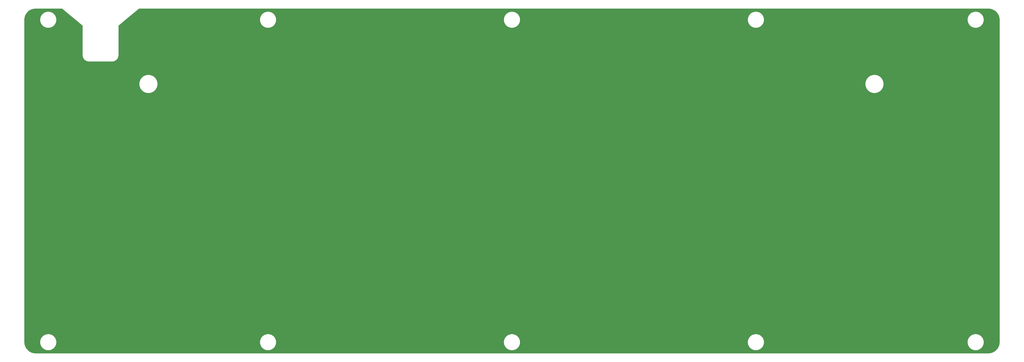
<source format=gbr>
G04 #@! TF.GenerationSoftware,KiCad,Pcbnew,(5.0.0)*
G04 #@! TF.CreationDate,2018-07-31T18:47:20-04:00*
G04 #@! TF.ProjectId,bottom_plate,626F74746F6D5F706C6174652E6B6963,rev?*
G04 #@! TF.SameCoordinates,Original*
G04 #@! TF.FileFunction,Copper,L1,Top,Signal*
G04 #@! TF.FilePolarity,Positive*
%FSLAX46Y46*%
G04 Gerber Fmt 4.6, Leading zero omitted, Abs format (unit mm)*
G04 Created by KiCad (PCBNEW (5.0.0)) date 07/31/18 18:47:20*
%MOMM*%
%LPD*%
G01*
G04 APERTURE LIST*
G04 #@! TA.AperFunction,Conductor*
%ADD10C,1.524000*%
G04 #@! TD*
G04 #@! TA.AperFunction,Conductor*
%ADD11C,0.300000*%
G04 #@! TD*
%ADD12C,0.300000*%
G04 APERTURE END LIST*
D10*
G04 #@! TO.N,GND*
G04 #@! TO.C,R1*
X-8890000Y-29210000D03*
G04 #@! TD*
D11*
G04 #@! TO.N,GND*
X-9025320Y-25350000D02*
X-19363796Y-25350000D01*
X355560596Y-25350000D02*
X21371121Y-25350000D01*
X-8682638Y-25635000D02*
X-20880733Y-25635000D01*
X357077531Y-25635000D02*
X21028438Y-25635000D01*
X-8339956Y-25920000D02*
X-21477502Y-25920000D01*
X357674302Y-25920000D02*
X20685756Y-25920000D01*
X-7997274Y-26205000D02*
X-21923172Y-26205000D01*
X358119972Y-26205000D02*
X20343073Y-26205000D01*
X-15649679Y-26490000D02*
X-22268305Y-26490000D01*
X-7654592Y-26490000D02*
X-13153519Y-26490000D01*
X70850421Y-26490000D02*
X20000391Y-26490000D01*
X166850321Y-26490000D02*
X73346581Y-26490000D01*
X262850321Y-26490000D02*
X169346481Y-26490000D01*
X349350321Y-26490000D02*
X265346481Y-26490000D01*
X358465103Y-26490000D02*
X351846481Y-26490000D01*
X-16199370Y-26775000D02*
X-22546013Y-26775000D01*
X-7311909Y-26775000D02*
X-12603828Y-26775000D01*
X70300730Y-26775000D02*
X19657708Y-26775000D01*
X166300630Y-26775000D02*
X73896272Y-26775000D01*
X262300630Y-26775000D02*
X169896172Y-26775000D01*
X348800630Y-26775000D02*
X265896172Y-26775000D01*
X358742812Y-26775000D02*
X352396172Y-26775000D01*
X-16568228Y-27060000D02*
X-22781326Y-27060000D01*
X-6969227Y-27060000D02*
X-12234971Y-27060000D01*
X69931872Y-27060000D02*
X19315026Y-27060000D01*
X165931772Y-27060000D02*
X74265129Y-27060000D01*
X261931772Y-27060000D02*
X170265029Y-27060000D01*
X348431772Y-27060000D02*
X266265029Y-27060000D01*
X358978125Y-27060000D02*
X352765029Y-27060000D01*
X-16868702Y-27345000D02*
X-22984130Y-27345000D01*
X-6626545Y-27345000D02*
X-11934497Y-27345000D01*
X69631398Y-27345000D02*
X18972343Y-27345000D01*
X165631298Y-27345000D02*
X74565603Y-27345000D01*
X261631298Y-27345000D02*
X170565503Y-27345000D01*
X348131298Y-27345000D02*
X266565503Y-27345000D01*
X359180930Y-27345000D02*
X353065503Y-27345000D01*
X-17103856Y-27630000D02*
X-23139149Y-27630000D01*
X-6283863Y-27630000D02*
X-11699343Y-27630000D01*
X69396244Y-27630000D02*
X18629661Y-27630000D01*
X165396144Y-27630000D02*
X74800757Y-27630000D01*
X261396144Y-27630000D02*
X170800657Y-27630000D01*
X347896144Y-27630000D02*
X266800657Y-27630000D01*
X359335948Y-27630000D02*
X353300657Y-27630000D01*
X-17285344Y-27915000D02*
X-23294168Y-27915000D01*
X-5941180Y-27915000D02*
X-11517855Y-27915000D01*
X69214756Y-27915000D02*
X18286979Y-27915000D01*
X165214656Y-27915000D02*
X74982245Y-27915000D01*
X261214656Y-27915000D02*
X170982145Y-27915000D01*
X347714656Y-27915000D02*
X266982145Y-27915000D01*
X359490966Y-27915000D02*
X353482145Y-27915000D01*
X-17440283Y-28200000D02*
X-23391224Y-28200000D01*
X-5598498Y-28200000D02*
X-11362916Y-28200000D01*
X69059817Y-28200000D02*
X17944296Y-28200000D01*
X165059717Y-28200000D02*
X75137184Y-28200000D01*
X261059717Y-28200000D02*
X171137084Y-28200000D01*
X347559717Y-28200000D02*
X267137084Y-28200000D01*
X359588024Y-28200000D02*
X353637084Y-28200000D01*
X-17550603Y-28485000D02*
X-23480023Y-28485000D01*
X-9120025Y-28485000D02*
X-11252597Y-28485000D01*
X-5255816Y-28485000D02*
X-8659975Y-28485000D01*
X68949497Y-28485000D02*
X17601614Y-28485000D01*
X164949397Y-28485000D02*
X75247503Y-28485000D01*
X260949397Y-28485000D02*
X171247403Y-28485000D01*
X347449397Y-28485000D02*
X267247403Y-28485000D01*
X359676822Y-28485000D02*
X353747403Y-28485000D01*
X-17639080Y-28770000D02*
X-23563645Y-28770000D01*
X-4913134Y-28770000D02*
X-11164118Y-28770000D01*
X68861020Y-28770000D02*
X17258931Y-28770000D01*
X164860920Y-28770000D02*
X75335982Y-28770000D01*
X260860920Y-28770000D02*
X171335882Y-28770000D01*
X347360920Y-28770000D02*
X267335882Y-28770000D01*
X359760444Y-28770000D02*
X353835882Y-28770000D01*
X-17700471Y-29055000D02*
X-23592528Y-29055000D01*
X-9789218Y-29055000D02*
X-11102728Y-29055000D01*
X-8240025Y-29055000D02*
X-9539975Y-29055000D01*
X-4570451Y-29055000D02*
X-7987215Y-29055000D01*
X68799629Y-29055000D02*
X16916249Y-29055000D01*
X164799529Y-29055000D02*
X75397372Y-29055000D01*
X260799529Y-29055000D02*
X171397272Y-29055000D01*
X347299529Y-29055000D02*
X267397272Y-29055000D01*
X359789327Y-29055000D02*
X353897272Y-29055000D01*
X-17729189Y-29340000D02*
X-23621410Y-29340000D01*
X-9795982Y-29340000D02*
X-11074010Y-29340000D01*
X-8265025Y-29340000D02*
X-9514975Y-29340000D01*
X-4227769Y-29340000D02*
X-7987303Y-29340000D01*
X68770911Y-29340000D02*
X16573566Y-29340000D01*
X164770811Y-29340000D02*
X75426090Y-29340000D01*
X260770811Y-29340000D02*
X171425990Y-29340000D01*
X347270811Y-29340000D02*
X267425990Y-29340000D01*
X359818209Y-29340000D02*
X353925990Y-29340000D01*
X-17751656Y-29625000D02*
X-23650293Y-29625000D01*
X-3885087Y-29625000D02*
X-11051543Y-29625000D01*
X68748444Y-29625000D02*
X16230884Y-29625000D01*
X164748344Y-29625000D02*
X75448557Y-29625000D01*
X260748344Y-29625000D02*
X171448457Y-29625000D01*
X347248344Y-29625000D02*
X267448457Y-29625000D01*
X359847092Y-29625000D02*
X353948457Y-29625000D01*
X-17724172Y-29910000D02*
X-23651600Y-29910000D01*
X-9095025Y-29910000D02*
X-11079030Y-29910000D01*
X-3542405Y-29910000D02*
X-8684975Y-29910000D01*
X68775928Y-29910000D02*
X15888202Y-29910000D01*
X164775828Y-29910000D02*
X75421071Y-29910000D01*
X260775828Y-29910000D02*
X171420971Y-29910000D01*
X347275828Y-29910000D02*
X267420971Y-29910000D01*
X359848400Y-29910000D02*
X353920971Y-29910000D01*
X-17698354Y-30195000D02*
X-23651600Y-30195000D01*
X-3199722Y-30195000D02*
X-11104847Y-30195000D01*
X68801746Y-30195000D02*
X15545519Y-30195000D01*
X164801646Y-30195000D02*
X75395253Y-30195000D01*
X260801646Y-30195000D02*
X171395153Y-30195000D01*
X347301646Y-30195000D02*
X267395153Y-30195000D01*
X359848400Y-30195000D02*
X353895153Y-30195000D01*
X-17623621Y-30480000D02*
X-23651600Y-30480000D01*
X-2857040Y-30480000D02*
X-11179580Y-30480000D01*
X68876479Y-30480000D02*
X15202837Y-30480000D01*
X164876379Y-30480000D02*
X75320520Y-30480000D01*
X260876379Y-30480000D02*
X171320420Y-30480000D01*
X347376379Y-30480000D02*
X267320420Y-30480000D01*
X359848400Y-30480000D02*
X353820420Y-30480000D01*
X-17535143Y-30765000D02*
X-23651600Y-30765000D01*
X-2514358Y-30765000D02*
X-11268058Y-30765000D01*
X68964957Y-30765000D02*
X14860155Y-30765000D01*
X164964857Y-30765000D02*
X75232042Y-30765000D01*
X260964857Y-30765000D02*
X171231942Y-30765000D01*
X347464857Y-30765000D02*
X267231942Y-30765000D01*
X359848400Y-30765000D02*
X353731942Y-30765000D01*
X-17412982Y-31050000D02*
X-23651600Y-31050000D01*
X-2171676Y-31050000D02*
X-11390219Y-31050000D01*
X69087118Y-31050000D02*
X14517472Y-31050000D01*
X165087018Y-31050000D02*
X75109881Y-31050000D01*
X261087018Y-31050000D02*
X171109781Y-31050000D01*
X347587018Y-31050000D02*
X267109781Y-31050000D01*
X359848400Y-31050000D02*
X353609781Y-31050000D01*
X-17258320Y-31335000D02*
X-23651600Y-31335000D01*
X-1828993Y-31335000D02*
X-11544882Y-31335000D01*
X69241780Y-31335000D02*
X14174790Y-31335000D01*
X165241680Y-31335000D02*
X74955218Y-31335000D01*
X261241680Y-31335000D02*
X170955118Y-31335000D01*
X347741680Y-31335000D02*
X266955118Y-31335000D01*
X359848400Y-31335000D02*
X353455118Y-31335000D01*
X-17062767Y-31620000D02*
X-23651600Y-31620000D01*
X-1486311Y-31620000D02*
X-11740434Y-31620000D01*
X69437333Y-31620000D02*
X13832108Y-31620000D01*
X165437233Y-31620000D02*
X74759666Y-31620000D01*
X261437233Y-31620000D02*
X170759566Y-31620000D01*
X347937233Y-31620000D02*
X266759566Y-31620000D01*
X359848400Y-31620000D02*
X353259566Y-31620000D01*
X-16830669Y-31905000D02*
X-23651600Y-31905000D01*
X-1143629Y-31905000D02*
X-11972532Y-31905000D01*
X69669431Y-31905000D02*
X13489426Y-31905000D01*
X165669331Y-31905000D02*
X74527568Y-31905000D01*
X261669331Y-31905000D02*
X170527468Y-31905000D01*
X348169331Y-31905000D02*
X266527468Y-31905000D01*
X359848400Y-31905000D02*
X353027468Y-31905000D01*
X-16507873Y-32190000D02*
X-23651600Y-32190000D01*
X-1077100Y-32190000D02*
X-12295328Y-32190000D01*
X69992227Y-32190000D02*
X13422900Y-32190000D01*
X165992127Y-32190000D02*
X74204772Y-32190000D01*
X261992127Y-32190000D02*
X170204672Y-32190000D01*
X348492127Y-32190000D02*
X266204672Y-32190000D01*
X359848400Y-32190000D02*
X352704672Y-32190000D01*
X-16102998Y-32475000D02*
X-23651600Y-32475000D01*
X-1077100Y-32475000D02*
X-12700203Y-32475000D01*
X70397102Y-32475000D02*
X13422900Y-32475000D01*
X166397002Y-32475000D02*
X73799897Y-32475000D01*
X262397002Y-32475000D02*
X169799797Y-32475000D01*
X348897002Y-32475000D02*
X265799797Y-32475000D01*
X359848400Y-32475000D02*
X352299797Y-32475000D01*
X-15481600Y-32760000D02*
X-23651600Y-32760000D01*
X-1077100Y-32760000D02*
X-13321601Y-32760000D01*
X71018500Y-32760000D02*
X13422900Y-32760000D01*
X167018400Y-32760000D02*
X73178499Y-32760000D01*
X263018400Y-32760000D02*
X169178399Y-32760000D01*
X349518400Y-32760000D02*
X265178399Y-32760000D01*
X359848400Y-32760000D02*
X351678399Y-32760000D01*
X-1077100Y-33045000D02*
X-23651600Y-33045000D01*
X359848400Y-33045000D02*
X13422900Y-33045000D01*
X-1077100Y-33330000D02*
X-23651600Y-33330000D01*
X359848400Y-33330000D02*
X13422900Y-33330000D01*
X-1077100Y-33615000D02*
X-23651600Y-33615000D01*
X359848400Y-33615000D02*
X13422900Y-33615000D01*
X-1077100Y-33900000D02*
X-23651600Y-33900000D01*
X359848400Y-33900000D02*
X13422900Y-33900000D01*
X-1077100Y-34185000D02*
X-23651600Y-34185000D01*
X359848400Y-34185000D02*
X13422900Y-34185000D01*
X-1077100Y-34470000D02*
X-23651600Y-34470000D01*
X359848400Y-34470000D02*
X13422900Y-34470000D01*
X-1077100Y-34755000D02*
X-23651600Y-34755000D01*
X359848400Y-34755000D02*
X13422900Y-34755000D01*
X-1077100Y-35040000D02*
X-23651600Y-35040000D01*
X359848400Y-35040000D02*
X13422900Y-35040000D01*
X-1077100Y-35325000D02*
X-23651600Y-35325000D01*
X359848400Y-35325000D02*
X13422900Y-35325000D01*
X-1077100Y-35610000D02*
X-23651600Y-35610000D01*
X359848400Y-35610000D02*
X13422900Y-35610000D01*
X-1077100Y-35895000D02*
X-23651600Y-35895000D01*
X359848400Y-35895000D02*
X13422900Y-35895000D01*
X-1077100Y-36180000D02*
X-23651600Y-36180000D01*
X359848400Y-36180000D02*
X13422900Y-36180000D01*
X-1077100Y-36465000D02*
X-23651600Y-36465000D01*
X359848400Y-36465000D02*
X13422900Y-36465000D01*
X-1077100Y-36750000D02*
X-23651600Y-36750000D01*
X359848400Y-36750000D02*
X13422900Y-36750000D01*
X-1077100Y-37035000D02*
X-23651600Y-37035000D01*
X359848400Y-37035000D02*
X13422900Y-37035000D01*
X-1077100Y-37320000D02*
X-23651600Y-37320000D01*
X359848400Y-37320000D02*
X13422900Y-37320000D01*
X-1077100Y-37605000D02*
X-23651600Y-37605000D01*
X359848400Y-37605000D02*
X13422900Y-37605000D01*
X-1077100Y-37890000D02*
X-23651600Y-37890000D01*
X359848400Y-37890000D02*
X13422900Y-37890000D01*
X-1077100Y-38175000D02*
X-23651600Y-38175000D01*
X359848400Y-38175000D02*
X13422900Y-38175000D01*
X-1077100Y-38460000D02*
X-23651600Y-38460000D01*
X359848400Y-38460000D02*
X13422900Y-38460000D01*
X-1077100Y-38745000D02*
X-23651600Y-38745000D01*
X359848400Y-38745000D02*
X13422900Y-38745000D01*
X-1077100Y-39030000D02*
X-23651600Y-39030000D01*
X359848400Y-39030000D02*
X13422900Y-39030000D01*
X-1077100Y-39315000D02*
X-23651600Y-39315000D01*
X359848400Y-39315000D02*
X13422900Y-39315000D01*
X-1077100Y-39600000D02*
X-23651600Y-39600000D01*
X359848400Y-39600000D02*
X13422900Y-39600000D01*
X-1077100Y-39885000D02*
X-23651600Y-39885000D01*
X359848400Y-39885000D02*
X13422900Y-39885000D01*
X-1077100Y-40170000D02*
X-23651600Y-40170000D01*
X359848400Y-40170000D02*
X13422900Y-40170000D01*
X-1077100Y-40455000D02*
X-23651600Y-40455000D01*
X359848400Y-40455000D02*
X13422900Y-40455000D01*
X-1077100Y-40740000D02*
X-23651600Y-40740000D01*
X359848400Y-40740000D02*
X13422900Y-40740000D01*
X-1077100Y-41025000D02*
X-23651600Y-41025000D01*
X359848400Y-41025000D02*
X13422900Y-41025000D01*
X-1077100Y-41310000D02*
X-23651600Y-41310000D01*
X359848400Y-41310000D02*
X13422900Y-41310000D01*
X-1077100Y-41595000D02*
X-23651600Y-41595000D01*
X359848400Y-41595000D02*
X13422900Y-41595000D01*
X-1077100Y-41880000D02*
X-23651600Y-41880000D01*
X359848400Y-41880000D02*
X13422900Y-41880000D01*
X-1077100Y-42165000D02*
X-23651600Y-42165000D01*
X359848400Y-42165000D02*
X13422900Y-42165000D01*
X-1077100Y-42450000D02*
X-23651600Y-42450000D01*
X359848400Y-42450000D02*
X13422900Y-42450000D01*
X-1077100Y-42735000D02*
X-23651600Y-42735000D01*
X359848400Y-42735000D02*
X13422900Y-42735000D01*
X-1077100Y-43020000D02*
X-23651600Y-43020000D01*
X359848400Y-43020000D02*
X13422900Y-43020000D01*
X-1077100Y-43305000D02*
X-23651600Y-43305000D01*
X359848400Y-43305000D02*
X13422900Y-43305000D01*
X-1069352Y-43590000D02*
X-23651600Y-43590000D01*
X359848400Y-43590000D02*
X13415152Y-43590000D01*
X-1040322Y-43875000D02*
X-23651600Y-43875000D01*
X359848400Y-43875000D02*
X13386121Y-43875000D01*
X-983599Y-44160000D02*
X-23651600Y-44160000D01*
X359848400Y-44160000D02*
X13329398Y-44160000D01*
X-895403Y-44445000D02*
X-23651600Y-44445000D01*
X359848400Y-44445000D02*
X13241202Y-44445000D01*
X-763097Y-44730000D02*
X-23651600Y-44730000D01*
X359848400Y-44730000D02*
X13108897Y-44730000D01*
X-603651Y-45015000D02*
X-23651600Y-45015000D01*
X359848400Y-45015000D02*
X12949450Y-45015000D01*
X-372290Y-45300000D02*
X-23651600Y-45300000D01*
X359848400Y-45300000D02*
X12718091Y-45300000D01*
X-73482Y-45585000D02*
X-23651600Y-45585000D01*
X359848400Y-45585000D02*
X12419279Y-45585000D01*
X342957Y-45870000D02*
X-23651600Y-45870000D01*
X359848400Y-45870000D02*
X12002841Y-45870000D01*
X1053619Y-46155000D02*
X-23651600Y-46155000D01*
X359848400Y-46155000D02*
X11292179Y-46155000D01*
X359848400Y-46440000D02*
X-23651600Y-46440000D01*
X359848400Y-46725000D02*
X-23651600Y-46725000D01*
X359848400Y-47010000D02*
X-23651600Y-47010000D01*
X359848400Y-47295000D02*
X-23651600Y-47295000D01*
X359848400Y-47580000D02*
X-23651600Y-47580000D01*
X359848400Y-47865000D02*
X-23651600Y-47865000D01*
X359848400Y-48150000D02*
X-23651600Y-48150000D01*
X359848400Y-48435000D02*
X-23651600Y-48435000D01*
X359848400Y-48720000D02*
X-23651600Y-48720000D01*
X359848400Y-49005000D02*
X-23651600Y-49005000D01*
X359848400Y-49290000D02*
X-23651600Y-49290000D01*
X359848400Y-49575000D02*
X-23651600Y-49575000D01*
X359848400Y-49860000D02*
X-23651600Y-49860000D01*
X359848400Y-50145000D02*
X-23651600Y-50145000D01*
X359848400Y-50430000D02*
X-23651600Y-50430000D01*
X359848400Y-50715000D02*
X-23651600Y-50715000D01*
X359848400Y-51000000D02*
X-23651600Y-51000000D01*
X24039002Y-51285000D02*
X-23651600Y-51285000D01*
X309789002Y-51285000D02*
X25983598Y-51285000D01*
X359848400Y-51285000D02*
X311733598Y-51285000D01*
X23305068Y-51570000D02*
X-23651600Y-51570000D01*
X309055068Y-51570000D02*
X26717532Y-51570000D01*
X359848400Y-51570000D02*
X312467532Y-51570000D01*
X22825579Y-51855000D02*
X-23651600Y-51855000D01*
X308575579Y-51855000D02*
X27197021Y-51855000D01*
X359848400Y-51855000D02*
X312947021Y-51855000D01*
X22478306Y-52140000D02*
X-23651600Y-52140000D01*
X308228306Y-52140000D02*
X27544294Y-52140000D01*
X359848400Y-52140000D02*
X313294294Y-52140000D01*
X22204836Y-52425000D02*
X-23651600Y-52425000D01*
X307954836Y-52425000D02*
X27817766Y-52425000D01*
X359848400Y-52425000D02*
X313567766Y-52425000D01*
X21970942Y-52710000D02*
X-23651600Y-52710000D01*
X307720942Y-52710000D02*
X28051660Y-52710000D01*
X359848400Y-52710000D02*
X313801660Y-52710000D01*
X21790477Y-52995000D02*
X-23651600Y-52995000D01*
X307540477Y-52995000D02*
X28232125Y-52995000D01*
X359848400Y-52995000D02*
X313982125Y-52995000D01*
X21638142Y-53280000D02*
X-23651600Y-53280000D01*
X307388142Y-53280000D02*
X28384460Y-53280000D01*
X359848400Y-53280000D02*
X314134460Y-53280000D01*
X21510714Y-53565000D02*
X-23651600Y-53565000D01*
X307260714Y-53565000D02*
X28511887Y-53565000D01*
X359848400Y-53565000D02*
X314261887Y-53565000D01*
X21424260Y-53850000D02*
X-23651600Y-53850000D01*
X307174260Y-53850000D02*
X28598341Y-53850000D01*
X359848400Y-53850000D02*
X314348341Y-53850000D01*
X21338750Y-54135000D02*
X-23651600Y-54135000D01*
X307088750Y-54135000D02*
X28683851Y-54135000D01*
X359848400Y-54135000D02*
X314433851Y-54135000D01*
X21304327Y-54420000D02*
X-23651600Y-54420000D01*
X307054327Y-54420000D02*
X28718274Y-54420000D01*
X359848400Y-54420000D02*
X314468274Y-54420000D01*
X21276257Y-54705000D02*
X-23651600Y-54705000D01*
X307026257Y-54705000D02*
X28746344Y-54705000D01*
X359848400Y-54705000D02*
X314496344Y-54705000D01*
X21265763Y-54990000D02*
X-23651600Y-54990000D01*
X307015763Y-54990000D02*
X28756836Y-54990000D01*
X359848400Y-54990000D02*
X314506836Y-54990000D01*
X21295225Y-55275000D02*
X-23651600Y-55275000D01*
X307045225Y-55275000D02*
X28727374Y-55275000D01*
X359848400Y-55275000D02*
X314477374Y-55275000D01*
X21320370Y-55560000D02*
X-23651600Y-55560000D01*
X307070370Y-55560000D02*
X28702229Y-55560000D01*
X359848400Y-55560000D02*
X314452229Y-55560000D01*
X21396230Y-55845000D02*
X-23651600Y-55845000D01*
X307146230Y-55845000D02*
X28626369Y-55845000D01*
X359848400Y-55845000D02*
X314376369Y-55845000D01*
X21482684Y-56130000D02*
X-23651600Y-56130000D01*
X307232684Y-56130000D02*
X28539916Y-56130000D01*
X359848400Y-56130000D02*
X314289916Y-56130000D01*
X21587043Y-56415000D02*
X-23651600Y-56415000D01*
X307337043Y-56415000D02*
X28435556Y-56415000D01*
X359848400Y-56415000D02*
X314185556Y-56415000D01*
X21741087Y-56700000D02*
X-23651600Y-56700000D01*
X307491087Y-56700000D02*
X28281512Y-56700000D01*
X359848400Y-56700000D02*
X314031512Y-56700000D01*
X21898576Y-56985000D02*
X-23651600Y-56985000D01*
X307648576Y-56985000D02*
X28124023Y-56985000D01*
X359848400Y-56985000D02*
X313874023Y-56985000D01*
X22129004Y-57270000D02*
X-23651600Y-57270000D01*
X307879004Y-57270000D02*
X27893596Y-57270000D01*
X359848400Y-57270000D02*
X313643596Y-57270000D01*
X22369302Y-57555000D02*
X-23651600Y-57555000D01*
X308119302Y-57555000D02*
X27653298Y-57555000D01*
X359848400Y-57555000D02*
X313403298Y-57555000D01*
X22712988Y-57840000D02*
X-23651600Y-57840000D01*
X308462988Y-57840000D02*
X27309610Y-57840000D01*
X359848400Y-57840000D02*
X313059610Y-57840000D01*
X23132198Y-58125000D02*
X-23651600Y-58125000D01*
X308882198Y-58125000D02*
X26890399Y-58125000D01*
X359848400Y-58125000D02*
X312640399Y-58125000D01*
X23734399Y-58410000D02*
X-23651600Y-58410000D01*
X309484399Y-58410000D02*
X26288199Y-58410000D01*
X359848400Y-58410000D02*
X312038199Y-58410000D01*
X359848400Y-58695000D02*
X-23651600Y-58695000D01*
X359848400Y-58980000D02*
X-23651600Y-58980000D01*
X359848400Y-59265000D02*
X-23651600Y-59265000D01*
X359848400Y-59550000D02*
X-23651600Y-59550000D01*
X359848400Y-59835000D02*
X-23651600Y-59835000D01*
X359848400Y-60120000D02*
X-23651600Y-60120000D01*
X359848400Y-60405000D02*
X-23651600Y-60405000D01*
X359848400Y-60690000D02*
X-23651600Y-60690000D01*
X359848400Y-60975000D02*
X-23651600Y-60975000D01*
X359848400Y-61260000D02*
X-23651600Y-61260000D01*
X359848400Y-61545000D02*
X-23651600Y-61545000D01*
X359848400Y-61830000D02*
X-23651600Y-61830000D01*
X359848400Y-62115000D02*
X-23651600Y-62115000D01*
X359848400Y-62400000D02*
X-23651600Y-62400000D01*
X359848400Y-62685000D02*
X-23651600Y-62685000D01*
X359848400Y-62970000D02*
X-23651600Y-62970000D01*
X359848400Y-63255000D02*
X-23651600Y-63255000D01*
X359848400Y-63540000D02*
X-23651600Y-63540000D01*
X359848400Y-63825000D02*
X-23651600Y-63825000D01*
X359848400Y-64110000D02*
X-23651600Y-64110000D01*
X359848400Y-64395000D02*
X-23651600Y-64395000D01*
X359848400Y-64680000D02*
X-23651600Y-64680000D01*
X359848400Y-64965000D02*
X-23651600Y-64965000D01*
X359848400Y-65250000D02*
X-23651600Y-65250000D01*
X359848400Y-65535000D02*
X-23651600Y-65535000D01*
X359848400Y-65820000D02*
X-23651600Y-65820000D01*
X359848400Y-66105000D02*
X-23651600Y-66105000D01*
X359848400Y-66390000D02*
X-23651600Y-66390000D01*
X359848400Y-66675000D02*
X-23651600Y-66675000D01*
X359848400Y-66960000D02*
X-23651600Y-66960000D01*
X359848400Y-67245000D02*
X-23651600Y-67245000D01*
X359848400Y-67530000D02*
X-23651600Y-67530000D01*
X359848400Y-67815000D02*
X-23651600Y-67815000D01*
X359848400Y-68100000D02*
X-23651600Y-68100000D01*
X359848400Y-68385000D02*
X-23651600Y-68385000D01*
X359848400Y-68670000D02*
X-23651600Y-68670000D01*
X359848400Y-68955000D02*
X-23651600Y-68955000D01*
X359848400Y-69240000D02*
X-23651600Y-69240000D01*
X359848400Y-69525000D02*
X-23651600Y-69525000D01*
X359848400Y-69810000D02*
X-23651600Y-69810000D01*
X359848400Y-70095000D02*
X-23651600Y-70095000D01*
X359848400Y-70380000D02*
X-23651600Y-70380000D01*
X359848400Y-70665000D02*
X-23651600Y-70665000D01*
X359848400Y-70950000D02*
X-23651600Y-70950000D01*
X359848400Y-71235000D02*
X-23651600Y-71235000D01*
X359848400Y-71520000D02*
X-23651600Y-71520000D01*
X359848400Y-71805000D02*
X-23651600Y-71805000D01*
X359848400Y-72090000D02*
X-23651600Y-72090000D01*
X359848400Y-72375000D02*
X-23651600Y-72375000D01*
X359848400Y-72660000D02*
X-23651600Y-72660000D01*
X359848400Y-72945000D02*
X-23651600Y-72945000D01*
X359848400Y-73230000D02*
X-23651600Y-73230000D01*
X359848400Y-73515000D02*
X-23651600Y-73515000D01*
X359848400Y-73800000D02*
X-23651600Y-73800000D01*
X359848400Y-74085000D02*
X-23651600Y-74085000D01*
X359848400Y-74370000D02*
X-23651600Y-74370000D01*
X359848400Y-74655000D02*
X-23651600Y-74655000D01*
X359848400Y-74940000D02*
X-23651600Y-74940000D01*
X359848400Y-75225000D02*
X-23651600Y-75225000D01*
X359848400Y-75510000D02*
X-23651600Y-75510000D01*
X359848400Y-75795000D02*
X-23651600Y-75795000D01*
X359848400Y-76080000D02*
X-23651600Y-76080000D01*
X359848400Y-76365000D02*
X-23651600Y-76365000D01*
X359848400Y-76650000D02*
X-23651600Y-76650000D01*
X359848400Y-76935000D02*
X-23651600Y-76935000D01*
X359848400Y-77220000D02*
X-23651600Y-77220000D01*
X359848400Y-77505000D02*
X-23651600Y-77505000D01*
X359848400Y-77790000D02*
X-23651600Y-77790000D01*
X359848400Y-78075000D02*
X-23651600Y-78075000D01*
X359848400Y-78360000D02*
X-23651600Y-78360000D01*
X359848400Y-78645000D02*
X-23651600Y-78645000D01*
X359848400Y-78930000D02*
X-23651600Y-78930000D01*
X359848400Y-79215000D02*
X-23651600Y-79215000D01*
X359848400Y-79500000D02*
X-23651600Y-79500000D01*
X359848400Y-79785000D02*
X-23651600Y-79785000D01*
X359848400Y-80070000D02*
X-23651600Y-80070000D01*
X359848400Y-80355000D02*
X-23651600Y-80355000D01*
X359848400Y-80640000D02*
X-23651600Y-80640000D01*
X359848400Y-80925000D02*
X-23651600Y-80925000D01*
X359848400Y-81210000D02*
X-23651600Y-81210000D01*
X359848400Y-81495000D02*
X-23651600Y-81495000D01*
X359848400Y-81780000D02*
X-23651600Y-81780000D01*
X359848400Y-82065000D02*
X-23651600Y-82065000D01*
X359848400Y-82350000D02*
X-23651600Y-82350000D01*
X359848400Y-82635000D02*
X-23651600Y-82635000D01*
X359848400Y-82920000D02*
X-23651600Y-82920000D01*
X359848400Y-83205000D02*
X-23651600Y-83205000D01*
X359848400Y-83490000D02*
X-23651600Y-83490000D01*
X359848400Y-83775000D02*
X-23651600Y-83775000D01*
X359848400Y-84060000D02*
X-23651600Y-84060000D01*
X359848400Y-84345000D02*
X-23651600Y-84345000D01*
X359848400Y-84630000D02*
X-23651600Y-84630000D01*
X359848400Y-84915000D02*
X-23651600Y-84915000D01*
X359848400Y-85200000D02*
X-23651600Y-85200000D01*
X359848400Y-85485000D02*
X-23651600Y-85485000D01*
X359848400Y-85770000D02*
X-23651600Y-85770000D01*
X359848400Y-86055000D02*
X-23651600Y-86055000D01*
X359848400Y-86340000D02*
X-23651600Y-86340000D01*
X359848400Y-86625000D02*
X-23651600Y-86625000D01*
X359848400Y-86910000D02*
X-23651600Y-86910000D01*
X359848400Y-87195000D02*
X-23651600Y-87195000D01*
X359848400Y-87480000D02*
X-23651600Y-87480000D01*
X359848400Y-87765000D02*
X-23651600Y-87765000D01*
X359848400Y-88050000D02*
X-23651600Y-88050000D01*
X359848400Y-88335000D02*
X-23651600Y-88335000D01*
X359848400Y-88620000D02*
X-23651600Y-88620000D01*
X359848400Y-88905000D02*
X-23651600Y-88905000D01*
X359848400Y-89190000D02*
X-23651600Y-89190000D01*
X359848400Y-89475000D02*
X-23651600Y-89475000D01*
X359848400Y-89760000D02*
X-23651600Y-89760000D01*
X359848400Y-90045000D02*
X-23651600Y-90045000D01*
X359848400Y-90330000D02*
X-23651600Y-90330000D01*
X359848400Y-90615000D02*
X-23651600Y-90615000D01*
X359848400Y-90900000D02*
X-23651600Y-90900000D01*
X359848400Y-91185000D02*
X-23651600Y-91185000D01*
X359848400Y-91470000D02*
X-23651600Y-91470000D01*
X359848400Y-91755000D02*
X-23651600Y-91755000D01*
X359848400Y-92040000D02*
X-23651600Y-92040000D01*
X359848400Y-92325000D02*
X-23651600Y-92325000D01*
X359848400Y-92610000D02*
X-23651600Y-92610000D01*
X359848400Y-92895000D02*
X-23651600Y-92895000D01*
X359848400Y-93180000D02*
X-23651600Y-93180000D01*
X359848400Y-93465000D02*
X-23651600Y-93465000D01*
X359848400Y-93750000D02*
X-23651600Y-93750000D01*
X359848400Y-94035000D02*
X-23651600Y-94035000D01*
X359848400Y-94320000D02*
X-23651600Y-94320000D01*
X359848400Y-94605000D02*
X-23651600Y-94605000D01*
X359848400Y-94890000D02*
X-23651600Y-94890000D01*
X359848400Y-95175000D02*
X-23651600Y-95175000D01*
X359848400Y-95460000D02*
X-23651600Y-95460000D01*
X359848400Y-95745000D02*
X-23651600Y-95745000D01*
X359848400Y-96030000D02*
X-23651600Y-96030000D01*
X359848400Y-96315000D02*
X-23651600Y-96315000D01*
X359848400Y-96600000D02*
X-23651600Y-96600000D01*
X359848400Y-96885000D02*
X-23651600Y-96885000D01*
X359848400Y-97170000D02*
X-23651600Y-97170000D01*
X359848400Y-97455000D02*
X-23651600Y-97455000D01*
X359848400Y-97740000D02*
X-23651600Y-97740000D01*
X359848400Y-98025000D02*
X-23651600Y-98025000D01*
X359848400Y-98310000D02*
X-23651600Y-98310000D01*
X359848400Y-98595000D02*
X-23651600Y-98595000D01*
X359848400Y-98880000D02*
X-23651600Y-98880000D01*
X359848400Y-99165000D02*
X-23651600Y-99165000D01*
X359848400Y-99450000D02*
X-23651600Y-99450000D01*
X359848400Y-99735000D02*
X-23651600Y-99735000D01*
X359848400Y-100020000D02*
X-23651600Y-100020000D01*
X359848400Y-100305000D02*
X-23651600Y-100305000D01*
X359848400Y-100590000D02*
X-23651600Y-100590000D01*
X359848400Y-100875000D02*
X-23651600Y-100875000D01*
X359848400Y-101160000D02*
X-23651600Y-101160000D01*
X359848400Y-101445000D02*
X-23651600Y-101445000D01*
X359848400Y-101730000D02*
X-23651600Y-101730000D01*
X359848400Y-102015000D02*
X-23651600Y-102015000D01*
X359848400Y-102300000D02*
X-23651600Y-102300000D01*
X359848400Y-102585000D02*
X-23651600Y-102585000D01*
X359848400Y-102870000D02*
X-23651600Y-102870000D01*
X359848400Y-103155000D02*
X-23651600Y-103155000D01*
X359848400Y-103440000D02*
X-23651600Y-103440000D01*
X359848400Y-103725000D02*
X-23651600Y-103725000D01*
X359848400Y-104010000D02*
X-23651600Y-104010000D01*
X359848400Y-104295000D02*
X-23651600Y-104295000D01*
X359848400Y-104580000D02*
X-23651600Y-104580000D01*
X359848400Y-104865000D02*
X-23651600Y-104865000D01*
X359848400Y-105150000D02*
X-23651600Y-105150000D01*
X359848400Y-105435000D02*
X-23651600Y-105435000D01*
X359848400Y-105720000D02*
X-23651600Y-105720000D01*
X359848400Y-106005000D02*
X-23651600Y-106005000D01*
X359848400Y-106290000D02*
X-23651600Y-106290000D01*
X359848400Y-106575000D02*
X-23651600Y-106575000D01*
X359848400Y-106860000D02*
X-23651600Y-106860000D01*
X359848400Y-107145000D02*
X-23651600Y-107145000D01*
X359848400Y-107430000D02*
X-23651600Y-107430000D01*
X359848400Y-107715000D02*
X-23651600Y-107715000D01*
X359848400Y-108000000D02*
X-23651600Y-108000000D01*
X359848400Y-108285000D02*
X-23651600Y-108285000D01*
X359848400Y-108570000D02*
X-23651600Y-108570000D01*
X359848400Y-108855000D02*
X-23651600Y-108855000D01*
X359848400Y-109140000D02*
X-23651600Y-109140000D01*
X359848400Y-109425000D02*
X-23651600Y-109425000D01*
X359848400Y-109710000D02*
X-23651600Y-109710000D01*
X359848400Y-109995000D02*
X-23651600Y-109995000D01*
X359848400Y-110280000D02*
X-23651600Y-110280000D01*
X359848400Y-110565000D02*
X-23651600Y-110565000D01*
X359848400Y-110850000D02*
X-23651600Y-110850000D01*
X359848400Y-111135000D02*
X-23651600Y-111135000D01*
X359848400Y-111420000D02*
X-23651600Y-111420000D01*
X359848400Y-111705000D02*
X-23651600Y-111705000D01*
X359848400Y-111990000D02*
X-23651600Y-111990000D01*
X359848400Y-112275000D02*
X-23651600Y-112275000D01*
X359848400Y-112560000D02*
X-23651600Y-112560000D01*
X359848400Y-112845000D02*
X-23651600Y-112845000D01*
X359848400Y-113130000D02*
X-23651600Y-113130000D01*
X359848400Y-113415000D02*
X-23651600Y-113415000D01*
X359848400Y-113700000D02*
X-23651600Y-113700000D01*
X359848400Y-113985000D02*
X-23651600Y-113985000D01*
X359848400Y-114270000D02*
X-23651600Y-114270000D01*
X359848400Y-114555000D02*
X-23651600Y-114555000D01*
X359848400Y-114840000D02*
X-23651600Y-114840000D01*
X359848400Y-115125000D02*
X-23651600Y-115125000D01*
X359848400Y-115410000D02*
X-23651600Y-115410000D01*
X359848400Y-115695000D02*
X-23651600Y-115695000D01*
X359848400Y-115980000D02*
X-23651600Y-115980000D01*
X359848400Y-116265000D02*
X-23651600Y-116265000D01*
X359848400Y-116550000D02*
X-23651600Y-116550000D01*
X359848400Y-116835000D02*
X-23651600Y-116835000D01*
X359848400Y-117120000D02*
X-23651600Y-117120000D01*
X359848400Y-117405000D02*
X-23651600Y-117405000D01*
X359848400Y-117690000D02*
X-23651600Y-117690000D01*
X359848400Y-117975000D02*
X-23651600Y-117975000D01*
X359848400Y-118260000D02*
X-23651600Y-118260000D01*
X359848400Y-118545000D02*
X-23651600Y-118545000D01*
X359848400Y-118830000D02*
X-23651600Y-118830000D01*
X359848400Y-119115000D02*
X-23651600Y-119115000D01*
X359848400Y-119400000D02*
X-23651600Y-119400000D01*
X359848400Y-119685000D02*
X-23651600Y-119685000D01*
X359848400Y-119970000D02*
X-23651600Y-119970000D01*
X359848400Y-120255000D02*
X-23651600Y-120255000D01*
X359848400Y-120540000D02*
X-23651600Y-120540000D01*
X359848400Y-120825000D02*
X-23651600Y-120825000D01*
X359848400Y-121110000D02*
X-23651600Y-121110000D01*
X359848400Y-121395000D02*
X-23651600Y-121395000D01*
X359848400Y-121680000D02*
X-23651600Y-121680000D01*
X359848400Y-121965000D02*
X-23651600Y-121965000D01*
X359848400Y-122250000D02*
X-23651600Y-122250000D01*
X359848400Y-122535000D02*
X-23651600Y-122535000D01*
X359848400Y-122820000D02*
X-23651600Y-122820000D01*
X359848400Y-123105000D02*
X-23651600Y-123105000D01*
X359848400Y-123390000D02*
X-23651600Y-123390000D01*
X359848400Y-123675000D02*
X-23651600Y-123675000D01*
X359848400Y-123960000D02*
X-23651600Y-123960000D01*
X359848400Y-124245000D02*
X-23651600Y-124245000D01*
X359848400Y-124530000D02*
X-23651600Y-124530000D01*
X359848400Y-124815000D02*
X-23651600Y-124815000D01*
X359848400Y-125100000D02*
X-23651600Y-125100000D01*
X359848400Y-125385000D02*
X-23651600Y-125385000D01*
X359848400Y-125670000D02*
X-23651600Y-125670000D01*
X359848400Y-125955000D02*
X-23651600Y-125955000D01*
X359848400Y-126240000D02*
X-23651600Y-126240000D01*
X359848400Y-126525000D02*
X-23651600Y-126525000D01*
X359848400Y-126810000D02*
X-23651600Y-126810000D01*
X359848400Y-127095000D02*
X-23651600Y-127095000D01*
X359848400Y-127380000D02*
X-23651600Y-127380000D01*
X359848400Y-127665000D02*
X-23651600Y-127665000D01*
X359848400Y-127950000D02*
X-23651600Y-127950000D01*
X359848400Y-128235000D02*
X-23651600Y-128235000D01*
X359848400Y-128520000D02*
X-23651600Y-128520000D01*
X359848400Y-128805000D02*
X-23651600Y-128805000D01*
X359848400Y-129090000D02*
X-23651600Y-129090000D01*
X359848400Y-129375000D02*
X-23651600Y-129375000D01*
X359848400Y-129660000D02*
X-23651600Y-129660000D01*
X359848400Y-129945000D02*
X-23651600Y-129945000D01*
X359848400Y-130230000D02*
X-23651600Y-130230000D01*
X359848400Y-130515000D02*
X-23651600Y-130515000D01*
X359848400Y-130800000D02*
X-23651600Y-130800000D01*
X359848400Y-131085000D02*
X-23651600Y-131085000D01*
X359848400Y-131370000D02*
X-23651600Y-131370000D01*
X359848400Y-131655000D02*
X-23651600Y-131655000D01*
X359848400Y-131940000D02*
X-23651600Y-131940000D01*
X359848400Y-132225000D02*
X-23651600Y-132225000D01*
X359848400Y-132510000D02*
X-23651600Y-132510000D01*
X359848400Y-132795000D02*
X-23651600Y-132795000D01*
X359848400Y-133080000D02*
X-23651600Y-133080000D01*
X359848400Y-133365000D02*
X-23651600Y-133365000D01*
X359848400Y-133650000D02*
X-23651600Y-133650000D01*
X359848400Y-133935000D02*
X-23651600Y-133935000D01*
X359848400Y-134220000D02*
X-23651600Y-134220000D01*
X359848400Y-134505000D02*
X-23651600Y-134505000D01*
X359848400Y-134790000D02*
X-23651600Y-134790000D01*
X359848400Y-135075000D02*
X-23651600Y-135075000D01*
X359848400Y-135360000D02*
X-23651600Y-135360000D01*
X359848400Y-135645000D02*
X-23651600Y-135645000D01*
X359848400Y-135930000D02*
X-23651600Y-135930000D01*
X359848400Y-136215000D02*
X-23651600Y-136215000D01*
X359848400Y-136500000D02*
X-23651600Y-136500000D01*
X359848400Y-136785000D02*
X-23651600Y-136785000D01*
X359848400Y-137070000D02*
X-23651600Y-137070000D01*
X359848400Y-137355000D02*
X-23651600Y-137355000D01*
X359848400Y-137640000D02*
X-23651600Y-137640000D01*
X359848400Y-137925000D02*
X-23651600Y-137925000D01*
X359848400Y-138210000D02*
X-23651600Y-138210000D01*
X359848400Y-138495000D02*
X-23651600Y-138495000D01*
X359848400Y-138780000D02*
X-23651600Y-138780000D01*
X359848400Y-139065000D02*
X-23651600Y-139065000D01*
X359848400Y-139350000D02*
X-23651600Y-139350000D01*
X359848400Y-139635000D02*
X-23651600Y-139635000D01*
X359848400Y-139920000D02*
X-23651600Y-139920000D01*
X359848400Y-140205000D02*
X-23651600Y-140205000D01*
X359848400Y-140490000D02*
X-23651600Y-140490000D01*
X359848400Y-140775000D02*
X-23651600Y-140775000D01*
X359848400Y-141060000D02*
X-23651600Y-141060000D01*
X359848400Y-141345000D02*
X-23651600Y-141345000D01*
X359848400Y-141630000D02*
X-23651600Y-141630000D01*
X359848400Y-141915000D02*
X-23651600Y-141915000D01*
X359848400Y-142200000D02*
X-23651600Y-142200000D01*
X359848400Y-142485000D02*
X-23651600Y-142485000D01*
X359848400Y-142770000D02*
X-23651600Y-142770000D01*
X359848400Y-143055000D02*
X-23651600Y-143055000D01*
X359848400Y-143340000D02*
X-23651600Y-143340000D01*
X359848400Y-143625000D02*
X-23651600Y-143625000D01*
X359848400Y-143910000D02*
X-23651600Y-143910000D01*
X359848400Y-144195000D02*
X-23651600Y-144195000D01*
X359848400Y-144480000D02*
X-23651600Y-144480000D01*
X359848400Y-144765000D02*
X-23651600Y-144765000D01*
X359848400Y-145050000D02*
X-23651600Y-145050000D01*
X359848400Y-145335000D02*
X-23651600Y-145335000D01*
X359848400Y-145620000D02*
X-23651600Y-145620000D01*
X359848400Y-145905000D02*
X-23651600Y-145905000D01*
X359848400Y-146190000D02*
X-23651600Y-146190000D01*
X359848400Y-146475000D02*
X-23651600Y-146475000D01*
X359848400Y-146760000D02*
X-23651600Y-146760000D01*
X359848400Y-147045000D02*
X-23651600Y-147045000D01*
X359848400Y-147330000D02*
X-23651600Y-147330000D01*
X359848400Y-147615000D02*
X-23651600Y-147615000D01*
X359848400Y-147900000D02*
X-23651600Y-147900000D01*
X359848400Y-148185000D02*
X-23651600Y-148185000D01*
X359848400Y-148470000D02*
X-23651600Y-148470000D01*
X359848400Y-148755000D02*
X-23651600Y-148755000D01*
X359848400Y-149040000D02*
X-23651600Y-149040000D01*
X359848400Y-149325000D02*
X-23651600Y-149325000D01*
X359848400Y-149610000D02*
X-23651600Y-149610000D01*
X359848400Y-149895000D02*
X-23651600Y-149895000D01*
X359848400Y-150180000D02*
X-23651600Y-150180000D01*
X359848400Y-150465000D02*
X-23651600Y-150465000D01*
X359848400Y-150750000D02*
X-23651600Y-150750000D01*
X359848400Y-151035000D02*
X-23651600Y-151035000D01*
X359848400Y-151320000D02*
X-23651600Y-151320000D01*
X359848400Y-151605000D02*
X-23651600Y-151605000D01*
X359848400Y-151890000D02*
X-23651600Y-151890000D01*
X359848400Y-152175000D02*
X-23651600Y-152175000D01*
X359848400Y-152460000D02*
X-23651600Y-152460000D01*
X359848400Y-152745000D02*
X-23651600Y-152745000D01*
X359848400Y-153030000D02*
X-23651600Y-153030000D01*
X-15060749Y-153315000D02*
X-23651600Y-153315000D01*
X71439351Y-153315000D02*
X-13742448Y-153315000D01*
X167439251Y-153315000D02*
X72757652Y-153315000D01*
X263439251Y-153315000D02*
X168757552Y-153315000D01*
X349939251Y-153315000D02*
X264757552Y-153315000D01*
X359848400Y-153315000D02*
X351257552Y-153315000D01*
X-15872289Y-153600000D02*
X-23651600Y-153600000D01*
X70627811Y-153600000D02*
X-12930911Y-153600000D01*
X166627711Y-153600000D02*
X73569189Y-153600000D01*
X262627711Y-153600000D02*
X169569089Y-153600000D01*
X349127711Y-153600000D02*
X265569089Y-153600000D01*
X359848400Y-153600000D02*
X352069089Y-153600000D01*
X-16357241Y-153885000D02*
X-23651600Y-153885000D01*
X70142859Y-153885000D02*
X-12445960Y-153885000D01*
X166142759Y-153885000D02*
X74054140Y-153885000D01*
X262142759Y-153885000D02*
X170054040Y-153885000D01*
X348642759Y-153885000D02*
X266054040Y-153885000D01*
X359848400Y-153885000D02*
X352554040Y-153885000D01*
X-16704947Y-154170000D02*
X-23651600Y-154170000D01*
X69795153Y-154170000D02*
X-12098252Y-154170000D01*
X165795053Y-154170000D02*
X74401848Y-154170000D01*
X261795053Y-154170000D02*
X170401748Y-154170000D01*
X348295053Y-154170000D02*
X266401748Y-154170000D01*
X359848400Y-154170000D02*
X352901748Y-154170000D01*
X-16959463Y-154455000D02*
X-23651600Y-154455000D01*
X69540637Y-154455000D02*
X-11843736Y-154455000D01*
X165540537Y-154455000D02*
X74656364Y-154455000D01*
X261540537Y-154455000D02*
X170656264Y-154455000D01*
X348040537Y-154455000D02*
X266656264Y-154455000D01*
X359848400Y-154455000D02*
X353156264Y-154455000D01*
X-17188180Y-154740000D02*
X-23651600Y-154740000D01*
X69311920Y-154740000D02*
X-11615020Y-154740000D01*
X165311820Y-154740000D02*
X74885080Y-154740000D01*
X261311820Y-154740000D02*
X170884980Y-154740000D01*
X347811820Y-154740000D02*
X266884980Y-154740000D01*
X359848400Y-154740000D02*
X353384980Y-154740000D01*
X-17345038Y-155025000D02*
X-23651600Y-155025000D01*
X69155062Y-155025000D02*
X-11458161Y-155025000D01*
X165154962Y-155025000D02*
X75041939Y-155025000D01*
X261154962Y-155025000D02*
X171041839Y-155025000D01*
X347654962Y-155025000D02*
X267041839Y-155025000D01*
X359848400Y-155025000D02*
X353541839Y-155025000D01*
X-17493984Y-155310000D02*
X-23651600Y-155310000D01*
X69006116Y-155310000D02*
X-11309215Y-155310000D01*
X165006016Y-155310000D02*
X75190885Y-155310000D01*
X261006016Y-155310000D02*
X171190785Y-155310000D01*
X347506016Y-155310000D02*
X267190785Y-155310000D01*
X359848400Y-155310000D02*
X353690785Y-155310000D01*
X-17584752Y-155595000D02*
X-23651600Y-155595000D01*
X68915348Y-155595000D02*
X-11218447Y-155595000D01*
X164915248Y-155595000D02*
X75281653Y-155595000D01*
X260915248Y-155595000D02*
X171281553Y-155595000D01*
X347415248Y-155595000D02*
X267281553Y-155595000D01*
X359848400Y-155595000D02*
X353781553Y-155595000D01*
X-17674370Y-155880000D02*
X-23651600Y-155880000D01*
X68825730Y-155880000D02*
X-11128829Y-155880000D01*
X164825630Y-155880000D02*
X75371271Y-155880000D01*
X260825630Y-155880000D02*
X171371171Y-155880000D01*
X347325630Y-155880000D02*
X267371171Y-155880000D01*
X359848400Y-155880000D02*
X353871171Y-155880000D01*
X-17711555Y-156165000D02*
X-23651600Y-156165000D01*
X68788545Y-156165000D02*
X-11091644Y-156165000D01*
X164788445Y-156165000D02*
X75408456Y-156165000D01*
X260788445Y-156165000D02*
X171408356Y-156165000D01*
X347288445Y-156165000D02*
X267408356Y-156165000D01*
X359848400Y-156165000D02*
X353908356Y-156165000D01*
X-17740273Y-156450000D02*
X-23651600Y-156450000D01*
X68759827Y-156450000D02*
X-11062927Y-156450000D01*
X164759727Y-156450000D02*
X75437173Y-156450000D01*
X260759727Y-156450000D02*
X171437073Y-156450000D01*
X347259727Y-156450000D02*
X267437073Y-156450000D01*
X359848400Y-156450000D02*
X353937073Y-156450000D01*
X-17741805Y-156735000D02*
X-23634077Y-156735000D01*
X68758295Y-156735000D02*
X-11061396Y-156735000D01*
X164758195Y-156735000D02*
X75438704Y-156735000D01*
X260758195Y-156735000D02*
X171438604Y-156735000D01*
X347258195Y-156735000D02*
X267438604Y-156735000D01*
X359830878Y-156735000D02*
X353938604Y-156735000D01*
X-17713088Y-157020000D02*
X-23605195Y-157020000D01*
X68787012Y-157020000D02*
X-11090113Y-157020000D01*
X164786912Y-157020000D02*
X75409987Y-157020000D01*
X260786912Y-157020000D02*
X171409887Y-157020000D01*
X347286912Y-157020000D02*
X267409887Y-157020000D01*
X359801996Y-157020000D02*
X353909887Y-157020000D01*
X-17677430Y-157305000D02*
X-23576312Y-157305000D01*
X68822670Y-157305000D02*
X-11125771Y-157305000D01*
X164822570Y-157305000D02*
X75374329Y-157305000D01*
X260822570Y-157305000D02*
X171374229Y-157305000D01*
X347322570Y-157305000D02*
X267374229Y-157305000D01*
X359773113Y-157305000D02*
X353874229Y-157305000D01*
X-17589472Y-157590000D02*
X-23518968Y-157590000D01*
X68910628Y-157590000D02*
X-11213729Y-157590000D01*
X164910528Y-157590000D02*
X75286371Y-157590000D01*
X260910528Y-157590000D02*
X171286271Y-157590000D01*
X347410528Y-157590000D02*
X267286271Y-157590000D01*
X359715770Y-157590000D02*
X353786271Y-157590000D01*
X-17500397Y-157875000D02*
X-23430170Y-157875000D01*
X68999703Y-157875000D02*
X-11302804Y-157875000D01*
X164999603Y-157875000D02*
X75197296Y-157875000D01*
X260999603Y-157875000D02*
X171197196Y-157875000D01*
X347499603Y-157875000D02*
X267197196Y-157875000D01*
X359626971Y-157875000D02*
X353697196Y-157875000D01*
X-17353288Y-158160000D02*
X-23341372Y-158160000D01*
X69146812Y-158160000D02*
X-11449913Y-158160000D01*
X165146712Y-158160000D02*
X75050187Y-158160000D01*
X261146712Y-158160000D02*
X171050087Y-158160000D01*
X347646712Y-158160000D02*
X267050087Y-158160000D01*
X359538173Y-158160000D02*
X353550087Y-158160000D01*
X-17198477Y-158445000D02*
X-23207139Y-158445000D01*
X69301623Y-158445000D02*
X-11604725Y-158445000D01*
X165301523Y-158445000D02*
X74895375Y-158445000D01*
X261301523Y-158445000D02*
X170895275Y-158445000D01*
X347801523Y-158445000D02*
X266895275Y-158445000D01*
X359403939Y-158445000D02*
X353395275Y-158445000D01*
X-16972006Y-158730000D02*
X-23052120Y-158730000D01*
X69528094Y-158730000D02*
X-11831195Y-158730000D01*
X165527994Y-158730000D02*
X74668905Y-158730000D01*
X261527994Y-158730000D02*
X170668805Y-158730000D01*
X348027994Y-158730000D02*
X266668805Y-158730000D01*
X359248921Y-158730000D02*
X353168805Y-158730000D01*
X-16724118Y-159015000D02*
X-22884532Y-159015000D01*
X69775982Y-159015000D02*
X-12079083Y-159015000D01*
X165775882Y-159015000D02*
X74421017Y-159015000D01*
X261775882Y-159015000D02*
X170420917Y-159015000D01*
X348275882Y-159015000D02*
X266420917Y-159015000D01*
X359081333Y-159015000D02*
X352920917Y-159015000D01*
X-16374557Y-159300000D02*
X-22649219Y-159300000D01*
X70125543Y-159300000D02*
X-12428644Y-159300000D01*
X166125443Y-159300000D02*
X74071456Y-159300000D01*
X262125443Y-159300000D02*
X170071356Y-159300000D01*
X348625443Y-159300000D02*
X266071356Y-159300000D01*
X358846020Y-159300000D02*
X352571356Y-159300000D01*
X-15900299Y-159585000D02*
X-22413906Y-159585000D01*
X70599801Y-159585000D02*
X-12902902Y-159585000D01*
X166599701Y-159585000D02*
X73597198Y-159585000D01*
X262599701Y-159585000D02*
X169597098Y-159585000D01*
X349099701Y-159585000D02*
X265597098Y-159585000D01*
X358610708Y-159585000D02*
X352097098Y-159585000D01*
X-15135961Y-159870000D02*
X-22074545Y-159870000D01*
X71364139Y-159870000D02*
X-13667239Y-159870000D01*
X167364039Y-159870000D02*
X72832861Y-159870000D01*
X263364039Y-159870000D02*
X168832761Y-159870000D01*
X349864039Y-159870000D02*
X264832761Y-159870000D01*
X358271346Y-159870000D02*
X351332761Y-159870000D01*
X357904114Y-160155000D02*
X-21707313Y-160155000D01*
X357380145Y-160440000D02*
X-21183343Y-160440000D01*
X356564008Y-160725000D02*
X-20367208Y-160725000D01*
X359848401Y-156562086D02*
X359848401Y-156562086D01*
X359563401Y-158079029D02*
X359563401Y-28120970D01*
X359278401Y-158675800D02*
X359278401Y-27524199D01*
X358993401Y-159121498D02*
X358993401Y-27078501D01*
X358708401Y-159466677D02*
X358708401Y-26733322D01*
X358423401Y-159744437D02*
X358423401Y-26455562D01*
X358138401Y-159979782D02*
X358138401Y-26220217D01*
X357853401Y-160182583D02*
X357853401Y-26017416D01*
X357568401Y-160337602D02*
X357568401Y-25862397D01*
X357283401Y-160492621D02*
X357283401Y-25707378D01*
X356998401Y-160589654D02*
X356998401Y-25610345D01*
X356713401Y-160678452D02*
X356713401Y-25521547D01*
X356428401Y-160762054D02*
X356428401Y-25437945D01*
X356143401Y-160790937D02*
X356143401Y-25409062D01*
X355858401Y-160819819D02*
X355858401Y-25380180D01*
X355573401Y-160848702D02*
X355573401Y-25351297D01*
X355288401Y-160850000D02*
X355288401Y-25350000D01*
X355003401Y-160850000D02*
X355003401Y-25350000D01*
X354718401Y-160850000D02*
X354718401Y-25350000D01*
X354433401Y-160850000D02*
X354433401Y-25350000D01*
X354148401Y-160850000D02*
X354148401Y-25350000D01*
X353863401Y-28848801D02*
X353863401Y-25350000D01*
X353863401Y-155848801D02*
X353863401Y-30351400D01*
X353863401Y-160850000D02*
X353863401Y-157351400D01*
X353578401Y-28092375D02*
X353578401Y-25350000D01*
X353578401Y-155092375D02*
X353578401Y-31107826D01*
X353578401Y-160850000D02*
X353578401Y-158107826D01*
X353293401Y-27621207D02*
X353293401Y-25350000D01*
X353293401Y-154621207D02*
X353293401Y-31578994D01*
X353293401Y-160850000D02*
X353293401Y-158578994D01*
X353008401Y-27272659D02*
X353008401Y-25350000D01*
X353008401Y-154272659D02*
X353008401Y-31927542D01*
X353008401Y-160850000D02*
X353008401Y-158927542D01*
X352723401Y-27025653D02*
X352723401Y-25350000D01*
X352723401Y-154025653D02*
X352723401Y-32174548D01*
X352723401Y-160850000D02*
X352723401Y-159174548D01*
X352438401Y-26800084D02*
X352438401Y-25350000D01*
X352438401Y-153800084D02*
X352438401Y-32400117D01*
X352438401Y-160850000D02*
X352438401Y-159400117D01*
X352153401Y-26645755D02*
X352153401Y-25350000D01*
X352153401Y-153645755D02*
X352153401Y-32554446D01*
X352153401Y-160850000D02*
X352153401Y-159554446D01*
X351868401Y-26499237D02*
X351868401Y-25350000D01*
X351868401Y-153499237D02*
X351868401Y-32700964D01*
X351868401Y-160850000D02*
X351868401Y-159700964D01*
X351583401Y-26410708D02*
X351583401Y-25350000D01*
X351583401Y-153410708D02*
X351583401Y-32789493D01*
X351583401Y-160850000D02*
X351583401Y-159789493D01*
X351298401Y-26323285D02*
X351298401Y-25350000D01*
X351298401Y-153323285D02*
X351298401Y-32876916D01*
X351298401Y-160850000D02*
X351298401Y-159876916D01*
X351013401Y-26288120D02*
X351013401Y-25350000D01*
X351013401Y-153288120D02*
X351013401Y-32912081D01*
X351013401Y-160850000D02*
X351013401Y-159912081D01*
X350728401Y-26259277D02*
X350728401Y-25350000D01*
X350728401Y-153259277D02*
X350728401Y-32940799D01*
X350728401Y-160850000D02*
X350728401Y-159940799D01*
X350443401Y-26261920D02*
X350443401Y-25350000D01*
X350443401Y-153261920D02*
X350443401Y-32938279D01*
X350443401Y-160850000D02*
X350443401Y-159938279D01*
X350158401Y-26290637D02*
X350158401Y-25350000D01*
X350158401Y-153290637D02*
X350158401Y-32909562D01*
X350158401Y-160850000D02*
X350158401Y-159909562D01*
X349873401Y-26328315D02*
X349873401Y-25350000D01*
X349873401Y-153328315D02*
X349873401Y-32871884D01*
X349873401Y-160850000D02*
X349873401Y-159871884D01*
X349588401Y-26418468D02*
X349588401Y-25350000D01*
X349588401Y-153418468D02*
X349588401Y-32781731D01*
X349588401Y-160850000D02*
X349588401Y-159781731D01*
X349303401Y-26509781D02*
X349303401Y-25350000D01*
X349303401Y-153509781D02*
X349303401Y-32690418D01*
X349303401Y-160850000D02*
X349303401Y-159690418D01*
X349018401Y-26659319D02*
X349018401Y-25350000D01*
X349018401Y-153659319D02*
X349018401Y-32540880D01*
X349018401Y-160850000D02*
X349018401Y-159540880D01*
X348733401Y-26816839D02*
X348733401Y-25350000D01*
X348733401Y-153816839D02*
X348733401Y-32383360D01*
X348733401Y-160850000D02*
X348733401Y-159383360D01*
X348448401Y-27046278D02*
X348448401Y-25350000D01*
X348448401Y-154046278D02*
X348448401Y-32153921D01*
X348448401Y-160850000D02*
X348448401Y-159153921D01*
X348163401Y-27304126D02*
X348163401Y-25350000D01*
X348163401Y-154304126D02*
X348163401Y-31896073D01*
X348163401Y-160850000D02*
X348163401Y-158896073D01*
X347878401Y-27649297D02*
X347878401Y-25350000D01*
X347878401Y-154649297D02*
X347878401Y-31550902D01*
X347878401Y-160850000D02*
X347878401Y-158550902D01*
X347593401Y-28138438D02*
X347593401Y-25350000D01*
X347593401Y-155138438D02*
X347593401Y-31061761D01*
X347593401Y-160850000D02*
X347593401Y-158061761D01*
X347308401Y-28964768D02*
X347308401Y-25350000D01*
X347308401Y-155964768D02*
X347308401Y-30235431D01*
X347308401Y-160850000D02*
X347308401Y-157235431D01*
X347023401Y-29527919D02*
X347023401Y-25350000D01*
X347023401Y-156527919D02*
X347023401Y-29527919D01*
X347023401Y-160850000D02*
X347023401Y-156527919D01*
X346738401Y-29527919D02*
X346738401Y-25350000D01*
X346738401Y-156527919D02*
X346738401Y-29527919D01*
X346738401Y-160850000D02*
X346738401Y-156527919D01*
X346453401Y-29527919D02*
X346453401Y-25350000D01*
X346453401Y-156527919D02*
X346453401Y-29527919D01*
X346453401Y-160850000D02*
X346453401Y-156527919D01*
X346168401Y-29527919D02*
X346168401Y-25350000D01*
X346168401Y-156527919D02*
X346168401Y-29527919D01*
X346168401Y-160850000D02*
X346168401Y-156527919D01*
X345883401Y-29527919D02*
X345883401Y-25350000D01*
X345883401Y-156527919D02*
X345883401Y-29527919D01*
X345883401Y-160850000D02*
X345883401Y-156527919D01*
X345598401Y-29527919D02*
X345598401Y-25350000D01*
X345598401Y-156527919D02*
X345598401Y-29527919D01*
X345598401Y-160850000D02*
X345598401Y-156527919D01*
X345313401Y-29527919D02*
X345313401Y-25350000D01*
X345313401Y-156527919D02*
X345313401Y-29527919D01*
X345313401Y-160850000D02*
X345313401Y-156527919D01*
X345028401Y-29527919D02*
X345028401Y-25350000D01*
X345028401Y-156527919D02*
X345028401Y-29527919D01*
X345028401Y-160850000D02*
X345028401Y-156527919D01*
X344743401Y-29527919D02*
X344743401Y-25350000D01*
X344743401Y-156527919D02*
X344743401Y-29527919D01*
X344743401Y-160850000D02*
X344743401Y-156527919D01*
X344458401Y-29527919D02*
X344458401Y-25350000D01*
X344458401Y-156527919D02*
X344458401Y-29527919D01*
X344458401Y-160850000D02*
X344458401Y-156527919D01*
X344173401Y-29527919D02*
X344173401Y-25350000D01*
X344173401Y-156527919D02*
X344173401Y-29527919D01*
X344173401Y-160850000D02*
X344173401Y-156527919D01*
X343888401Y-29527919D02*
X343888401Y-25350000D01*
X343888401Y-156527919D02*
X343888401Y-29527919D01*
X343888401Y-160850000D02*
X343888401Y-156527919D01*
X343603401Y-29527919D02*
X343603401Y-25350000D01*
X343603401Y-156527919D02*
X343603401Y-29527919D01*
X343603401Y-160850000D02*
X343603401Y-156527919D01*
X343318401Y-29527919D02*
X343318401Y-25350000D01*
X343318401Y-156527919D02*
X343318401Y-29527919D01*
X343318401Y-160850000D02*
X343318401Y-156527919D01*
X343033401Y-29527919D02*
X343033401Y-25350000D01*
X343033401Y-156527919D02*
X343033401Y-29527919D01*
X343033401Y-160850000D02*
X343033401Y-156527919D01*
X342748401Y-29527919D02*
X342748401Y-25350000D01*
X342748401Y-156527919D02*
X342748401Y-29527919D01*
X342748401Y-160850000D02*
X342748401Y-156527919D01*
X342463401Y-29527919D02*
X342463401Y-25350000D01*
X342463401Y-156527919D02*
X342463401Y-29527919D01*
X342463401Y-160850000D02*
X342463401Y-156527919D01*
X342178401Y-29527919D02*
X342178401Y-25350000D01*
X342178401Y-156527919D02*
X342178401Y-29527919D01*
X342178401Y-160850000D02*
X342178401Y-156527919D01*
X341893401Y-29527919D02*
X341893401Y-25350000D01*
X341893401Y-156527919D02*
X341893401Y-29527919D01*
X341893401Y-160850000D02*
X341893401Y-156527919D01*
X341608401Y-29527919D02*
X341608401Y-25350000D01*
X341608401Y-156527919D02*
X341608401Y-29527919D01*
X341608401Y-160850000D02*
X341608401Y-156527919D01*
X341323401Y-29527919D02*
X341323401Y-25350000D01*
X341323401Y-156527919D02*
X341323401Y-29527919D01*
X341323401Y-160850000D02*
X341323401Y-156527919D01*
X341038401Y-29527919D02*
X341038401Y-25350000D01*
X341038401Y-156527919D02*
X341038401Y-29527919D01*
X341038401Y-160850000D02*
X341038401Y-156527919D01*
X340753401Y-29527919D02*
X340753401Y-25350000D01*
X340753401Y-156527919D02*
X340753401Y-29527919D01*
X340753401Y-160850000D02*
X340753401Y-156527919D01*
X340468401Y-29527919D02*
X340468401Y-25350000D01*
X340468401Y-156527919D02*
X340468401Y-29527919D01*
X340468401Y-160850000D02*
X340468401Y-156527919D01*
X340183401Y-29527919D02*
X340183401Y-25350000D01*
X340183401Y-156527919D02*
X340183401Y-29527919D01*
X340183401Y-160850000D02*
X340183401Y-156527919D01*
X339898401Y-29527919D02*
X339898401Y-25350000D01*
X339898401Y-156527919D02*
X339898401Y-29527919D01*
X339898401Y-160850000D02*
X339898401Y-156527919D01*
X339613401Y-29527919D02*
X339613401Y-25350000D01*
X339613401Y-156527919D02*
X339613401Y-29527919D01*
X339613401Y-160850000D02*
X339613401Y-156527919D01*
X339328401Y-29527919D02*
X339328401Y-25350000D01*
X339328401Y-156527919D02*
X339328401Y-29527919D01*
X339328401Y-160850000D02*
X339328401Y-156527919D01*
X339043401Y-29527919D02*
X339043401Y-25350000D01*
X339043401Y-156527919D02*
X339043401Y-29527919D01*
X339043401Y-160850000D02*
X339043401Y-156527919D01*
X338758401Y-29527919D02*
X338758401Y-25350000D01*
X338758401Y-156527919D02*
X338758401Y-29527919D01*
X338758401Y-160850000D02*
X338758401Y-156527919D01*
X338473401Y-29527919D02*
X338473401Y-25350000D01*
X338473401Y-156527919D02*
X338473401Y-29527919D01*
X338473401Y-160850000D02*
X338473401Y-156527919D01*
X338188401Y-29527919D02*
X338188401Y-25350000D01*
X338188401Y-156527919D02*
X338188401Y-29527919D01*
X338188401Y-160850000D02*
X338188401Y-156527919D01*
X337903401Y-29527919D02*
X337903401Y-25350000D01*
X337903401Y-156527919D02*
X337903401Y-29527919D01*
X337903401Y-160850000D02*
X337903401Y-156527919D01*
X337618401Y-29527919D02*
X337618401Y-25350000D01*
X337618401Y-156527919D02*
X337618401Y-29527919D01*
X337618401Y-160850000D02*
X337618401Y-156527919D01*
X337333401Y-29527919D02*
X337333401Y-25350000D01*
X337333401Y-156527919D02*
X337333401Y-29527919D01*
X337333401Y-160850000D02*
X337333401Y-156527919D01*
X337048401Y-29527919D02*
X337048401Y-25350000D01*
X337048401Y-156527919D02*
X337048401Y-29527919D01*
X337048401Y-160850000D02*
X337048401Y-156527919D01*
X336763401Y-29527919D02*
X336763401Y-25350000D01*
X336763401Y-156527919D02*
X336763401Y-29527919D01*
X336763401Y-160850000D02*
X336763401Y-156527919D01*
X336478401Y-29527919D02*
X336478401Y-25350000D01*
X336478401Y-156527919D02*
X336478401Y-29527919D01*
X336478401Y-160850000D02*
X336478401Y-156527919D01*
X336193401Y-29527919D02*
X336193401Y-25350000D01*
X336193401Y-156527919D02*
X336193401Y-29527919D01*
X336193401Y-160850000D02*
X336193401Y-156527919D01*
X335908401Y-29527919D02*
X335908401Y-25350000D01*
X335908401Y-156527919D02*
X335908401Y-29527919D01*
X335908401Y-160850000D02*
X335908401Y-156527919D01*
X335623401Y-29527919D02*
X335623401Y-25350000D01*
X335623401Y-156527919D02*
X335623401Y-29527919D01*
X335623401Y-160850000D02*
X335623401Y-156527919D01*
X335338401Y-29527919D02*
X335338401Y-25350000D01*
X335338401Y-156527919D02*
X335338401Y-29527919D01*
X335338401Y-160850000D02*
X335338401Y-156527919D01*
X335053401Y-29527919D02*
X335053401Y-25350000D01*
X335053401Y-156527919D02*
X335053401Y-29527919D01*
X335053401Y-160850000D02*
X335053401Y-156527919D01*
X334768401Y-29527919D02*
X334768401Y-25350000D01*
X334768401Y-156527919D02*
X334768401Y-29527919D01*
X334768401Y-160850000D02*
X334768401Y-156527919D01*
X334483401Y-29527919D02*
X334483401Y-25350000D01*
X334483401Y-156527919D02*
X334483401Y-29527919D01*
X334483401Y-160850000D02*
X334483401Y-156527919D01*
X334198401Y-29527919D02*
X334198401Y-25350000D01*
X334198401Y-156527919D02*
X334198401Y-29527919D01*
X334198401Y-160850000D02*
X334198401Y-156527919D01*
X333913401Y-29527919D02*
X333913401Y-25350000D01*
X333913401Y-156527919D02*
X333913401Y-29527919D01*
X333913401Y-160850000D02*
X333913401Y-156527919D01*
X333628401Y-29527919D02*
X333628401Y-25350000D01*
X333628401Y-156527919D02*
X333628401Y-29527919D01*
X333628401Y-160850000D02*
X333628401Y-156527919D01*
X333343401Y-29527919D02*
X333343401Y-25350000D01*
X333343401Y-156527919D02*
X333343401Y-29527919D01*
X333343401Y-160850000D02*
X333343401Y-156527919D01*
X333058401Y-29527919D02*
X333058401Y-25350000D01*
X333058401Y-156527919D02*
X333058401Y-29527919D01*
X333058401Y-160850000D02*
X333058401Y-156527919D01*
X332773401Y-29527919D02*
X332773401Y-25350000D01*
X332773401Y-156527919D02*
X332773401Y-29527919D01*
X332773401Y-160850000D02*
X332773401Y-156527919D01*
X332488401Y-29527919D02*
X332488401Y-25350000D01*
X332488401Y-156527919D02*
X332488401Y-29527919D01*
X332488401Y-160850000D02*
X332488401Y-156527919D01*
X332203401Y-29527919D02*
X332203401Y-25350000D01*
X332203401Y-156527919D02*
X332203401Y-29527919D01*
X332203401Y-160850000D02*
X332203401Y-156527919D01*
X331918401Y-29527919D02*
X331918401Y-25350000D01*
X331918401Y-156527919D02*
X331918401Y-29527919D01*
X331918401Y-160850000D02*
X331918401Y-156527919D01*
X331633401Y-29527919D02*
X331633401Y-25350000D01*
X331633401Y-156527919D02*
X331633401Y-29527919D01*
X331633401Y-160850000D02*
X331633401Y-156527919D01*
X331348401Y-29527919D02*
X331348401Y-25350000D01*
X331348401Y-156527919D02*
X331348401Y-29527919D01*
X331348401Y-160850000D02*
X331348401Y-156527919D01*
X331063401Y-29527919D02*
X331063401Y-25350000D01*
X331063401Y-156527919D02*
X331063401Y-29527919D01*
X331063401Y-160850000D02*
X331063401Y-156527919D01*
X330778401Y-29527919D02*
X330778401Y-25350000D01*
X330778401Y-156527919D02*
X330778401Y-29527919D01*
X330778401Y-160850000D02*
X330778401Y-156527919D01*
X330493401Y-29527919D02*
X330493401Y-25350000D01*
X330493401Y-156527919D02*
X330493401Y-29527919D01*
X330493401Y-160850000D02*
X330493401Y-156527919D01*
X330208401Y-29527919D02*
X330208401Y-25350000D01*
X330208401Y-156527919D02*
X330208401Y-29527919D01*
X330208401Y-160850000D02*
X330208401Y-156527919D01*
X329923401Y-29527919D02*
X329923401Y-25350000D01*
X329923401Y-156527919D02*
X329923401Y-29527919D01*
X329923401Y-160850000D02*
X329923401Y-156527919D01*
X329638401Y-29527919D02*
X329638401Y-25350000D01*
X329638401Y-156527919D02*
X329638401Y-29527919D01*
X329638401Y-160850000D02*
X329638401Y-156527919D01*
X329353401Y-29527919D02*
X329353401Y-25350000D01*
X329353401Y-156527919D02*
X329353401Y-29527919D01*
X329353401Y-160850000D02*
X329353401Y-156527919D01*
X329068401Y-29527919D02*
X329068401Y-25350000D01*
X329068401Y-156527919D02*
X329068401Y-29527919D01*
X329068401Y-160850000D02*
X329068401Y-156527919D01*
X328783401Y-29527919D02*
X328783401Y-25350000D01*
X328783401Y-156527919D02*
X328783401Y-29527919D01*
X328783401Y-160850000D02*
X328783401Y-156527919D01*
X328498401Y-29527919D02*
X328498401Y-25350000D01*
X328498401Y-156527919D02*
X328498401Y-29527919D01*
X328498401Y-160850000D02*
X328498401Y-156527919D01*
X328213401Y-29527919D02*
X328213401Y-25350000D01*
X328213401Y-156527919D02*
X328213401Y-29527919D01*
X328213401Y-160850000D02*
X328213401Y-156527919D01*
X327928401Y-29527919D02*
X327928401Y-25350000D01*
X327928401Y-156527919D02*
X327928401Y-29527919D01*
X327928401Y-160850000D02*
X327928401Y-156527919D01*
X327643401Y-29527919D02*
X327643401Y-25350000D01*
X327643401Y-156527919D02*
X327643401Y-29527919D01*
X327643401Y-160850000D02*
X327643401Y-156527919D01*
X327358401Y-29527919D02*
X327358401Y-25350000D01*
X327358401Y-156527919D02*
X327358401Y-29527919D01*
X327358401Y-160850000D02*
X327358401Y-156527919D01*
X327073401Y-29527919D02*
X327073401Y-25350000D01*
X327073401Y-156527919D02*
X327073401Y-29527919D01*
X327073401Y-160850000D02*
X327073401Y-156527919D01*
X326788401Y-29527919D02*
X326788401Y-25350000D01*
X326788401Y-156527919D02*
X326788401Y-29527919D01*
X326788401Y-160850000D02*
X326788401Y-156527919D01*
X326503401Y-29527919D02*
X326503401Y-25350000D01*
X326503401Y-156527919D02*
X326503401Y-29527919D01*
X326503401Y-160850000D02*
X326503401Y-156527919D01*
X326218401Y-29527919D02*
X326218401Y-25350000D01*
X326218401Y-156527919D02*
X326218401Y-29527919D01*
X326218401Y-160850000D02*
X326218401Y-156527919D01*
X325933401Y-29527919D02*
X325933401Y-25350000D01*
X325933401Y-156527919D02*
X325933401Y-29527919D01*
X325933401Y-160850000D02*
X325933401Y-156527919D01*
X325648401Y-29527919D02*
X325648401Y-25350000D01*
X325648401Y-156527919D02*
X325648401Y-29527919D01*
X325648401Y-160850000D02*
X325648401Y-156527919D01*
X325363401Y-29527919D02*
X325363401Y-25350000D01*
X325363401Y-156527919D02*
X325363401Y-29527919D01*
X325363401Y-160850000D02*
X325363401Y-156527919D01*
X325078401Y-29527919D02*
X325078401Y-25350000D01*
X325078401Y-156527919D02*
X325078401Y-29527919D01*
X325078401Y-160850000D02*
X325078401Y-156527919D01*
X324793401Y-29527919D02*
X324793401Y-25350000D01*
X324793401Y-156527919D02*
X324793401Y-29527919D01*
X324793401Y-160850000D02*
X324793401Y-156527919D01*
X324508401Y-29527919D02*
X324508401Y-25350000D01*
X324508401Y-156527919D02*
X324508401Y-29527919D01*
X324508401Y-160850000D02*
X324508401Y-156527919D01*
X324223401Y-29527919D02*
X324223401Y-25350000D01*
X324223401Y-156527919D02*
X324223401Y-29527919D01*
X324223401Y-160850000D02*
X324223401Y-156527919D01*
X323938401Y-29527919D02*
X323938401Y-25350000D01*
X323938401Y-156527919D02*
X323938401Y-29527919D01*
X323938401Y-160850000D02*
X323938401Y-156527919D01*
X323653401Y-29527919D02*
X323653401Y-25350000D01*
X323653401Y-156527919D02*
X323653401Y-29527919D01*
X323653401Y-160850000D02*
X323653401Y-156527919D01*
X323368401Y-29527919D02*
X323368401Y-25350000D01*
X323368401Y-156527919D02*
X323368401Y-29527919D01*
X323368401Y-160850000D02*
X323368401Y-156527919D01*
X323083401Y-29527919D02*
X323083401Y-25350000D01*
X323083401Y-156527919D02*
X323083401Y-29527919D01*
X323083401Y-160850000D02*
X323083401Y-156527919D01*
X322798401Y-29527919D02*
X322798401Y-25350000D01*
X322798401Y-156527919D02*
X322798401Y-29527919D01*
X322798401Y-160850000D02*
X322798401Y-156527919D01*
X322513401Y-29527919D02*
X322513401Y-25350000D01*
X322513401Y-156527919D02*
X322513401Y-29527919D01*
X322513401Y-160850000D02*
X322513401Y-156527919D01*
X322228401Y-29527919D02*
X322228401Y-25350000D01*
X322228401Y-156527919D02*
X322228401Y-29527919D01*
X322228401Y-160850000D02*
X322228401Y-156527919D01*
X321943401Y-29527919D02*
X321943401Y-25350000D01*
X321943401Y-156527919D02*
X321943401Y-29527919D01*
X321943401Y-160850000D02*
X321943401Y-156527919D01*
X321658401Y-29527919D02*
X321658401Y-25350000D01*
X321658401Y-156527919D02*
X321658401Y-29527919D01*
X321658401Y-160850000D02*
X321658401Y-156527919D01*
X321373401Y-29527919D02*
X321373401Y-25350000D01*
X321373401Y-156527919D02*
X321373401Y-29527919D01*
X321373401Y-160850000D02*
X321373401Y-156527919D01*
X321088401Y-29527919D02*
X321088401Y-25350000D01*
X321088401Y-156527919D02*
X321088401Y-29527919D01*
X321088401Y-160850000D02*
X321088401Y-156527919D01*
X320803401Y-29527919D02*
X320803401Y-25350000D01*
X320803401Y-156527919D02*
X320803401Y-29527919D01*
X320803401Y-160850000D02*
X320803401Y-156527919D01*
X320518401Y-29527919D02*
X320518401Y-25350000D01*
X320518401Y-156527919D02*
X320518401Y-29527919D01*
X320518401Y-160850000D02*
X320518401Y-156527919D01*
X320233401Y-29527919D02*
X320233401Y-25350000D01*
X320233401Y-156527919D02*
X320233401Y-29527919D01*
X320233401Y-160850000D02*
X320233401Y-156527919D01*
X319948401Y-29527919D02*
X319948401Y-25350000D01*
X319948401Y-156527919D02*
X319948401Y-29527919D01*
X319948401Y-160850000D02*
X319948401Y-156527919D01*
X319663401Y-29527919D02*
X319663401Y-25350000D01*
X319663401Y-156527919D02*
X319663401Y-29527919D01*
X319663401Y-160850000D02*
X319663401Y-156527919D01*
X319378401Y-29527919D02*
X319378401Y-25350000D01*
X319378401Y-156527919D02*
X319378401Y-29527919D01*
X319378401Y-160850000D02*
X319378401Y-156527919D01*
X319093401Y-29527919D02*
X319093401Y-25350000D01*
X319093401Y-156527919D02*
X319093401Y-29527919D01*
X319093401Y-160850000D02*
X319093401Y-156527919D01*
X318808401Y-29527919D02*
X318808401Y-25350000D01*
X318808401Y-156527919D02*
X318808401Y-29527919D01*
X318808401Y-160850000D02*
X318808401Y-156527919D01*
X318523401Y-29527919D02*
X318523401Y-25350000D01*
X318523401Y-156527919D02*
X318523401Y-29527919D01*
X318523401Y-160850000D02*
X318523401Y-156527919D01*
X318238401Y-29527919D02*
X318238401Y-25350000D01*
X318238401Y-156527919D02*
X318238401Y-29527919D01*
X318238401Y-160850000D02*
X318238401Y-156527919D01*
X317953401Y-29527919D02*
X317953401Y-25350000D01*
X317953401Y-156527919D02*
X317953401Y-29527919D01*
X317953401Y-160850000D02*
X317953401Y-156527919D01*
X317668401Y-29527919D02*
X317668401Y-25350000D01*
X317668401Y-156527919D02*
X317668401Y-29527919D01*
X317668401Y-160850000D02*
X317668401Y-156527919D01*
X317383401Y-29527919D02*
X317383401Y-25350000D01*
X317383401Y-156527919D02*
X317383401Y-29527919D01*
X317383401Y-160850000D02*
X317383401Y-156527919D01*
X317098401Y-29527919D02*
X317098401Y-25350000D01*
X317098401Y-156527919D02*
X317098401Y-29527919D01*
X317098401Y-160850000D02*
X317098401Y-156527919D01*
X316813401Y-29527919D02*
X316813401Y-25350000D01*
X316813401Y-156527919D02*
X316813401Y-29527919D01*
X316813401Y-160850000D02*
X316813401Y-156527919D01*
X316528401Y-29527919D02*
X316528401Y-25350000D01*
X316528401Y-156527919D02*
X316528401Y-29527919D01*
X316528401Y-160850000D02*
X316528401Y-156527919D01*
X316243401Y-29527919D02*
X316243401Y-25350000D01*
X316243401Y-156527919D02*
X316243401Y-29527919D01*
X316243401Y-160850000D02*
X316243401Y-156527919D01*
X315958401Y-29527919D02*
X315958401Y-25350000D01*
X315958401Y-156527919D02*
X315958401Y-29527919D01*
X315958401Y-160850000D02*
X315958401Y-156527919D01*
X315673401Y-29527919D02*
X315673401Y-25350000D01*
X315673401Y-156527919D02*
X315673401Y-29527919D01*
X315673401Y-160850000D02*
X315673401Y-156527919D01*
X315388401Y-29527919D02*
X315388401Y-25350000D01*
X315388401Y-156527919D02*
X315388401Y-29527919D01*
X315388401Y-160850000D02*
X315388401Y-156527919D01*
X315103401Y-29527919D02*
X315103401Y-25350000D01*
X315103401Y-156527919D02*
X315103401Y-29527919D01*
X315103401Y-160850000D02*
X315103401Y-156527919D01*
X314818401Y-29527919D02*
X314818401Y-25350000D01*
X314818401Y-156527919D02*
X314818401Y-29527919D01*
X314818401Y-160850000D02*
X314818401Y-156527919D01*
X314533401Y-29527919D02*
X314533401Y-25350000D01*
X314533401Y-156527919D02*
X314533401Y-29527919D01*
X314533401Y-160850000D02*
X314533401Y-156527919D01*
X314248401Y-29527919D02*
X314248401Y-25350000D01*
X314248401Y-53513089D02*
X314248401Y-29527919D01*
X314248401Y-156527919D02*
X314248401Y-56274312D01*
X314248401Y-160850000D02*
X314248401Y-156527919D01*
X313963401Y-29527919D02*
X313963401Y-25350000D01*
X313963401Y-52959971D02*
X313963401Y-29527919D01*
X313963401Y-156527919D02*
X313963401Y-56827430D01*
X313963401Y-160850000D02*
X313963401Y-156527919D01*
X313678401Y-29527919D02*
X313678401Y-25350000D01*
X313678401Y-52559810D02*
X313678401Y-29527919D01*
X313678401Y-156527919D02*
X313678401Y-57227591D01*
X313678401Y-160850000D02*
X313678401Y-156527919D01*
X313393401Y-29527919D02*
X313393401Y-25350000D01*
X313393401Y-52222503D02*
X313393401Y-29527919D01*
X313393401Y-156527919D02*
X313393401Y-57564897D01*
X313393401Y-160850000D02*
X313393401Y-156527919D01*
X313108401Y-29527919D02*
X313108401Y-25350000D01*
X313108401Y-51987442D02*
X313108401Y-29527919D01*
X313108401Y-156527919D02*
X313108401Y-57799959D01*
X313108401Y-160850000D02*
X313108401Y-156527919D01*
X312823401Y-29527919D02*
X312823401Y-25350000D01*
X312823401Y-51761467D02*
X312823401Y-29527919D01*
X312823401Y-156527919D02*
X312823401Y-58025934D01*
X312823401Y-160850000D02*
X312823401Y-156527919D01*
X312538401Y-29527919D02*
X312538401Y-25350000D01*
X312538401Y-51607881D02*
X312538401Y-29527919D01*
X312538401Y-156527919D02*
X312538401Y-58179520D01*
X312538401Y-160850000D02*
X312538401Y-156527919D01*
X312253401Y-29527919D02*
X312253401Y-25350000D01*
X312253401Y-51452780D02*
X312253401Y-29527919D01*
X312253401Y-156527919D02*
X312253401Y-58334621D01*
X312253401Y-160850000D02*
X312253401Y-156527919D01*
X311968401Y-29527919D02*
X311968401Y-25350000D01*
X311968401Y-51356227D02*
X311968401Y-29527919D01*
X311968401Y-156527919D02*
X311968401Y-58431174D01*
X311968401Y-160850000D02*
X311968401Y-156527919D01*
X311683401Y-29527919D02*
X311683401Y-25350000D01*
X311683401Y-51269774D02*
X311683401Y-29527919D01*
X311683401Y-156527919D02*
X311683401Y-58517627D01*
X311683401Y-160850000D02*
X311683401Y-156527919D01*
X311398401Y-29527919D02*
X311398401Y-25350000D01*
X311398401Y-51201346D02*
X311398401Y-29527919D01*
X311398401Y-156527919D02*
X311398401Y-58586054D01*
X311398401Y-160850000D02*
X311398401Y-156527919D01*
X311113401Y-29527919D02*
X311113401Y-25350000D01*
X311113401Y-51174750D02*
X311113401Y-29527919D01*
X311113401Y-156527919D02*
X311113401Y-58612651D01*
X311113401Y-160850000D02*
X311113401Y-156527919D01*
X310828401Y-29527919D02*
X310828401Y-25350000D01*
X310828401Y-51143702D02*
X310828401Y-29527919D01*
X310828401Y-156527919D02*
X310828401Y-58643698D01*
X310828401Y-160850000D02*
X310828401Y-156527919D01*
X310543401Y-29527919D02*
X310543401Y-25350000D01*
X310543401Y-51161532D02*
X310543401Y-29527919D01*
X310543401Y-156527919D02*
X310543401Y-58625867D01*
X310543401Y-160850000D02*
X310543401Y-156527919D01*
X310258401Y-29527919D02*
X310258401Y-25350000D01*
X310258401Y-51189602D02*
X310258401Y-29527919D01*
X310258401Y-156527919D02*
X310258401Y-58597797D01*
X310258401Y-160850000D02*
X310258401Y-156527919D01*
X309973401Y-29527919D02*
X309973401Y-25350000D01*
X309973401Y-51226957D02*
X309973401Y-29527919D01*
X309973401Y-156527919D02*
X309973401Y-58560442D01*
X309973401Y-160850000D02*
X309973401Y-156527919D01*
X309688401Y-29527919D02*
X309688401Y-25350000D01*
X309688401Y-51315516D02*
X309688401Y-29527919D01*
X309688401Y-156527919D02*
X309688401Y-58471883D01*
X309688401Y-160850000D02*
X309688401Y-156527919D01*
X309403401Y-29527919D02*
X309403401Y-25350000D01*
X309403401Y-51399111D02*
X309403401Y-29527919D01*
X309403401Y-156527919D02*
X309403401Y-58388288D01*
X309403401Y-160850000D02*
X309403401Y-156527919D01*
X309118401Y-29527919D02*
X309118401Y-25350000D01*
X309118401Y-51536147D02*
X309118401Y-29527919D01*
X309118401Y-156527919D02*
X309118401Y-58251252D01*
X309118401Y-160850000D02*
X309118401Y-156527919D01*
X308833401Y-29527919D02*
X308833401Y-25350000D01*
X308833401Y-51688482D02*
X308833401Y-29527919D01*
X308833401Y-156527919D02*
X308833401Y-58098917D01*
X308833401Y-160850000D02*
X308833401Y-156527919D01*
X308548401Y-29527919D02*
X308548401Y-25350000D01*
X308548401Y-51877303D02*
X308548401Y-29527919D01*
X308548401Y-156527919D02*
X308548401Y-57910096D01*
X308548401Y-160850000D02*
X308548401Y-156527919D01*
X308263401Y-29527919D02*
X308263401Y-25350000D01*
X308263401Y-52111197D02*
X308263401Y-29527919D01*
X308263401Y-156527919D02*
X308263401Y-57676202D01*
X308263401Y-160850000D02*
X308263401Y-156527919D01*
X307978401Y-29527919D02*
X307978401Y-25350000D01*
X307978401Y-52396285D02*
X307978401Y-29527919D01*
X307978401Y-156527919D02*
X307978401Y-57391114D01*
X307978401Y-160850000D02*
X307978401Y-156527919D01*
X307693401Y-29527919D02*
X307693401Y-25350000D01*
X307693401Y-52739821D02*
X307693401Y-29527919D01*
X307693401Y-156527919D02*
X307693401Y-57047578D01*
X307693401Y-160850000D02*
X307693401Y-156527919D01*
X307408401Y-29527919D02*
X307408401Y-25350000D01*
X307408401Y-53242096D02*
X307408401Y-29527919D01*
X307408401Y-156527919D02*
X307408401Y-56545303D01*
X307408401Y-160850000D02*
X307408401Y-156527919D01*
X307123401Y-29527919D02*
X307123401Y-25350000D01*
X307123401Y-54017659D02*
X307123401Y-29527919D01*
X307123401Y-156527919D02*
X307123401Y-55769740D01*
X307123401Y-160850000D02*
X307123401Y-156527919D01*
X306838401Y-29527919D02*
X306838401Y-25350000D01*
X306838401Y-54856845D02*
X306838401Y-29527919D01*
X306838401Y-156527919D02*
X306838401Y-54856845D01*
X306838401Y-160850000D02*
X306838401Y-156527919D01*
X306553401Y-29527919D02*
X306553401Y-25350000D01*
X306553401Y-54856845D02*
X306553401Y-29527919D01*
X306553401Y-156527919D02*
X306553401Y-54856845D01*
X306553401Y-160850000D02*
X306553401Y-156527919D01*
X306268401Y-29527919D02*
X306268401Y-25350000D01*
X306268401Y-54856845D02*
X306268401Y-29527919D01*
X306268401Y-156527919D02*
X306268401Y-54856845D01*
X306268401Y-160850000D02*
X306268401Y-156527919D01*
X305983401Y-29527919D02*
X305983401Y-25350000D01*
X305983401Y-54856845D02*
X305983401Y-29527919D01*
X305983401Y-156527919D02*
X305983401Y-54856845D01*
X305983401Y-160850000D02*
X305983401Y-156527919D01*
X305698401Y-29527919D02*
X305698401Y-25350000D01*
X305698401Y-54856845D02*
X305698401Y-29527919D01*
X305698401Y-156527919D02*
X305698401Y-54856845D01*
X305698401Y-160850000D02*
X305698401Y-156527919D01*
X305413401Y-29527919D02*
X305413401Y-25350000D01*
X305413401Y-54856845D02*
X305413401Y-29527919D01*
X305413401Y-156527919D02*
X305413401Y-54856845D01*
X305413401Y-160850000D02*
X305413401Y-156527919D01*
X305128401Y-29527919D02*
X305128401Y-25350000D01*
X305128401Y-54856845D02*
X305128401Y-29527919D01*
X305128401Y-156527919D02*
X305128401Y-54856845D01*
X305128401Y-160850000D02*
X305128401Y-156527919D01*
X304843401Y-29527919D02*
X304843401Y-25350000D01*
X304843401Y-54856845D02*
X304843401Y-29527919D01*
X304843401Y-156527919D02*
X304843401Y-54856845D01*
X304843401Y-160850000D02*
X304843401Y-156527919D01*
X304558401Y-29527919D02*
X304558401Y-25350000D01*
X304558401Y-54856845D02*
X304558401Y-29527919D01*
X304558401Y-156527919D02*
X304558401Y-54856845D01*
X304558401Y-160850000D02*
X304558401Y-156527919D01*
X304273401Y-29527919D02*
X304273401Y-25350000D01*
X304273401Y-54856845D02*
X304273401Y-29527919D01*
X304273401Y-156527919D02*
X304273401Y-54856845D01*
X304273401Y-160850000D02*
X304273401Y-156527919D01*
X303988401Y-29527919D02*
X303988401Y-25350000D01*
X303988401Y-54856845D02*
X303988401Y-29527919D01*
X303988401Y-156527919D02*
X303988401Y-54856845D01*
X303988401Y-160850000D02*
X303988401Y-156527919D01*
X303703401Y-29527919D02*
X303703401Y-25350000D01*
X303703401Y-54856845D02*
X303703401Y-29527919D01*
X303703401Y-156527919D02*
X303703401Y-54856845D01*
X303703401Y-160850000D02*
X303703401Y-156527919D01*
X303418401Y-29527919D02*
X303418401Y-25350000D01*
X303418401Y-54856845D02*
X303418401Y-29527919D01*
X303418401Y-156527919D02*
X303418401Y-54856845D01*
X303418401Y-160850000D02*
X303418401Y-156527919D01*
X303133401Y-29527919D02*
X303133401Y-25350000D01*
X303133401Y-54856845D02*
X303133401Y-29527919D01*
X303133401Y-156527919D02*
X303133401Y-54856845D01*
X303133401Y-160850000D02*
X303133401Y-156527919D01*
X302848401Y-29527919D02*
X302848401Y-25350000D01*
X302848401Y-54856845D02*
X302848401Y-29527919D01*
X302848401Y-156527919D02*
X302848401Y-54856845D01*
X302848401Y-160850000D02*
X302848401Y-156527919D01*
X302563401Y-29527919D02*
X302563401Y-25350000D01*
X302563401Y-54856845D02*
X302563401Y-29527919D01*
X302563401Y-156527919D02*
X302563401Y-54856845D01*
X302563401Y-160850000D02*
X302563401Y-156527919D01*
X302278401Y-29527919D02*
X302278401Y-25350000D01*
X302278401Y-54856845D02*
X302278401Y-29527919D01*
X302278401Y-156527919D02*
X302278401Y-54856845D01*
X302278401Y-160850000D02*
X302278401Y-156527919D01*
X301993401Y-29527919D02*
X301993401Y-25350000D01*
X301993401Y-54856845D02*
X301993401Y-29527919D01*
X301993401Y-156527919D02*
X301993401Y-54856845D01*
X301993401Y-160850000D02*
X301993401Y-156527919D01*
X301708401Y-29527919D02*
X301708401Y-25350000D01*
X301708401Y-54856845D02*
X301708401Y-29527919D01*
X301708401Y-156527919D02*
X301708401Y-54856845D01*
X301708401Y-160850000D02*
X301708401Y-156527919D01*
X301423401Y-29527919D02*
X301423401Y-25350000D01*
X301423401Y-54856845D02*
X301423401Y-29527919D01*
X301423401Y-156527919D02*
X301423401Y-54856845D01*
X301423401Y-160850000D02*
X301423401Y-156527919D01*
X301138401Y-29527919D02*
X301138401Y-25350000D01*
X301138401Y-54856845D02*
X301138401Y-29527919D01*
X301138401Y-156527919D02*
X301138401Y-54856845D01*
X301138401Y-160850000D02*
X301138401Y-156527919D01*
X300853401Y-29527919D02*
X300853401Y-25350000D01*
X300853401Y-54856845D02*
X300853401Y-29527919D01*
X300853401Y-156527919D02*
X300853401Y-54856845D01*
X300853401Y-160850000D02*
X300853401Y-156527919D01*
X300568401Y-29527919D02*
X300568401Y-25350000D01*
X300568401Y-54856845D02*
X300568401Y-29527919D01*
X300568401Y-156527919D02*
X300568401Y-54856845D01*
X300568401Y-160850000D02*
X300568401Y-156527919D01*
X300283401Y-29527919D02*
X300283401Y-25350000D01*
X300283401Y-54856845D02*
X300283401Y-29527919D01*
X300283401Y-156527919D02*
X300283401Y-54856845D01*
X300283401Y-160850000D02*
X300283401Y-156527919D01*
X299998401Y-29527919D02*
X299998401Y-25350000D01*
X299998401Y-54856845D02*
X299998401Y-29527919D01*
X299998401Y-156527919D02*
X299998401Y-54856845D01*
X299998401Y-160850000D02*
X299998401Y-156527919D01*
X299713401Y-29527919D02*
X299713401Y-25350000D01*
X299713401Y-54856845D02*
X299713401Y-29527919D01*
X299713401Y-156527919D02*
X299713401Y-54856845D01*
X299713401Y-160850000D02*
X299713401Y-156527919D01*
X299428401Y-29527919D02*
X299428401Y-25350000D01*
X299428401Y-54856845D02*
X299428401Y-29527919D01*
X299428401Y-156527919D02*
X299428401Y-54856845D01*
X299428401Y-160850000D02*
X299428401Y-156527919D01*
X299143401Y-29527919D02*
X299143401Y-25350000D01*
X299143401Y-54856845D02*
X299143401Y-29527919D01*
X299143401Y-156527919D02*
X299143401Y-54856845D01*
X299143401Y-160850000D02*
X299143401Y-156527919D01*
X298858401Y-29527919D02*
X298858401Y-25350000D01*
X298858401Y-54856845D02*
X298858401Y-29527919D01*
X298858401Y-156527919D02*
X298858401Y-54856845D01*
X298858401Y-160850000D02*
X298858401Y-156527919D01*
X298573401Y-29527919D02*
X298573401Y-25350000D01*
X298573401Y-54856845D02*
X298573401Y-29527919D01*
X298573401Y-156527919D02*
X298573401Y-54856845D01*
X298573401Y-160850000D02*
X298573401Y-156527919D01*
X298288401Y-29527919D02*
X298288401Y-25350000D01*
X298288401Y-54856845D02*
X298288401Y-29527919D01*
X298288401Y-156527919D02*
X298288401Y-54856845D01*
X298288401Y-160850000D02*
X298288401Y-156527919D01*
X298003401Y-29527919D02*
X298003401Y-25350000D01*
X298003401Y-54856845D02*
X298003401Y-29527919D01*
X298003401Y-156527919D02*
X298003401Y-54856845D01*
X298003401Y-160850000D02*
X298003401Y-156527919D01*
X297718401Y-29527919D02*
X297718401Y-25350000D01*
X297718401Y-54856845D02*
X297718401Y-29527919D01*
X297718401Y-156527919D02*
X297718401Y-54856845D01*
X297718401Y-160850000D02*
X297718401Y-156527919D01*
X297433401Y-29527919D02*
X297433401Y-25350000D01*
X297433401Y-54856845D02*
X297433401Y-29527919D01*
X297433401Y-156527919D02*
X297433401Y-54856845D01*
X297433401Y-160850000D02*
X297433401Y-156527919D01*
X297148401Y-29527919D02*
X297148401Y-25350000D01*
X297148401Y-54856845D02*
X297148401Y-29527919D01*
X297148401Y-156527919D02*
X297148401Y-54856845D01*
X297148401Y-160850000D02*
X297148401Y-156527919D01*
X296863401Y-29527919D02*
X296863401Y-25350000D01*
X296863401Y-54856845D02*
X296863401Y-29527919D01*
X296863401Y-156527919D02*
X296863401Y-54856845D01*
X296863401Y-160850000D02*
X296863401Y-156527919D01*
X296578401Y-29527919D02*
X296578401Y-25350000D01*
X296578401Y-54856845D02*
X296578401Y-29527919D01*
X296578401Y-156527919D02*
X296578401Y-54856845D01*
X296578401Y-160850000D02*
X296578401Y-156527919D01*
X296293401Y-29527919D02*
X296293401Y-25350000D01*
X296293401Y-54856845D02*
X296293401Y-29527919D01*
X296293401Y-156527919D02*
X296293401Y-54856845D01*
X296293401Y-160850000D02*
X296293401Y-156527919D01*
X296008401Y-29527919D02*
X296008401Y-25350000D01*
X296008401Y-54856845D02*
X296008401Y-29527919D01*
X296008401Y-156527919D02*
X296008401Y-54856845D01*
X296008401Y-160850000D02*
X296008401Y-156527919D01*
X295723401Y-29527919D02*
X295723401Y-25350000D01*
X295723401Y-54856845D02*
X295723401Y-29527919D01*
X295723401Y-156527919D02*
X295723401Y-54856845D01*
X295723401Y-160850000D02*
X295723401Y-156527919D01*
X295438401Y-29527919D02*
X295438401Y-25350000D01*
X295438401Y-54856845D02*
X295438401Y-29527919D01*
X295438401Y-156527919D02*
X295438401Y-54856845D01*
X295438401Y-160850000D02*
X295438401Y-156527919D01*
X295153401Y-29527919D02*
X295153401Y-25350000D01*
X295153401Y-54856845D02*
X295153401Y-29527919D01*
X295153401Y-156527919D02*
X295153401Y-54856845D01*
X295153401Y-160850000D02*
X295153401Y-156527919D01*
X294868401Y-29527919D02*
X294868401Y-25350000D01*
X294868401Y-54856845D02*
X294868401Y-29527919D01*
X294868401Y-156527919D02*
X294868401Y-54856845D01*
X294868401Y-160850000D02*
X294868401Y-156527919D01*
X294583401Y-29527919D02*
X294583401Y-25350000D01*
X294583401Y-54856845D02*
X294583401Y-29527919D01*
X294583401Y-156527919D02*
X294583401Y-54856845D01*
X294583401Y-160850000D02*
X294583401Y-156527919D01*
X294298401Y-29527919D02*
X294298401Y-25350000D01*
X294298401Y-54856845D02*
X294298401Y-29527919D01*
X294298401Y-156527919D02*
X294298401Y-54856845D01*
X294298401Y-160850000D02*
X294298401Y-156527919D01*
X294013401Y-29527919D02*
X294013401Y-25350000D01*
X294013401Y-54856845D02*
X294013401Y-29527919D01*
X294013401Y-156527919D02*
X294013401Y-54856845D01*
X294013401Y-160850000D02*
X294013401Y-156527919D01*
X293728401Y-29527919D02*
X293728401Y-25350000D01*
X293728401Y-54856845D02*
X293728401Y-29527919D01*
X293728401Y-156527919D02*
X293728401Y-54856845D01*
X293728401Y-160850000D02*
X293728401Y-156527919D01*
X293443401Y-29527919D02*
X293443401Y-25350000D01*
X293443401Y-54856845D02*
X293443401Y-29527919D01*
X293443401Y-156527919D02*
X293443401Y-54856845D01*
X293443401Y-160850000D02*
X293443401Y-156527919D01*
X293158401Y-29527919D02*
X293158401Y-25350000D01*
X293158401Y-54856845D02*
X293158401Y-29527919D01*
X293158401Y-156527919D02*
X293158401Y-54856845D01*
X293158401Y-160850000D02*
X293158401Y-156527919D01*
X292873401Y-29527919D02*
X292873401Y-25350000D01*
X292873401Y-54856845D02*
X292873401Y-29527919D01*
X292873401Y-156527919D02*
X292873401Y-54856845D01*
X292873401Y-160850000D02*
X292873401Y-156527919D01*
X292588401Y-29527919D02*
X292588401Y-25350000D01*
X292588401Y-54856845D02*
X292588401Y-29527919D01*
X292588401Y-156527919D02*
X292588401Y-54856845D01*
X292588401Y-160850000D02*
X292588401Y-156527919D01*
X292303401Y-29527919D02*
X292303401Y-25350000D01*
X292303401Y-54856845D02*
X292303401Y-29527919D01*
X292303401Y-156527919D02*
X292303401Y-54856845D01*
X292303401Y-160850000D02*
X292303401Y-156527919D01*
X292018401Y-29527919D02*
X292018401Y-25350000D01*
X292018401Y-54856845D02*
X292018401Y-29527919D01*
X292018401Y-156527919D02*
X292018401Y-54856845D01*
X292018401Y-160850000D02*
X292018401Y-156527919D01*
X291733401Y-29527919D02*
X291733401Y-25350000D01*
X291733401Y-54856845D02*
X291733401Y-29527919D01*
X291733401Y-156527919D02*
X291733401Y-54856845D01*
X291733401Y-160850000D02*
X291733401Y-156527919D01*
X291448401Y-29527919D02*
X291448401Y-25350000D01*
X291448401Y-54856845D02*
X291448401Y-29527919D01*
X291448401Y-156527919D02*
X291448401Y-54856845D01*
X291448401Y-160850000D02*
X291448401Y-156527919D01*
X291163401Y-29527919D02*
X291163401Y-25350000D01*
X291163401Y-54856845D02*
X291163401Y-29527919D01*
X291163401Y-156527919D02*
X291163401Y-54856845D01*
X291163401Y-160850000D02*
X291163401Y-156527919D01*
X290878401Y-29527919D02*
X290878401Y-25350000D01*
X290878401Y-54856845D02*
X290878401Y-29527919D01*
X290878401Y-156527919D02*
X290878401Y-54856845D01*
X290878401Y-160850000D02*
X290878401Y-156527919D01*
X290593401Y-29527919D02*
X290593401Y-25350000D01*
X290593401Y-54856845D02*
X290593401Y-29527919D01*
X290593401Y-156527919D02*
X290593401Y-54856845D01*
X290593401Y-160850000D02*
X290593401Y-156527919D01*
X290308401Y-29527919D02*
X290308401Y-25350000D01*
X290308401Y-54856845D02*
X290308401Y-29527919D01*
X290308401Y-156527919D02*
X290308401Y-54856845D01*
X290308401Y-160850000D02*
X290308401Y-156527919D01*
X290023401Y-29527919D02*
X290023401Y-25350000D01*
X290023401Y-54856845D02*
X290023401Y-29527919D01*
X290023401Y-156527919D02*
X290023401Y-54856845D01*
X290023401Y-160850000D02*
X290023401Y-156527919D01*
X289738401Y-29527919D02*
X289738401Y-25350000D01*
X289738401Y-54856845D02*
X289738401Y-29527919D01*
X289738401Y-156527919D02*
X289738401Y-54856845D01*
X289738401Y-160850000D02*
X289738401Y-156527919D01*
X289453401Y-29527919D02*
X289453401Y-25350000D01*
X289453401Y-54856845D02*
X289453401Y-29527919D01*
X289453401Y-156527919D02*
X289453401Y-54856845D01*
X289453401Y-160850000D02*
X289453401Y-156527919D01*
X289168401Y-29527919D02*
X289168401Y-25350000D01*
X289168401Y-54856845D02*
X289168401Y-29527919D01*
X289168401Y-156527919D02*
X289168401Y-54856845D01*
X289168401Y-160850000D02*
X289168401Y-156527919D01*
X288883401Y-29527919D02*
X288883401Y-25350000D01*
X288883401Y-54856845D02*
X288883401Y-29527919D01*
X288883401Y-156527919D02*
X288883401Y-54856845D01*
X288883401Y-160850000D02*
X288883401Y-156527919D01*
X288598401Y-29527919D02*
X288598401Y-25350000D01*
X288598401Y-54856845D02*
X288598401Y-29527919D01*
X288598401Y-156527919D02*
X288598401Y-54856845D01*
X288598401Y-160850000D02*
X288598401Y-156527919D01*
X288313401Y-29527919D02*
X288313401Y-25350000D01*
X288313401Y-54856845D02*
X288313401Y-29527919D01*
X288313401Y-156527919D02*
X288313401Y-54856845D01*
X288313401Y-160850000D02*
X288313401Y-156527919D01*
X288028401Y-29527919D02*
X288028401Y-25350000D01*
X288028401Y-54856845D02*
X288028401Y-29527919D01*
X288028401Y-156527919D02*
X288028401Y-54856845D01*
X288028401Y-160850000D02*
X288028401Y-156527919D01*
X287743401Y-29527919D02*
X287743401Y-25350000D01*
X287743401Y-54856845D02*
X287743401Y-29527919D01*
X287743401Y-156527919D02*
X287743401Y-54856845D01*
X287743401Y-160850000D02*
X287743401Y-156527919D01*
X287458401Y-29527919D02*
X287458401Y-25350000D01*
X287458401Y-54856845D02*
X287458401Y-29527919D01*
X287458401Y-156527919D02*
X287458401Y-54856845D01*
X287458401Y-160850000D02*
X287458401Y-156527919D01*
X287173401Y-29527919D02*
X287173401Y-25350000D01*
X287173401Y-54856845D02*
X287173401Y-29527919D01*
X287173401Y-156527919D02*
X287173401Y-54856845D01*
X287173401Y-160850000D02*
X287173401Y-156527919D01*
X286888401Y-29527919D02*
X286888401Y-25350000D01*
X286888401Y-54856845D02*
X286888401Y-29527919D01*
X286888401Y-156527919D02*
X286888401Y-54856845D01*
X286888401Y-160850000D02*
X286888401Y-156527919D01*
X286603401Y-29527919D02*
X286603401Y-25350000D01*
X286603401Y-54856845D02*
X286603401Y-29527919D01*
X286603401Y-156527919D02*
X286603401Y-54856845D01*
X286603401Y-160850000D02*
X286603401Y-156527919D01*
X286318401Y-29527919D02*
X286318401Y-25350000D01*
X286318401Y-54856845D02*
X286318401Y-29527919D01*
X286318401Y-156527919D02*
X286318401Y-54856845D01*
X286318401Y-160850000D02*
X286318401Y-156527919D01*
X286033401Y-29527919D02*
X286033401Y-25350000D01*
X286033401Y-54856845D02*
X286033401Y-29527919D01*
X286033401Y-156527919D02*
X286033401Y-54856845D01*
X286033401Y-160850000D02*
X286033401Y-156527919D01*
X285748401Y-29527919D02*
X285748401Y-25350000D01*
X285748401Y-54856845D02*
X285748401Y-29527919D01*
X285748401Y-156527919D02*
X285748401Y-54856845D01*
X285748401Y-160850000D02*
X285748401Y-156527919D01*
X285463401Y-29527919D02*
X285463401Y-25350000D01*
X285463401Y-54856845D02*
X285463401Y-29527919D01*
X285463401Y-156527919D02*
X285463401Y-54856845D01*
X285463401Y-160850000D02*
X285463401Y-156527919D01*
X285178401Y-29527919D02*
X285178401Y-25350000D01*
X285178401Y-54856845D02*
X285178401Y-29527919D01*
X285178401Y-156527919D02*
X285178401Y-54856845D01*
X285178401Y-160850000D02*
X285178401Y-156527919D01*
X284893401Y-29527919D02*
X284893401Y-25350000D01*
X284893401Y-54856845D02*
X284893401Y-29527919D01*
X284893401Y-156527919D02*
X284893401Y-54856845D01*
X284893401Y-160850000D02*
X284893401Y-156527919D01*
X284608401Y-29527919D02*
X284608401Y-25350000D01*
X284608401Y-54856845D02*
X284608401Y-29527919D01*
X284608401Y-156527919D02*
X284608401Y-54856845D01*
X284608401Y-160850000D02*
X284608401Y-156527919D01*
X284323401Y-29527919D02*
X284323401Y-25350000D01*
X284323401Y-54856845D02*
X284323401Y-29527919D01*
X284323401Y-156527919D02*
X284323401Y-54856845D01*
X284323401Y-160850000D02*
X284323401Y-156527919D01*
X284038401Y-29527919D02*
X284038401Y-25350000D01*
X284038401Y-54856845D02*
X284038401Y-29527919D01*
X284038401Y-156527919D02*
X284038401Y-54856845D01*
X284038401Y-160850000D02*
X284038401Y-156527919D01*
X283753401Y-29527919D02*
X283753401Y-25350000D01*
X283753401Y-54856845D02*
X283753401Y-29527919D01*
X283753401Y-156527919D02*
X283753401Y-54856845D01*
X283753401Y-160850000D02*
X283753401Y-156527919D01*
X283468401Y-29527919D02*
X283468401Y-25350000D01*
X283468401Y-54856845D02*
X283468401Y-29527919D01*
X283468401Y-156527919D02*
X283468401Y-54856845D01*
X283468401Y-160850000D02*
X283468401Y-156527919D01*
X283183401Y-29527919D02*
X283183401Y-25350000D01*
X283183401Y-54856845D02*
X283183401Y-29527919D01*
X283183401Y-156527919D02*
X283183401Y-54856845D01*
X283183401Y-160850000D02*
X283183401Y-156527919D01*
X282898401Y-29527919D02*
X282898401Y-25350000D01*
X282898401Y-54856845D02*
X282898401Y-29527919D01*
X282898401Y-156527919D02*
X282898401Y-54856845D01*
X282898401Y-160850000D02*
X282898401Y-156527919D01*
X282613401Y-29527919D02*
X282613401Y-25350000D01*
X282613401Y-54856845D02*
X282613401Y-29527919D01*
X282613401Y-156527919D02*
X282613401Y-54856845D01*
X282613401Y-160850000D02*
X282613401Y-156527919D01*
X282328401Y-29527919D02*
X282328401Y-25350000D01*
X282328401Y-54856845D02*
X282328401Y-29527919D01*
X282328401Y-156527919D02*
X282328401Y-54856845D01*
X282328401Y-160850000D02*
X282328401Y-156527919D01*
X282043401Y-29527919D02*
X282043401Y-25350000D01*
X282043401Y-54856845D02*
X282043401Y-29527919D01*
X282043401Y-156527919D02*
X282043401Y-54856845D01*
X282043401Y-160850000D02*
X282043401Y-156527919D01*
X281758401Y-29527919D02*
X281758401Y-25350000D01*
X281758401Y-54856845D02*
X281758401Y-29527919D01*
X281758401Y-156527919D02*
X281758401Y-54856845D01*
X281758401Y-160850000D02*
X281758401Y-156527919D01*
X281473401Y-29527919D02*
X281473401Y-25350000D01*
X281473401Y-54856845D02*
X281473401Y-29527919D01*
X281473401Y-156527919D02*
X281473401Y-54856845D01*
X281473401Y-160850000D02*
X281473401Y-156527919D01*
X281188401Y-29527919D02*
X281188401Y-25350000D01*
X281188401Y-54856845D02*
X281188401Y-29527919D01*
X281188401Y-156527919D02*
X281188401Y-54856845D01*
X281188401Y-160850000D02*
X281188401Y-156527919D01*
X280903401Y-29527919D02*
X280903401Y-25350000D01*
X280903401Y-54856845D02*
X280903401Y-29527919D01*
X280903401Y-156527919D02*
X280903401Y-54856845D01*
X280903401Y-160850000D02*
X280903401Y-156527919D01*
X280618401Y-29527919D02*
X280618401Y-25350000D01*
X280618401Y-54856845D02*
X280618401Y-29527919D01*
X280618401Y-156527919D02*
X280618401Y-54856845D01*
X280618401Y-160850000D02*
X280618401Y-156527919D01*
X280333401Y-29527919D02*
X280333401Y-25350000D01*
X280333401Y-54856845D02*
X280333401Y-29527919D01*
X280333401Y-156527919D02*
X280333401Y-54856845D01*
X280333401Y-160850000D02*
X280333401Y-156527919D01*
X280048401Y-29527919D02*
X280048401Y-25350000D01*
X280048401Y-54856845D02*
X280048401Y-29527919D01*
X280048401Y-156527919D02*
X280048401Y-54856845D01*
X280048401Y-160850000D02*
X280048401Y-156527919D01*
X279763401Y-29527919D02*
X279763401Y-25350000D01*
X279763401Y-54856845D02*
X279763401Y-29527919D01*
X279763401Y-156527919D02*
X279763401Y-54856845D01*
X279763401Y-160850000D02*
X279763401Y-156527919D01*
X279478401Y-29527919D02*
X279478401Y-25350000D01*
X279478401Y-54856845D02*
X279478401Y-29527919D01*
X279478401Y-156527919D02*
X279478401Y-54856845D01*
X279478401Y-160850000D02*
X279478401Y-156527919D01*
X279193401Y-29527919D02*
X279193401Y-25350000D01*
X279193401Y-54856845D02*
X279193401Y-29527919D01*
X279193401Y-156527919D02*
X279193401Y-54856845D01*
X279193401Y-160850000D02*
X279193401Y-156527919D01*
X278908401Y-29527919D02*
X278908401Y-25350000D01*
X278908401Y-54856845D02*
X278908401Y-29527919D01*
X278908401Y-156527919D02*
X278908401Y-54856845D01*
X278908401Y-160850000D02*
X278908401Y-156527919D01*
X278623401Y-29527919D02*
X278623401Y-25350000D01*
X278623401Y-54856845D02*
X278623401Y-29527919D01*
X278623401Y-156527919D02*
X278623401Y-54856845D01*
X278623401Y-160850000D02*
X278623401Y-156527919D01*
X278338401Y-29527919D02*
X278338401Y-25350000D01*
X278338401Y-54856845D02*
X278338401Y-29527919D01*
X278338401Y-156527919D02*
X278338401Y-54856845D01*
X278338401Y-160850000D02*
X278338401Y-156527919D01*
X278053401Y-29527919D02*
X278053401Y-25350000D01*
X278053401Y-54856845D02*
X278053401Y-29527919D01*
X278053401Y-156527919D02*
X278053401Y-54856845D01*
X278053401Y-160850000D02*
X278053401Y-156527919D01*
X277768401Y-29527919D02*
X277768401Y-25350000D01*
X277768401Y-54856845D02*
X277768401Y-29527919D01*
X277768401Y-156527919D02*
X277768401Y-54856845D01*
X277768401Y-160850000D02*
X277768401Y-156527919D01*
X277483401Y-29527919D02*
X277483401Y-25350000D01*
X277483401Y-54856845D02*
X277483401Y-29527919D01*
X277483401Y-156527919D02*
X277483401Y-54856845D01*
X277483401Y-160850000D02*
X277483401Y-156527919D01*
X277198401Y-29527919D02*
X277198401Y-25350000D01*
X277198401Y-54856845D02*
X277198401Y-29527919D01*
X277198401Y-156527919D02*
X277198401Y-54856845D01*
X277198401Y-160850000D02*
X277198401Y-156527919D01*
X276913401Y-29527919D02*
X276913401Y-25350000D01*
X276913401Y-54856845D02*
X276913401Y-29527919D01*
X276913401Y-156527919D02*
X276913401Y-54856845D01*
X276913401Y-160850000D02*
X276913401Y-156527919D01*
X276628401Y-29527919D02*
X276628401Y-25350000D01*
X276628401Y-54856845D02*
X276628401Y-29527919D01*
X276628401Y-156527919D02*
X276628401Y-54856845D01*
X276628401Y-160850000D02*
X276628401Y-156527919D01*
X276343401Y-29527919D02*
X276343401Y-25350000D01*
X276343401Y-54856845D02*
X276343401Y-29527919D01*
X276343401Y-156527919D02*
X276343401Y-54856845D01*
X276343401Y-160850000D02*
X276343401Y-156527919D01*
X276058401Y-29527919D02*
X276058401Y-25350000D01*
X276058401Y-54856845D02*
X276058401Y-29527919D01*
X276058401Y-156527919D02*
X276058401Y-54856845D01*
X276058401Y-160850000D02*
X276058401Y-156527919D01*
X275773401Y-29527919D02*
X275773401Y-25350000D01*
X275773401Y-54856845D02*
X275773401Y-29527919D01*
X275773401Y-156527919D02*
X275773401Y-54856845D01*
X275773401Y-160850000D02*
X275773401Y-156527919D01*
X275488401Y-29527919D02*
X275488401Y-25350000D01*
X275488401Y-54856845D02*
X275488401Y-29527919D01*
X275488401Y-156527919D02*
X275488401Y-54856845D01*
X275488401Y-160850000D02*
X275488401Y-156527919D01*
X275203401Y-29527919D02*
X275203401Y-25350000D01*
X275203401Y-54856845D02*
X275203401Y-29527919D01*
X275203401Y-156527919D02*
X275203401Y-54856845D01*
X275203401Y-160850000D02*
X275203401Y-156527919D01*
X274918401Y-29527919D02*
X274918401Y-25350000D01*
X274918401Y-54856845D02*
X274918401Y-29527919D01*
X274918401Y-156527919D02*
X274918401Y-54856845D01*
X274918401Y-160850000D02*
X274918401Y-156527919D01*
X274633401Y-29527919D02*
X274633401Y-25350000D01*
X274633401Y-54856845D02*
X274633401Y-29527919D01*
X274633401Y-156527919D02*
X274633401Y-54856845D01*
X274633401Y-160850000D02*
X274633401Y-156527919D01*
X274348401Y-29527919D02*
X274348401Y-25350000D01*
X274348401Y-54856845D02*
X274348401Y-29527919D01*
X274348401Y-156527919D02*
X274348401Y-54856845D01*
X274348401Y-160850000D02*
X274348401Y-156527919D01*
X274063401Y-29527919D02*
X274063401Y-25350000D01*
X274063401Y-54856845D02*
X274063401Y-29527919D01*
X274063401Y-156527919D02*
X274063401Y-54856845D01*
X274063401Y-160850000D02*
X274063401Y-156527919D01*
X273778401Y-29527919D02*
X273778401Y-25350000D01*
X273778401Y-54856845D02*
X273778401Y-29527919D01*
X273778401Y-156527919D02*
X273778401Y-54856845D01*
X273778401Y-160850000D02*
X273778401Y-156527919D01*
X273493401Y-29527919D02*
X273493401Y-25350000D01*
X273493401Y-54856845D02*
X273493401Y-29527919D01*
X273493401Y-156527919D02*
X273493401Y-54856845D01*
X273493401Y-160850000D02*
X273493401Y-156527919D01*
X273208401Y-29527919D02*
X273208401Y-25350000D01*
X273208401Y-54856845D02*
X273208401Y-29527919D01*
X273208401Y-156527919D02*
X273208401Y-54856845D01*
X273208401Y-160850000D02*
X273208401Y-156527919D01*
X272923401Y-29527919D02*
X272923401Y-25350000D01*
X272923401Y-54856845D02*
X272923401Y-29527919D01*
X272923401Y-156527919D02*
X272923401Y-54856845D01*
X272923401Y-160850000D02*
X272923401Y-156527919D01*
X272638401Y-29527919D02*
X272638401Y-25350000D01*
X272638401Y-54856845D02*
X272638401Y-29527919D01*
X272638401Y-156527919D02*
X272638401Y-54856845D01*
X272638401Y-160850000D02*
X272638401Y-156527919D01*
X272353401Y-29527919D02*
X272353401Y-25350000D01*
X272353401Y-54856845D02*
X272353401Y-29527919D01*
X272353401Y-156527919D02*
X272353401Y-54856845D01*
X272353401Y-160850000D02*
X272353401Y-156527919D01*
X272068401Y-29527919D02*
X272068401Y-25350000D01*
X272068401Y-54856845D02*
X272068401Y-29527919D01*
X272068401Y-156527919D02*
X272068401Y-54856845D01*
X272068401Y-160850000D02*
X272068401Y-156527919D01*
X271783401Y-29527919D02*
X271783401Y-25350000D01*
X271783401Y-54856845D02*
X271783401Y-29527919D01*
X271783401Y-156527919D02*
X271783401Y-54856845D01*
X271783401Y-160850000D02*
X271783401Y-156527919D01*
X271498401Y-29527919D02*
X271498401Y-25350000D01*
X271498401Y-54856845D02*
X271498401Y-29527919D01*
X271498401Y-156527919D02*
X271498401Y-54856845D01*
X271498401Y-160850000D02*
X271498401Y-156527919D01*
X271213401Y-29527919D02*
X271213401Y-25350000D01*
X271213401Y-54856845D02*
X271213401Y-29527919D01*
X271213401Y-156527919D02*
X271213401Y-54856845D01*
X271213401Y-160850000D02*
X271213401Y-156527919D01*
X270928401Y-29527919D02*
X270928401Y-25350000D01*
X270928401Y-54856845D02*
X270928401Y-29527919D01*
X270928401Y-156527919D02*
X270928401Y-54856845D01*
X270928401Y-160850000D02*
X270928401Y-156527919D01*
X270643401Y-29527919D02*
X270643401Y-25350000D01*
X270643401Y-54856845D02*
X270643401Y-29527919D01*
X270643401Y-156527919D02*
X270643401Y-54856845D01*
X270643401Y-160850000D02*
X270643401Y-156527919D01*
X270358401Y-29527919D02*
X270358401Y-25350000D01*
X270358401Y-54856845D02*
X270358401Y-29527919D01*
X270358401Y-156527919D02*
X270358401Y-54856845D01*
X270358401Y-160850000D02*
X270358401Y-156527919D01*
X270073401Y-29527919D02*
X270073401Y-25350000D01*
X270073401Y-54856845D02*
X270073401Y-29527919D01*
X270073401Y-156527919D02*
X270073401Y-54856845D01*
X270073401Y-160850000D02*
X270073401Y-156527919D01*
X269788401Y-29527919D02*
X269788401Y-25350000D01*
X269788401Y-54856845D02*
X269788401Y-29527919D01*
X269788401Y-156527919D02*
X269788401Y-54856845D01*
X269788401Y-160850000D02*
X269788401Y-156527919D01*
X269503401Y-29527919D02*
X269503401Y-25350000D01*
X269503401Y-54856845D02*
X269503401Y-29527919D01*
X269503401Y-156527919D02*
X269503401Y-54856845D01*
X269503401Y-160850000D02*
X269503401Y-156527919D01*
X269218401Y-29527919D02*
X269218401Y-25350000D01*
X269218401Y-54856845D02*
X269218401Y-29527919D01*
X269218401Y-156527919D02*
X269218401Y-54856845D01*
X269218401Y-160850000D02*
X269218401Y-156527919D01*
X268933401Y-29527919D02*
X268933401Y-25350000D01*
X268933401Y-54856845D02*
X268933401Y-29527919D01*
X268933401Y-156527919D02*
X268933401Y-54856845D01*
X268933401Y-160850000D02*
X268933401Y-156527919D01*
X268648401Y-29527919D02*
X268648401Y-25350000D01*
X268648401Y-54856845D02*
X268648401Y-29527919D01*
X268648401Y-156527919D02*
X268648401Y-54856845D01*
X268648401Y-160850000D02*
X268648401Y-156527919D01*
X268363401Y-29527919D02*
X268363401Y-25350000D01*
X268363401Y-54856845D02*
X268363401Y-29527919D01*
X268363401Y-156527919D02*
X268363401Y-54856845D01*
X268363401Y-160850000D02*
X268363401Y-156527919D01*
X268078401Y-29527919D02*
X268078401Y-25350000D01*
X268078401Y-54856845D02*
X268078401Y-29527919D01*
X268078401Y-156527919D02*
X268078401Y-54856845D01*
X268078401Y-160850000D02*
X268078401Y-156527919D01*
X267793401Y-29527919D02*
X267793401Y-25350000D01*
X267793401Y-54856845D02*
X267793401Y-29527919D01*
X267793401Y-156527919D02*
X267793401Y-54856845D01*
X267793401Y-160850000D02*
X267793401Y-156527919D01*
X267508401Y-29527919D02*
X267508401Y-25350000D01*
X267508401Y-54856845D02*
X267508401Y-29527919D01*
X267508401Y-156527919D02*
X267508401Y-54856845D01*
X267508401Y-160850000D02*
X267508401Y-156527919D01*
X267223401Y-28407687D02*
X267223401Y-25350000D01*
X267223401Y-54856845D02*
X267223401Y-30792514D01*
X267223401Y-155407687D02*
X267223401Y-54856845D01*
X267223401Y-160850000D02*
X267223401Y-157792514D01*
X266938401Y-27834395D02*
X266938401Y-25350000D01*
X266938401Y-54856845D02*
X266938401Y-31365806D01*
X266938401Y-154834395D02*
X266938401Y-54856845D01*
X266938401Y-160850000D02*
X266938401Y-158365806D01*
X266653401Y-27451531D02*
X266653401Y-25350000D01*
X266653401Y-54856845D02*
X266653401Y-31748670D01*
X266653401Y-154451531D02*
X266653401Y-54856845D01*
X266653401Y-160850000D02*
X266653401Y-158748670D01*
X266368401Y-27145293D02*
X266368401Y-25350000D01*
X266368401Y-54856845D02*
X266368401Y-32054908D01*
X266368401Y-154145293D02*
X266368401Y-54856845D01*
X266368401Y-160850000D02*
X266368401Y-159054908D01*
X266083401Y-26910139D02*
X266083401Y-25350000D01*
X266083401Y-54856845D02*
X266083401Y-32290062D01*
X266083401Y-153910139D02*
X266083401Y-54856845D01*
X266083401Y-160850000D02*
X266083401Y-159290062D01*
X265798401Y-26724443D02*
X265798401Y-25350000D01*
X265798401Y-54856845D02*
X265798401Y-32475758D01*
X265798401Y-153724443D02*
X265798401Y-54856845D01*
X265798401Y-160850000D02*
X265798401Y-159475758D01*
X265513401Y-26569780D02*
X265513401Y-25350000D01*
X265513401Y-54856845D02*
X265513401Y-32630421D01*
X265513401Y-153569780D02*
X265513401Y-54856845D01*
X265513401Y-160850000D02*
X265513401Y-159630421D01*
X265228401Y-26455723D02*
X265228401Y-25350000D01*
X265228401Y-54856845D02*
X265228401Y-32744478D01*
X265228401Y-153455723D02*
X265228401Y-54856845D01*
X265228401Y-160850000D02*
X265228401Y-159744478D01*
X264943401Y-26367246D02*
X264943401Y-25350000D01*
X264943401Y-54856845D02*
X264943401Y-32832955D01*
X264943401Y-153367246D02*
X264943401Y-54856845D01*
X264943401Y-160850000D02*
X264943401Y-159832955D01*
X264658401Y-26302730D02*
X264658401Y-25350000D01*
X264658401Y-54856845D02*
X264658401Y-32897471D01*
X264658401Y-153302730D02*
X264658401Y-54856845D01*
X264658401Y-160850000D02*
X264658401Y-159897471D01*
X264373401Y-26274013D02*
X264373401Y-25350000D01*
X264373401Y-54856845D02*
X264373401Y-32926188D01*
X264373401Y-153274013D02*
X264373401Y-54856845D01*
X264373401Y-160850000D02*
X264373401Y-159926188D01*
X264088401Y-26250077D02*
X264088401Y-25350000D01*
X264088401Y-54856845D02*
X264088401Y-32950124D01*
X264088401Y-153250077D02*
X264088401Y-54856845D01*
X264088401Y-160850000D02*
X264088401Y-159950124D01*
X263803401Y-26276027D02*
X263803401Y-25350000D01*
X263803401Y-54856845D02*
X263803401Y-32924172D01*
X263803401Y-153276027D02*
X263803401Y-54856845D01*
X263803401Y-160850000D02*
X263803401Y-159924172D01*
X263518401Y-26303249D02*
X263518401Y-25350000D01*
X263518401Y-54856845D02*
X263518401Y-32896950D01*
X263518401Y-153303249D02*
X263518401Y-54856845D01*
X263518401Y-160850000D02*
X263518401Y-159896950D01*
X263233401Y-26373453D02*
X263233401Y-25350000D01*
X263233401Y-54856845D02*
X263233401Y-32826746D01*
X263233401Y-153373453D02*
X263233401Y-54856845D01*
X263233401Y-160850000D02*
X263233401Y-159826746D01*
X262948401Y-26461931D02*
X262948401Y-25350000D01*
X262948401Y-54856845D02*
X262948401Y-32738268D01*
X262948401Y-153461931D02*
X262948401Y-54856845D01*
X262948401Y-160850000D02*
X262948401Y-159738268D01*
X262663401Y-26580631D02*
X262663401Y-25350000D01*
X262663401Y-54856845D02*
X262663401Y-32619568D01*
X262663401Y-153580631D02*
X262663401Y-54856845D01*
X262663401Y-160850000D02*
X262663401Y-159619568D01*
X262378401Y-26735294D02*
X262378401Y-25350000D01*
X262378401Y-54856845D02*
X262378401Y-32464905D01*
X262378401Y-153735294D02*
X262378401Y-54856845D01*
X262378401Y-160850000D02*
X262378401Y-159464905D01*
X262093401Y-26926638D02*
X262093401Y-25350000D01*
X262093401Y-54856845D02*
X262093401Y-32273561D01*
X262093401Y-153926638D02*
X262093401Y-54856845D01*
X262093401Y-160850000D02*
X262093401Y-159273561D01*
X261808401Y-27161131D02*
X261808401Y-25350000D01*
X261808401Y-54856845D02*
X261808401Y-32039068D01*
X261808401Y-154161131D02*
X261808401Y-54856845D01*
X261808401Y-160850000D02*
X261808401Y-159039068D01*
X261523401Y-27475767D02*
X261523401Y-25350000D01*
X261523401Y-54856845D02*
X261523401Y-31724432D01*
X261523401Y-154475767D02*
X261523401Y-54856845D01*
X261523401Y-160850000D02*
X261523401Y-158724432D01*
X261238401Y-27871243D02*
X261238401Y-25350000D01*
X261238401Y-54856845D02*
X261238401Y-31328956D01*
X261238401Y-154871243D02*
X261238401Y-54856845D01*
X261238401Y-160850000D02*
X261238401Y-158328956D01*
X260953401Y-28472101D02*
X260953401Y-25350000D01*
X260953401Y-54856845D02*
X260953401Y-30728098D01*
X260953401Y-155472101D02*
X260953401Y-54856845D01*
X260953401Y-160850000D02*
X260953401Y-157728098D01*
X260668401Y-29527919D02*
X260668401Y-25350000D01*
X260668401Y-54856845D02*
X260668401Y-29527919D01*
X260668401Y-156527919D02*
X260668401Y-54856845D01*
X260668401Y-160850000D02*
X260668401Y-156527919D01*
X260383401Y-29527919D02*
X260383401Y-25350000D01*
X260383401Y-54856845D02*
X260383401Y-29527919D01*
X260383401Y-156527919D02*
X260383401Y-54856845D01*
X260383401Y-160850000D02*
X260383401Y-156527919D01*
X260098401Y-29527919D02*
X260098401Y-25350000D01*
X260098401Y-54856845D02*
X260098401Y-29527919D01*
X260098401Y-156527919D02*
X260098401Y-54856845D01*
X260098401Y-160850000D02*
X260098401Y-156527919D01*
X259813401Y-29527919D02*
X259813401Y-25350000D01*
X259813401Y-54856845D02*
X259813401Y-29527919D01*
X259813401Y-156527919D02*
X259813401Y-54856845D01*
X259813401Y-160850000D02*
X259813401Y-156527919D01*
X259528401Y-29527919D02*
X259528401Y-25350000D01*
X259528401Y-54856845D02*
X259528401Y-29527919D01*
X259528401Y-156527919D02*
X259528401Y-54856845D01*
X259528401Y-160850000D02*
X259528401Y-156527919D01*
X259243401Y-29527919D02*
X259243401Y-25350000D01*
X259243401Y-54856845D02*
X259243401Y-29527919D01*
X259243401Y-156527919D02*
X259243401Y-54856845D01*
X259243401Y-160850000D02*
X259243401Y-156527919D01*
X258958401Y-29527919D02*
X258958401Y-25350000D01*
X258958401Y-54856845D02*
X258958401Y-29527919D01*
X258958401Y-156527919D02*
X258958401Y-54856845D01*
X258958401Y-160850000D02*
X258958401Y-156527919D01*
X258673401Y-29527919D02*
X258673401Y-25350000D01*
X258673401Y-54856845D02*
X258673401Y-29527919D01*
X258673401Y-156527919D02*
X258673401Y-54856845D01*
X258673401Y-160850000D02*
X258673401Y-156527919D01*
X258388401Y-29527919D02*
X258388401Y-25350000D01*
X258388401Y-54856845D02*
X258388401Y-29527919D01*
X258388401Y-156527919D02*
X258388401Y-54856845D01*
X258388401Y-160850000D02*
X258388401Y-156527919D01*
X258103401Y-29527919D02*
X258103401Y-25350000D01*
X258103401Y-54856845D02*
X258103401Y-29527919D01*
X258103401Y-156527919D02*
X258103401Y-54856845D01*
X258103401Y-160850000D02*
X258103401Y-156527919D01*
X257818401Y-29527919D02*
X257818401Y-25350000D01*
X257818401Y-54856845D02*
X257818401Y-29527919D01*
X257818401Y-156527919D02*
X257818401Y-54856845D01*
X257818401Y-160850000D02*
X257818401Y-156527919D01*
X257533401Y-29527919D02*
X257533401Y-25350000D01*
X257533401Y-54856845D02*
X257533401Y-29527919D01*
X257533401Y-156527919D02*
X257533401Y-54856845D01*
X257533401Y-160850000D02*
X257533401Y-156527919D01*
X257248401Y-29527919D02*
X257248401Y-25350000D01*
X257248401Y-54856845D02*
X257248401Y-29527919D01*
X257248401Y-156527919D02*
X257248401Y-54856845D01*
X257248401Y-160850000D02*
X257248401Y-156527919D01*
X256963401Y-29527919D02*
X256963401Y-25350000D01*
X256963401Y-54856845D02*
X256963401Y-29527919D01*
X256963401Y-156527919D02*
X256963401Y-54856845D01*
X256963401Y-160850000D02*
X256963401Y-156527919D01*
X256678401Y-29527919D02*
X256678401Y-25350000D01*
X256678401Y-54856845D02*
X256678401Y-29527919D01*
X256678401Y-156527919D02*
X256678401Y-54856845D01*
X256678401Y-160850000D02*
X256678401Y-156527919D01*
X256393401Y-29527919D02*
X256393401Y-25350000D01*
X256393401Y-54856845D02*
X256393401Y-29527919D01*
X256393401Y-156527919D02*
X256393401Y-54856845D01*
X256393401Y-160850000D02*
X256393401Y-156527919D01*
X256108401Y-29527919D02*
X256108401Y-25350000D01*
X256108401Y-54856845D02*
X256108401Y-29527919D01*
X256108401Y-156527919D02*
X256108401Y-54856845D01*
X256108401Y-160850000D02*
X256108401Y-156527919D01*
X255823401Y-29527919D02*
X255823401Y-25350000D01*
X255823401Y-54856845D02*
X255823401Y-29527919D01*
X255823401Y-156527919D02*
X255823401Y-54856845D01*
X255823401Y-160850000D02*
X255823401Y-156527919D01*
X255538401Y-29527919D02*
X255538401Y-25350000D01*
X255538401Y-54856845D02*
X255538401Y-29527919D01*
X255538401Y-156527919D02*
X255538401Y-54856845D01*
X255538401Y-160850000D02*
X255538401Y-156527919D01*
X255253401Y-29527919D02*
X255253401Y-25350000D01*
X255253401Y-54856845D02*
X255253401Y-29527919D01*
X255253401Y-156527919D02*
X255253401Y-54856845D01*
X255253401Y-160850000D02*
X255253401Y-156527919D01*
X254968401Y-29527919D02*
X254968401Y-25350000D01*
X254968401Y-54856845D02*
X254968401Y-29527919D01*
X254968401Y-156527919D02*
X254968401Y-54856845D01*
X254968401Y-160850000D02*
X254968401Y-156527919D01*
X254683401Y-29527919D02*
X254683401Y-25350000D01*
X254683401Y-54856845D02*
X254683401Y-29527919D01*
X254683401Y-156527919D02*
X254683401Y-54856845D01*
X254683401Y-160850000D02*
X254683401Y-156527919D01*
X254398401Y-29527919D02*
X254398401Y-25350000D01*
X254398401Y-54856845D02*
X254398401Y-29527919D01*
X254398401Y-156527919D02*
X254398401Y-54856845D01*
X254398401Y-160850000D02*
X254398401Y-156527919D01*
X254113401Y-29527919D02*
X254113401Y-25350000D01*
X254113401Y-54856845D02*
X254113401Y-29527919D01*
X254113401Y-156527919D02*
X254113401Y-54856845D01*
X254113401Y-160850000D02*
X254113401Y-156527919D01*
X253828401Y-29527919D02*
X253828401Y-25350000D01*
X253828401Y-54856845D02*
X253828401Y-29527919D01*
X253828401Y-156527919D02*
X253828401Y-54856845D01*
X253828401Y-160850000D02*
X253828401Y-156527919D01*
X253543401Y-29527919D02*
X253543401Y-25350000D01*
X253543401Y-54856845D02*
X253543401Y-29527919D01*
X253543401Y-156527919D02*
X253543401Y-54856845D01*
X253543401Y-160850000D02*
X253543401Y-156527919D01*
X253258401Y-29527919D02*
X253258401Y-25350000D01*
X253258401Y-54856845D02*
X253258401Y-29527919D01*
X253258401Y-156527919D02*
X253258401Y-54856845D01*
X253258401Y-160850000D02*
X253258401Y-156527919D01*
X252973401Y-29527919D02*
X252973401Y-25350000D01*
X252973401Y-54856845D02*
X252973401Y-29527919D01*
X252973401Y-156527919D02*
X252973401Y-54856845D01*
X252973401Y-160850000D02*
X252973401Y-156527919D01*
X252688401Y-29527919D02*
X252688401Y-25350000D01*
X252688401Y-54856845D02*
X252688401Y-29527919D01*
X252688401Y-156527919D02*
X252688401Y-54856845D01*
X252688401Y-160850000D02*
X252688401Y-156527919D01*
X252403401Y-29527919D02*
X252403401Y-25350000D01*
X252403401Y-54856845D02*
X252403401Y-29527919D01*
X252403401Y-156527919D02*
X252403401Y-54856845D01*
X252403401Y-160850000D02*
X252403401Y-156527919D01*
X252118401Y-29527919D02*
X252118401Y-25350000D01*
X252118401Y-54856845D02*
X252118401Y-29527919D01*
X252118401Y-156527919D02*
X252118401Y-54856845D01*
X252118401Y-160850000D02*
X252118401Y-156527919D01*
X251833401Y-29527919D02*
X251833401Y-25350000D01*
X251833401Y-54856845D02*
X251833401Y-29527919D01*
X251833401Y-156527919D02*
X251833401Y-54856845D01*
X251833401Y-160850000D02*
X251833401Y-156527919D01*
X251548401Y-29527919D02*
X251548401Y-25350000D01*
X251548401Y-54856845D02*
X251548401Y-29527919D01*
X251548401Y-156527919D02*
X251548401Y-54856845D01*
X251548401Y-160850000D02*
X251548401Y-156527919D01*
X251263401Y-29527919D02*
X251263401Y-25350000D01*
X251263401Y-54856845D02*
X251263401Y-29527919D01*
X251263401Y-156527919D02*
X251263401Y-54856845D01*
X251263401Y-160850000D02*
X251263401Y-156527919D01*
X250978401Y-29527919D02*
X250978401Y-25350000D01*
X250978401Y-54856845D02*
X250978401Y-29527919D01*
X250978401Y-156527919D02*
X250978401Y-54856845D01*
X250978401Y-160850000D02*
X250978401Y-156527919D01*
X250693401Y-29527919D02*
X250693401Y-25350000D01*
X250693401Y-54856845D02*
X250693401Y-29527919D01*
X250693401Y-156527919D02*
X250693401Y-54856845D01*
X250693401Y-160850000D02*
X250693401Y-156527919D01*
X250408401Y-29527919D02*
X250408401Y-25350000D01*
X250408401Y-54856845D02*
X250408401Y-29527919D01*
X250408401Y-156527919D02*
X250408401Y-54856845D01*
X250408401Y-160850000D02*
X250408401Y-156527919D01*
X250123401Y-29527919D02*
X250123401Y-25350000D01*
X250123401Y-54856845D02*
X250123401Y-29527919D01*
X250123401Y-156527919D02*
X250123401Y-54856845D01*
X250123401Y-160850000D02*
X250123401Y-156527919D01*
X249838401Y-29527919D02*
X249838401Y-25350000D01*
X249838401Y-54856845D02*
X249838401Y-29527919D01*
X249838401Y-156527919D02*
X249838401Y-54856845D01*
X249838401Y-160850000D02*
X249838401Y-156527919D01*
X249553401Y-29527919D02*
X249553401Y-25350000D01*
X249553401Y-54856845D02*
X249553401Y-29527919D01*
X249553401Y-156527919D02*
X249553401Y-54856845D01*
X249553401Y-160850000D02*
X249553401Y-156527919D01*
X249268401Y-29527919D02*
X249268401Y-25350000D01*
X249268401Y-54856845D02*
X249268401Y-29527919D01*
X249268401Y-156527919D02*
X249268401Y-54856845D01*
X249268401Y-160850000D02*
X249268401Y-156527919D01*
X248983401Y-29527919D02*
X248983401Y-25350000D01*
X248983401Y-54856845D02*
X248983401Y-29527919D01*
X248983401Y-156527919D02*
X248983401Y-54856845D01*
X248983401Y-160850000D02*
X248983401Y-156527919D01*
X248698401Y-29527919D02*
X248698401Y-25350000D01*
X248698401Y-54856845D02*
X248698401Y-29527919D01*
X248698401Y-156527919D02*
X248698401Y-54856845D01*
X248698401Y-160850000D02*
X248698401Y-156527919D01*
X248413401Y-29527919D02*
X248413401Y-25350000D01*
X248413401Y-54856845D02*
X248413401Y-29527919D01*
X248413401Y-156527919D02*
X248413401Y-54856845D01*
X248413401Y-160850000D02*
X248413401Y-156527919D01*
X248128401Y-29527919D02*
X248128401Y-25350000D01*
X248128401Y-54856845D02*
X248128401Y-29527919D01*
X248128401Y-156527919D02*
X248128401Y-54856845D01*
X248128401Y-160850000D02*
X248128401Y-156527919D01*
X247843401Y-29527919D02*
X247843401Y-25350000D01*
X247843401Y-54856845D02*
X247843401Y-29527919D01*
X247843401Y-156527919D02*
X247843401Y-54856845D01*
X247843401Y-160850000D02*
X247843401Y-156527919D01*
X247558401Y-29527919D02*
X247558401Y-25350000D01*
X247558401Y-54856845D02*
X247558401Y-29527919D01*
X247558401Y-156527919D02*
X247558401Y-54856845D01*
X247558401Y-160850000D02*
X247558401Y-156527919D01*
X247273401Y-29527919D02*
X247273401Y-25350000D01*
X247273401Y-54856845D02*
X247273401Y-29527919D01*
X247273401Y-156527919D02*
X247273401Y-54856845D01*
X247273401Y-160850000D02*
X247273401Y-156527919D01*
X246988401Y-29527919D02*
X246988401Y-25350000D01*
X246988401Y-54856845D02*
X246988401Y-29527919D01*
X246988401Y-156527919D02*
X246988401Y-54856845D01*
X246988401Y-160850000D02*
X246988401Y-156527919D01*
X246703401Y-29527919D02*
X246703401Y-25350000D01*
X246703401Y-54856845D02*
X246703401Y-29527919D01*
X246703401Y-156527919D02*
X246703401Y-54856845D01*
X246703401Y-160850000D02*
X246703401Y-156527919D01*
X246418401Y-29527919D02*
X246418401Y-25350000D01*
X246418401Y-54856845D02*
X246418401Y-29527919D01*
X246418401Y-156527919D02*
X246418401Y-54856845D01*
X246418401Y-160850000D02*
X246418401Y-156527919D01*
X246133401Y-29527919D02*
X246133401Y-25350000D01*
X246133401Y-54856845D02*
X246133401Y-29527919D01*
X246133401Y-156527919D02*
X246133401Y-54856845D01*
X246133401Y-160850000D02*
X246133401Y-156527919D01*
X245848401Y-29527919D02*
X245848401Y-25350000D01*
X245848401Y-54856845D02*
X245848401Y-29527919D01*
X245848401Y-156527919D02*
X245848401Y-54856845D01*
X245848401Y-160850000D02*
X245848401Y-156527919D01*
X245563401Y-29527919D02*
X245563401Y-25350000D01*
X245563401Y-54856845D02*
X245563401Y-29527919D01*
X245563401Y-156527919D02*
X245563401Y-54856845D01*
X245563401Y-160850000D02*
X245563401Y-156527919D01*
X245278401Y-29527919D02*
X245278401Y-25350000D01*
X245278401Y-54856845D02*
X245278401Y-29527919D01*
X245278401Y-156527919D02*
X245278401Y-54856845D01*
X245278401Y-160850000D02*
X245278401Y-156527919D01*
X244993401Y-29527919D02*
X244993401Y-25350000D01*
X244993401Y-54856845D02*
X244993401Y-29527919D01*
X244993401Y-156527919D02*
X244993401Y-54856845D01*
X244993401Y-160850000D02*
X244993401Y-156527919D01*
X244708401Y-29527919D02*
X244708401Y-25350000D01*
X244708401Y-54856845D02*
X244708401Y-29527919D01*
X244708401Y-156527919D02*
X244708401Y-54856845D01*
X244708401Y-160850000D02*
X244708401Y-156527919D01*
X244423401Y-29527919D02*
X244423401Y-25350000D01*
X244423401Y-54856845D02*
X244423401Y-29527919D01*
X244423401Y-156527919D02*
X244423401Y-54856845D01*
X244423401Y-160850000D02*
X244423401Y-156527919D01*
X244138401Y-29527919D02*
X244138401Y-25350000D01*
X244138401Y-54856845D02*
X244138401Y-29527919D01*
X244138401Y-156527919D02*
X244138401Y-54856845D01*
X244138401Y-160850000D02*
X244138401Y-156527919D01*
X243853401Y-29527919D02*
X243853401Y-25350000D01*
X243853401Y-54856845D02*
X243853401Y-29527919D01*
X243853401Y-156527919D02*
X243853401Y-54856845D01*
X243853401Y-160850000D02*
X243853401Y-156527919D01*
X243568401Y-29527919D02*
X243568401Y-25350000D01*
X243568401Y-54856845D02*
X243568401Y-29527919D01*
X243568401Y-156527919D02*
X243568401Y-54856845D01*
X243568401Y-160850000D02*
X243568401Y-156527919D01*
X243283401Y-29527919D02*
X243283401Y-25350000D01*
X243283401Y-54856845D02*
X243283401Y-29527919D01*
X243283401Y-156527919D02*
X243283401Y-54856845D01*
X243283401Y-160850000D02*
X243283401Y-156527919D01*
X242998401Y-29527919D02*
X242998401Y-25350000D01*
X242998401Y-54856845D02*
X242998401Y-29527919D01*
X242998401Y-156527919D02*
X242998401Y-54856845D01*
X242998401Y-160850000D02*
X242998401Y-156527919D01*
X242713401Y-29527919D02*
X242713401Y-25350000D01*
X242713401Y-54856845D02*
X242713401Y-29527919D01*
X242713401Y-156527919D02*
X242713401Y-54856845D01*
X242713401Y-160850000D02*
X242713401Y-156527919D01*
X242428401Y-29527919D02*
X242428401Y-25350000D01*
X242428401Y-54856845D02*
X242428401Y-29527919D01*
X242428401Y-156527919D02*
X242428401Y-54856845D01*
X242428401Y-160850000D02*
X242428401Y-156527919D01*
X242143401Y-29527919D02*
X242143401Y-25350000D01*
X242143401Y-54856845D02*
X242143401Y-29527919D01*
X242143401Y-156527919D02*
X242143401Y-54856845D01*
X242143401Y-160850000D02*
X242143401Y-156527919D01*
X241858401Y-29527919D02*
X241858401Y-25350000D01*
X241858401Y-54856845D02*
X241858401Y-29527919D01*
X241858401Y-156527919D02*
X241858401Y-54856845D01*
X241858401Y-160850000D02*
X241858401Y-156527919D01*
X241573401Y-29527919D02*
X241573401Y-25350000D01*
X241573401Y-54856845D02*
X241573401Y-29527919D01*
X241573401Y-156527919D02*
X241573401Y-54856845D01*
X241573401Y-160850000D02*
X241573401Y-156527919D01*
X241288401Y-29527919D02*
X241288401Y-25350000D01*
X241288401Y-54856845D02*
X241288401Y-29527919D01*
X241288401Y-156527919D02*
X241288401Y-54856845D01*
X241288401Y-160850000D02*
X241288401Y-156527919D01*
X241003401Y-29527919D02*
X241003401Y-25350000D01*
X241003401Y-54856845D02*
X241003401Y-29527919D01*
X241003401Y-156527919D02*
X241003401Y-54856845D01*
X241003401Y-160850000D02*
X241003401Y-156527919D01*
X240718401Y-29527919D02*
X240718401Y-25350000D01*
X240718401Y-54856845D02*
X240718401Y-29527919D01*
X240718401Y-156527919D02*
X240718401Y-54856845D01*
X240718401Y-160850000D02*
X240718401Y-156527919D01*
X240433401Y-29527919D02*
X240433401Y-25350000D01*
X240433401Y-54856845D02*
X240433401Y-29527919D01*
X240433401Y-156527919D02*
X240433401Y-54856845D01*
X240433401Y-160850000D02*
X240433401Y-156527919D01*
X240148401Y-29527919D02*
X240148401Y-25350000D01*
X240148401Y-54856845D02*
X240148401Y-29527919D01*
X240148401Y-156527919D02*
X240148401Y-54856845D01*
X240148401Y-160850000D02*
X240148401Y-156527919D01*
X239863401Y-29527919D02*
X239863401Y-25350000D01*
X239863401Y-54856845D02*
X239863401Y-29527919D01*
X239863401Y-156527919D02*
X239863401Y-54856845D01*
X239863401Y-160850000D02*
X239863401Y-156527919D01*
X239578401Y-29527919D02*
X239578401Y-25350000D01*
X239578401Y-54856845D02*
X239578401Y-29527919D01*
X239578401Y-156527919D02*
X239578401Y-54856845D01*
X239578401Y-160850000D02*
X239578401Y-156527919D01*
X239293401Y-29527919D02*
X239293401Y-25350000D01*
X239293401Y-54856845D02*
X239293401Y-29527919D01*
X239293401Y-156527919D02*
X239293401Y-54856845D01*
X239293401Y-160850000D02*
X239293401Y-156527919D01*
X239008401Y-29527919D02*
X239008401Y-25350000D01*
X239008401Y-54856845D02*
X239008401Y-29527919D01*
X239008401Y-156527919D02*
X239008401Y-54856845D01*
X239008401Y-160850000D02*
X239008401Y-156527919D01*
X238723401Y-29527919D02*
X238723401Y-25350000D01*
X238723401Y-54856845D02*
X238723401Y-29527919D01*
X238723401Y-156527919D02*
X238723401Y-54856845D01*
X238723401Y-160850000D02*
X238723401Y-156527919D01*
X238438401Y-29527919D02*
X238438401Y-25350000D01*
X238438401Y-54856845D02*
X238438401Y-29527919D01*
X238438401Y-156527919D02*
X238438401Y-54856845D01*
X238438401Y-160850000D02*
X238438401Y-156527919D01*
X238153401Y-29527919D02*
X238153401Y-25350000D01*
X238153401Y-54856845D02*
X238153401Y-29527919D01*
X238153401Y-156527919D02*
X238153401Y-54856845D01*
X238153401Y-160850000D02*
X238153401Y-156527919D01*
X237868401Y-29527919D02*
X237868401Y-25350000D01*
X237868401Y-54856845D02*
X237868401Y-29527919D01*
X237868401Y-156527919D02*
X237868401Y-54856845D01*
X237868401Y-160850000D02*
X237868401Y-156527919D01*
X237583401Y-29527919D02*
X237583401Y-25350000D01*
X237583401Y-54856845D02*
X237583401Y-29527919D01*
X237583401Y-156527919D02*
X237583401Y-54856845D01*
X237583401Y-160850000D02*
X237583401Y-156527919D01*
X237298401Y-29527919D02*
X237298401Y-25350000D01*
X237298401Y-54856845D02*
X237298401Y-29527919D01*
X237298401Y-156527919D02*
X237298401Y-54856845D01*
X237298401Y-160850000D02*
X237298401Y-156527919D01*
X237013401Y-29527919D02*
X237013401Y-25350000D01*
X237013401Y-54856845D02*
X237013401Y-29527919D01*
X237013401Y-156527919D02*
X237013401Y-54856845D01*
X237013401Y-160850000D02*
X237013401Y-156527919D01*
X236728401Y-29527919D02*
X236728401Y-25350000D01*
X236728401Y-54856845D02*
X236728401Y-29527919D01*
X236728401Y-156527919D02*
X236728401Y-54856845D01*
X236728401Y-160850000D02*
X236728401Y-156527919D01*
X236443401Y-29527919D02*
X236443401Y-25350000D01*
X236443401Y-54856845D02*
X236443401Y-29527919D01*
X236443401Y-156527919D02*
X236443401Y-54856845D01*
X236443401Y-160850000D02*
X236443401Y-156527919D01*
X236158401Y-29527919D02*
X236158401Y-25350000D01*
X236158401Y-54856845D02*
X236158401Y-29527919D01*
X236158401Y-156527919D02*
X236158401Y-54856845D01*
X236158401Y-160850000D02*
X236158401Y-156527919D01*
X235873401Y-29527919D02*
X235873401Y-25350000D01*
X235873401Y-54856845D02*
X235873401Y-29527919D01*
X235873401Y-156527919D02*
X235873401Y-54856845D01*
X235873401Y-160850000D02*
X235873401Y-156527919D01*
X235588401Y-29527919D02*
X235588401Y-25350000D01*
X235588401Y-54856845D02*
X235588401Y-29527919D01*
X235588401Y-156527919D02*
X235588401Y-54856845D01*
X235588401Y-160850000D02*
X235588401Y-156527919D01*
X235303401Y-29527919D02*
X235303401Y-25350000D01*
X235303401Y-54856845D02*
X235303401Y-29527919D01*
X235303401Y-156527919D02*
X235303401Y-54856845D01*
X235303401Y-160850000D02*
X235303401Y-156527919D01*
X235018401Y-29527919D02*
X235018401Y-25350000D01*
X235018401Y-54856845D02*
X235018401Y-29527919D01*
X235018401Y-156527919D02*
X235018401Y-54856845D01*
X235018401Y-160850000D02*
X235018401Y-156527919D01*
X234733401Y-29527919D02*
X234733401Y-25350000D01*
X234733401Y-54856845D02*
X234733401Y-29527919D01*
X234733401Y-156527919D02*
X234733401Y-54856845D01*
X234733401Y-160850000D02*
X234733401Y-156527919D01*
X234448401Y-29527919D02*
X234448401Y-25350000D01*
X234448401Y-54856845D02*
X234448401Y-29527919D01*
X234448401Y-156527919D02*
X234448401Y-54856845D01*
X234448401Y-160850000D02*
X234448401Y-156527919D01*
X234163401Y-29527919D02*
X234163401Y-25350000D01*
X234163401Y-54856845D02*
X234163401Y-29527919D01*
X234163401Y-156527919D02*
X234163401Y-54856845D01*
X234163401Y-160850000D02*
X234163401Y-156527919D01*
X233878401Y-29527919D02*
X233878401Y-25350000D01*
X233878401Y-54856845D02*
X233878401Y-29527919D01*
X233878401Y-156527919D02*
X233878401Y-54856845D01*
X233878401Y-160850000D02*
X233878401Y-156527919D01*
X233593401Y-29527919D02*
X233593401Y-25350000D01*
X233593401Y-54856845D02*
X233593401Y-29527919D01*
X233593401Y-156527919D02*
X233593401Y-54856845D01*
X233593401Y-160850000D02*
X233593401Y-156527919D01*
X233308401Y-29527919D02*
X233308401Y-25350000D01*
X233308401Y-54856845D02*
X233308401Y-29527919D01*
X233308401Y-156527919D02*
X233308401Y-54856845D01*
X233308401Y-160850000D02*
X233308401Y-156527919D01*
X233023401Y-29527919D02*
X233023401Y-25350000D01*
X233023401Y-54856845D02*
X233023401Y-29527919D01*
X233023401Y-156527919D02*
X233023401Y-54856845D01*
X233023401Y-160850000D02*
X233023401Y-156527919D01*
X232738401Y-29527919D02*
X232738401Y-25350000D01*
X232738401Y-54856845D02*
X232738401Y-29527919D01*
X232738401Y-156527919D02*
X232738401Y-54856845D01*
X232738401Y-160850000D02*
X232738401Y-156527919D01*
X232453401Y-29527919D02*
X232453401Y-25350000D01*
X232453401Y-54856845D02*
X232453401Y-29527919D01*
X232453401Y-156527919D02*
X232453401Y-54856845D01*
X232453401Y-160850000D02*
X232453401Y-156527919D01*
X232168401Y-29527919D02*
X232168401Y-25350000D01*
X232168401Y-54856845D02*
X232168401Y-29527919D01*
X232168401Y-156527919D02*
X232168401Y-54856845D01*
X232168401Y-160850000D02*
X232168401Y-156527919D01*
X231883401Y-29527919D02*
X231883401Y-25350000D01*
X231883401Y-54856845D02*
X231883401Y-29527919D01*
X231883401Y-156527919D02*
X231883401Y-54856845D01*
X231883401Y-160850000D02*
X231883401Y-156527919D01*
X231598401Y-29527919D02*
X231598401Y-25350000D01*
X231598401Y-54856845D02*
X231598401Y-29527919D01*
X231598401Y-156527919D02*
X231598401Y-54856845D01*
X231598401Y-160850000D02*
X231598401Y-156527919D01*
X231313401Y-29527919D02*
X231313401Y-25350000D01*
X231313401Y-54856845D02*
X231313401Y-29527919D01*
X231313401Y-156527919D02*
X231313401Y-54856845D01*
X231313401Y-160850000D02*
X231313401Y-156527919D01*
X231028401Y-29527919D02*
X231028401Y-25350000D01*
X231028401Y-54856845D02*
X231028401Y-29527919D01*
X231028401Y-156527919D02*
X231028401Y-54856845D01*
X231028401Y-160850000D02*
X231028401Y-156527919D01*
X230743401Y-29527919D02*
X230743401Y-25350000D01*
X230743401Y-54856845D02*
X230743401Y-29527919D01*
X230743401Y-156527919D02*
X230743401Y-54856845D01*
X230743401Y-160850000D02*
X230743401Y-156527919D01*
X230458401Y-29527919D02*
X230458401Y-25350000D01*
X230458401Y-54856845D02*
X230458401Y-29527919D01*
X230458401Y-156527919D02*
X230458401Y-54856845D01*
X230458401Y-160850000D02*
X230458401Y-156527919D01*
X230173401Y-29527919D02*
X230173401Y-25350000D01*
X230173401Y-54856845D02*
X230173401Y-29527919D01*
X230173401Y-156527919D02*
X230173401Y-54856845D01*
X230173401Y-160850000D02*
X230173401Y-156527919D01*
X229888401Y-29527919D02*
X229888401Y-25350000D01*
X229888401Y-54856845D02*
X229888401Y-29527919D01*
X229888401Y-156527919D02*
X229888401Y-54856845D01*
X229888401Y-160850000D02*
X229888401Y-156527919D01*
X229603401Y-29527919D02*
X229603401Y-25350000D01*
X229603401Y-54856845D02*
X229603401Y-29527919D01*
X229603401Y-156527919D02*
X229603401Y-54856845D01*
X229603401Y-160850000D02*
X229603401Y-156527919D01*
X229318401Y-29527919D02*
X229318401Y-25350000D01*
X229318401Y-54856845D02*
X229318401Y-29527919D01*
X229318401Y-156527919D02*
X229318401Y-54856845D01*
X229318401Y-160850000D02*
X229318401Y-156527919D01*
X229033401Y-29527919D02*
X229033401Y-25350000D01*
X229033401Y-54856845D02*
X229033401Y-29527919D01*
X229033401Y-156527919D02*
X229033401Y-54856845D01*
X229033401Y-160850000D02*
X229033401Y-156527919D01*
X228748401Y-29527919D02*
X228748401Y-25350000D01*
X228748401Y-54856845D02*
X228748401Y-29527919D01*
X228748401Y-156527919D02*
X228748401Y-54856845D01*
X228748401Y-160850000D02*
X228748401Y-156527919D01*
X228463401Y-29527919D02*
X228463401Y-25350000D01*
X228463401Y-54856845D02*
X228463401Y-29527919D01*
X228463401Y-156527919D02*
X228463401Y-54856845D01*
X228463401Y-160850000D02*
X228463401Y-156527919D01*
X228178401Y-29527919D02*
X228178401Y-25350000D01*
X228178401Y-54856845D02*
X228178401Y-29527919D01*
X228178401Y-156527919D02*
X228178401Y-54856845D01*
X228178401Y-160850000D02*
X228178401Y-156527919D01*
X227893401Y-29527919D02*
X227893401Y-25350000D01*
X227893401Y-54856845D02*
X227893401Y-29527919D01*
X227893401Y-156527919D02*
X227893401Y-54856845D01*
X227893401Y-160850000D02*
X227893401Y-156527919D01*
X227608401Y-29527919D02*
X227608401Y-25350000D01*
X227608401Y-54856845D02*
X227608401Y-29527919D01*
X227608401Y-156527919D02*
X227608401Y-54856845D01*
X227608401Y-160850000D02*
X227608401Y-156527919D01*
X227323401Y-29527919D02*
X227323401Y-25350000D01*
X227323401Y-54856845D02*
X227323401Y-29527919D01*
X227323401Y-156527919D02*
X227323401Y-54856845D01*
X227323401Y-160850000D02*
X227323401Y-156527919D01*
X227038401Y-29527919D02*
X227038401Y-25350000D01*
X227038401Y-54856845D02*
X227038401Y-29527919D01*
X227038401Y-156527919D02*
X227038401Y-54856845D01*
X227038401Y-160850000D02*
X227038401Y-156527919D01*
X226753401Y-29527919D02*
X226753401Y-25350000D01*
X226753401Y-54856845D02*
X226753401Y-29527919D01*
X226753401Y-156527919D02*
X226753401Y-54856845D01*
X226753401Y-160850000D02*
X226753401Y-156527919D01*
X226468401Y-29527919D02*
X226468401Y-25350000D01*
X226468401Y-54856845D02*
X226468401Y-29527919D01*
X226468401Y-156527919D02*
X226468401Y-54856845D01*
X226468401Y-160850000D02*
X226468401Y-156527919D01*
X226183401Y-29527919D02*
X226183401Y-25350000D01*
X226183401Y-54856845D02*
X226183401Y-29527919D01*
X226183401Y-156527919D02*
X226183401Y-54856845D01*
X226183401Y-160850000D02*
X226183401Y-156527919D01*
X225898401Y-29527919D02*
X225898401Y-25350000D01*
X225898401Y-54856845D02*
X225898401Y-29527919D01*
X225898401Y-156527919D02*
X225898401Y-54856845D01*
X225898401Y-160850000D02*
X225898401Y-156527919D01*
X225613401Y-29527919D02*
X225613401Y-25350000D01*
X225613401Y-54856845D02*
X225613401Y-29527919D01*
X225613401Y-156527919D02*
X225613401Y-54856845D01*
X225613401Y-160850000D02*
X225613401Y-156527919D01*
X225328401Y-29527919D02*
X225328401Y-25350000D01*
X225328401Y-54856845D02*
X225328401Y-29527919D01*
X225328401Y-156527919D02*
X225328401Y-54856845D01*
X225328401Y-160850000D02*
X225328401Y-156527919D01*
X225043401Y-29527919D02*
X225043401Y-25350000D01*
X225043401Y-54856845D02*
X225043401Y-29527919D01*
X225043401Y-156527919D02*
X225043401Y-54856845D01*
X225043401Y-160850000D02*
X225043401Y-156527919D01*
X224758401Y-29527919D02*
X224758401Y-25350000D01*
X224758401Y-54856845D02*
X224758401Y-29527919D01*
X224758401Y-156527919D02*
X224758401Y-54856845D01*
X224758401Y-160850000D02*
X224758401Y-156527919D01*
X224473401Y-29527919D02*
X224473401Y-25350000D01*
X224473401Y-54856845D02*
X224473401Y-29527919D01*
X224473401Y-156527919D02*
X224473401Y-54856845D01*
X224473401Y-160850000D02*
X224473401Y-156527919D01*
X224188401Y-29527919D02*
X224188401Y-25350000D01*
X224188401Y-54856845D02*
X224188401Y-29527919D01*
X224188401Y-156527919D02*
X224188401Y-54856845D01*
X224188401Y-160850000D02*
X224188401Y-156527919D01*
X223903401Y-29527919D02*
X223903401Y-25350000D01*
X223903401Y-54856845D02*
X223903401Y-29527919D01*
X223903401Y-156527919D02*
X223903401Y-54856845D01*
X223903401Y-160850000D02*
X223903401Y-156527919D01*
X223618401Y-29527919D02*
X223618401Y-25350000D01*
X223618401Y-54856845D02*
X223618401Y-29527919D01*
X223618401Y-156527919D02*
X223618401Y-54856845D01*
X223618401Y-160850000D02*
X223618401Y-156527919D01*
X223333401Y-29527919D02*
X223333401Y-25350000D01*
X223333401Y-54856845D02*
X223333401Y-29527919D01*
X223333401Y-156527919D02*
X223333401Y-54856845D01*
X223333401Y-160850000D02*
X223333401Y-156527919D01*
X223048401Y-29527919D02*
X223048401Y-25350000D01*
X223048401Y-54856845D02*
X223048401Y-29527919D01*
X223048401Y-156527919D02*
X223048401Y-54856845D01*
X223048401Y-160850000D02*
X223048401Y-156527919D01*
X222763401Y-29527919D02*
X222763401Y-25350000D01*
X222763401Y-54856845D02*
X222763401Y-29527919D01*
X222763401Y-156527919D02*
X222763401Y-54856845D01*
X222763401Y-160850000D02*
X222763401Y-156527919D01*
X222478401Y-29527919D02*
X222478401Y-25350000D01*
X222478401Y-54856845D02*
X222478401Y-29527919D01*
X222478401Y-156527919D02*
X222478401Y-54856845D01*
X222478401Y-160850000D02*
X222478401Y-156527919D01*
X222193401Y-29527919D02*
X222193401Y-25350000D01*
X222193401Y-54856845D02*
X222193401Y-29527919D01*
X222193401Y-156527919D02*
X222193401Y-54856845D01*
X222193401Y-160850000D02*
X222193401Y-156527919D01*
X221908401Y-29527919D02*
X221908401Y-25350000D01*
X221908401Y-54856845D02*
X221908401Y-29527919D01*
X221908401Y-156527919D02*
X221908401Y-54856845D01*
X221908401Y-160850000D02*
X221908401Y-156527919D01*
X221623401Y-29527919D02*
X221623401Y-25350000D01*
X221623401Y-54856845D02*
X221623401Y-29527919D01*
X221623401Y-156527919D02*
X221623401Y-54856845D01*
X221623401Y-160850000D02*
X221623401Y-156527919D01*
X221338401Y-29527919D02*
X221338401Y-25350000D01*
X221338401Y-54856845D02*
X221338401Y-29527919D01*
X221338401Y-156527919D02*
X221338401Y-54856845D01*
X221338401Y-160850000D02*
X221338401Y-156527919D01*
X221053401Y-29527919D02*
X221053401Y-25350000D01*
X221053401Y-54856845D02*
X221053401Y-29527919D01*
X221053401Y-156527919D02*
X221053401Y-54856845D01*
X221053401Y-160850000D02*
X221053401Y-156527919D01*
X220768401Y-29527919D02*
X220768401Y-25350000D01*
X220768401Y-54856845D02*
X220768401Y-29527919D01*
X220768401Y-156527919D02*
X220768401Y-54856845D01*
X220768401Y-160850000D02*
X220768401Y-156527919D01*
X220483401Y-29527919D02*
X220483401Y-25350000D01*
X220483401Y-54856845D02*
X220483401Y-29527919D01*
X220483401Y-156527919D02*
X220483401Y-54856845D01*
X220483401Y-160850000D02*
X220483401Y-156527919D01*
X220198401Y-29527919D02*
X220198401Y-25350000D01*
X220198401Y-54856845D02*
X220198401Y-29527919D01*
X220198401Y-156527919D02*
X220198401Y-54856845D01*
X220198401Y-160850000D02*
X220198401Y-156527919D01*
X219913401Y-29527919D02*
X219913401Y-25350000D01*
X219913401Y-54856845D02*
X219913401Y-29527919D01*
X219913401Y-156527919D02*
X219913401Y-54856845D01*
X219913401Y-160850000D02*
X219913401Y-156527919D01*
X219628401Y-29527919D02*
X219628401Y-25350000D01*
X219628401Y-54856845D02*
X219628401Y-29527919D01*
X219628401Y-156527919D02*
X219628401Y-54856845D01*
X219628401Y-160850000D02*
X219628401Y-156527919D01*
X219343401Y-29527919D02*
X219343401Y-25350000D01*
X219343401Y-54856845D02*
X219343401Y-29527919D01*
X219343401Y-156527919D02*
X219343401Y-54856845D01*
X219343401Y-160850000D02*
X219343401Y-156527919D01*
X219058401Y-29527919D02*
X219058401Y-25350000D01*
X219058401Y-54856845D02*
X219058401Y-29527919D01*
X219058401Y-156527919D02*
X219058401Y-54856845D01*
X219058401Y-160850000D02*
X219058401Y-156527919D01*
X218773401Y-29527919D02*
X218773401Y-25350000D01*
X218773401Y-54856845D02*
X218773401Y-29527919D01*
X218773401Y-156527919D02*
X218773401Y-54856845D01*
X218773401Y-160850000D02*
X218773401Y-156527919D01*
X218488401Y-29527919D02*
X218488401Y-25350000D01*
X218488401Y-54856845D02*
X218488401Y-29527919D01*
X218488401Y-156527919D02*
X218488401Y-54856845D01*
X218488401Y-160850000D02*
X218488401Y-156527919D01*
X218203401Y-29527919D02*
X218203401Y-25350000D01*
X218203401Y-54856845D02*
X218203401Y-29527919D01*
X218203401Y-156527919D02*
X218203401Y-54856845D01*
X218203401Y-160850000D02*
X218203401Y-156527919D01*
X217918401Y-29527919D02*
X217918401Y-25350000D01*
X217918401Y-54856845D02*
X217918401Y-29527919D01*
X217918401Y-156527919D02*
X217918401Y-54856845D01*
X217918401Y-160850000D02*
X217918401Y-156527919D01*
X217633401Y-29527919D02*
X217633401Y-25350000D01*
X217633401Y-54856845D02*
X217633401Y-29527919D01*
X217633401Y-156527919D02*
X217633401Y-54856845D01*
X217633401Y-160850000D02*
X217633401Y-156527919D01*
X217348401Y-29527919D02*
X217348401Y-25350000D01*
X217348401Y-54856845D02*
X217348401Y-29527919D01*
X217348401Y-156527919D02*
X217348401Y-54856845D01*
X217348401Y-160850000D02*
X217348401Y-156527919D01*
X217063401Y-29527919D02*
X217063401Y-25350000D01*
X217063401Y-54856845D02*
X217063401Y-29527919D01*
X217063401Y-156527919D02*
X217063401Y-54856845D01*
X217063401Y-160850000D02*
X217063401Y-156527919D01*
X216778401Y-29527919D02*
X216778401Y-25350000D01*
X216778401Y-54856845D02*
X216778401Y-29527919D01*
X216778401Y-156527919D02*
X216778401Y-54856845D01*
X216778401Y-160850000D02*
X216778401Y-156527919D01*
X216493401Y-29527919D02*
X216493401Y-25350000D01*
X216493401Y-54856845D02*
X216493401Y-29527919D01*
X216493401Y-156527919D02*
X216493401Y-54856845D01*
X216493401Y-160850000D02*
X216493401Y-156527919D01*
X216208401Y-29527919D02*
X216208401Y-25350000D01*
X216208401Y-54856845D02*
X216208401Y-29527919D01*
X216208401Y-156527919D02*
X216208401Y-54856845D01*
X216208401Y-160850000D02*
X216208401Y-156527919D01*
X215923401Y-29527919D02*
X215923401Y-25350000D01*
X215923401Y-54856845D02*
X215923401Y-29527919D01*
X215923401Y-156527919D02*
X215923401Y-54856845D01*
X215923401Y-160850000D02*
X215923401Y-156527919D01*
X215638401Y-29527919D02*
X215638401Y-25350000D01*
X215638401Y-54856845D02*
X215638401Y-29527919D01*
X215638401Y-156527919D02*
X215638401Y-54856845D01*
X215638401Y-160850000D02*
X215638401Y-156527919D01*
X215353401Y-29527919D02*
X215353401Y-25350000D01*
X215353401Y-54856845D02*
X215353401Y-29527919D01*
X215353401Y-156527919D02*
X215353401Y-54856845D01*
X215353401Y-160850000D02*
X215353401Y-156527919D01*
X215068401Y-29527919D02*
X215068401Y-25350000D01*
X215068401Y-54856845D02*
X215068401Y-29527919D01*
X215068401Y-156527919D02*
X215068401Y-54856845D01*
X215068401Y-160850000D02*
X215068401Y-156527919D01*
X214783401Y-29527919D02*
X214783401Y-25350000D01*
X214783401Y-54856845D02*
X214783401Y-29527919D01*
X214783401Y-156527919D02*
X214783401Y-54856845D01*
X214783401Y-160850000D02*
X214783401Y-156527919D01*
X214498401Y-29527919D02*
X214498401Y-25350000D01*
X214498401Y-54856845D02*
X214498401Y-29527919D01*
X214498401Y-156527919D02*
X214498401Y-54856845D01*
X214498401Y-160850000D02*
X214498401Y-156527919D01*
X214213401Y-29527919D02*
X214213401Y-25350000D01*
X214213401Y-54856845D02*
X214213401Y-29527919D01*
X214213401Y-156527919D02*
X214213401Y-54856845D01*
X214213401Y-160850000D02*
X214213401Y-156527919D01*
X213928401Y-29527919D02*
X213928401Y-25350000D01*
X213928401Y-54856845D02*
X213928401Y-29527919D01*
X213928401Y-156527919D02*
X213928401Y-54856845D01*
X213928401Y-160850000D02*
X213928401Y-156527919D01*
X213643401Y-29527919D02*
X213643401Y-25350000D01*
X213643401Y-54856845D02*
X213643401Y-29527919D01*
X213643401Y-156527919D02*
X213643401Y-54856845D01*
X213643401Y-160850000D02*
X213643401Y-156527919D01*
X213358401Y-29527919D02*
X213358401Y-25350000D01*
X213358401Y-54856845D02*
X213358401Y-29527919D01*
X213358401Y-156527919D02*
X213358401Y-54856845D01*
X213358401Y-160850000D02*
X213358401Y-156527919D01*
X213073401Y-29527919D02*
X213073401Y-25350000D01*
X213073401Y-54856845D02*
X213073401Y-29527919D01*
X213073401Y-156527919D02*
X213073401Y-54856845D01*
X213073401Y-160850000D02*
X213073401Y-156527919D01*
X212788401Y-29527919D02*
X212788401Y-25350000D01*
X212788401Y-54856845D02*
X212788401Y-29527919D01*
X212788401Y-156527919D02*
X212788401Y-54856845D01*
X212788401Y-160850000D02*
X212788401Y-156527919D01*
X212503401Y-29527919D02*
X212503401Y-25350000D01*
X212503401Y-54856845D02*
X212503401Y-29527919D01*
X212503401Y-156527919D02*
X212503401Y-54856845D01*
X212503401Y-160850000D02*
X212503401Y-156527919D01*
X212218401Y-29527919D02*
X212218401Y-25350000D01*
X212218401Y-54856845D02*
X212218401Y-29527919D01*
X212218401Y-156527919D02*
X212218401Y-54856845D01*
X212218401Y-160850000D02*
X212218401Y-156527919D01*
X211933401Y-29527919D02*
X211933401Y-25350000D01*
X211933401Y-54856845D02*
X211933401Y-29527919D01*
X211933401Y-156527919D02*
X211933401Y-54856845D01*
X211933401Y-160850000D02*
X211933401Y-156527919D01*
X211648401Y-29527919D02*
X211648401Y-25350000D01*
X211648401Y-54856845D02*
X211648401Y-29527919D01*
X211648401Y-156527919D02*
X211648401Y-54856845D01*
X211648401Y-160850000D02*
X211648401Y-156527919D01*
X211363401Y-29527919D02*
X211363401Y-25350000D01*
X211363401Y-54856845D02*
X211363401Y-29527919D01*
X211363401Y-156527919D02*
X211363401Y-54856845D01*
X211363401Y-160850000D02*
X211363401Y-156527919D01*
X211078401Y-29527919D02*
X211078401Y-25350000D01*
X211078401Y-54856845D02*
X211078401Y-29527919D01*
X211078401Y-156527919D02*
X211078401Y-54856845D01*
X211078401Y-160850000D02*
X211078401Y-156527919D01*
X210793401Y-29527919D02*
X210793401Y-25350000D01*
X210793401Y-54856845D02*
X210793401Y-29527919D01*
X210793401Y-156527919D02*
X210793401Y-54856845D01*
X210793401Y-160850000D02*
X210793401Y-156527919D01*
X210508401Y-29527919D02*
X210508401Y-25350000D01*
X210508401Y-54856845D02*
X210508401Y-29527919D01*
X210508401Y-156527919D02*
X210508401Y-54856845D01*
X210508401Y-160850000D02*
X210508401Y-156527919D01*
X210223401Y-29527919D02*
X210223401Y-25350000D01*
X210223401Y-54856845D02*
X210223401Y-29527919D01*
X210223401Y-156527919D02*
X210223401Y-54856845D01*
X210223401Y-160850000D02*
X210223401Y-156527919D01*
X209938401Y-29527919D02*
X209938401Y-25350000D01*
X209938401Y-54856845D02*
X209938401Y-29527919D01*
X209938401Y-156527919D02*
X209938401Y-54856845D01*
X209938401Y-160850000D02*
X209938401Y-156527919D01*
X209653401Y-29527919D02*
X209653401Y-25350000D01*
X209653401Y-54856845D02*
X209653401Y-29527919D01*
X209653401Y-156527919D02*
X209653401Y-54856845D01*
X209653401Y-160850000D02*
X209653401Y-156527919D01*
X209368401Y-29527919D02*
X209368401Y-25350000D01*
X209368401Y-54856845D02*
X209368401Y-29527919D01*
X209368401Y-156527919D02*
X209368401Y-54856845D01*
X209368401Y-160850000D02*
X209368401Y-156527919D01*
X209083401Y-29527919D02*
X209083401Y-25350000D01*
X209083401Y-54856845D02*
X209083401Y-29527919D01*
X209083401Y-156527919D02*
X209083401Y-54856845D01*
X209083401Y-160850000D02*
X209083401Y-156527919D01*
X208798401Y-29527919D02*
X208798401Y-25350000D01*
X208798401Y-54856845D02*
X208798401Y-29527919D01*
X208798401Y-156527919D02*
X208798401Y-54856845D01*
X208798401Y-160850000D02*
X208798401Y-156527919D01*
X208513401Y-29527919D02*
X208513401Y-25350000D01*
X208513401Y-54856845D02*
X208513401Y-29527919D01*
X208513401Y-156527919D02*
X208513401Y-54856845D01*
X208513401Y-160850000D02*
X208513401Y-156527919D01*
X208228401Y-29527919D02*
X208228401Y-25350000D01*
X208228401Y-54856845D02*
X208228401Y-29527919D01*
X208228401Y-156527919D02*
X208228401Y-54856845D01*
X208228401Y-160850000D02*
X208228401Y-156527919D01*
X207943401Y-29527919D02*
X207943401Y-25350000D01*
X207943401Y-54856845D02*
X207943401Y-29527919D01*
X207943401Y-156527919D02*
X207943401Y-54856845D01*
X207943401Y-160850000D02*
X207943401Y-156527919D01*
X207658401Y-29527919D02*
X207658401Y-25350000D01*
X207658401Y-54856845D02*
X207658401Y-29527919D01*
X207658401Y-156527919D02*
X207658401Y-54856845D01*
X207658401Y-160850000D02*
X207658401Y-156527919D01*
X207373401Y-29527919D02*
X207373401Y-25350000D01*
X207373401Y-54856845D02*
X207373401Y-29527919D01*
X207373401Y-156527919D02*
X207373401Y-54856845D01*
X207373401Y-160850000D02*
X207373401Y-156527919D01*
X207088401Y-29527919D02*
X207088401Y-25350000D01*
X207088401Y-54856845D02*
X207088401Y-29527919D01*
X207088401Y-156527919D02*
X207088401Y-54856845D01*
X207088401Y-160850000D02*
X207088401Y-156527919D01*
X206803401Y-29527919D02*
X206803401Y-25350000D01*
X206803401Y-54856845D02*
X206803401Y-29527919D01*
X206803401Y-156527919D02*
X206803401Y-54856845D01*
X206803401Y-160850000D02*
X206803401Y-156527919D01*
X206518401Y-29527919D02*
X206518401Y-25350000D01*
X206518401Y-54856845D02*
X206518401Y-29527919D01*
X206518401Y-156527919D02*
X206518401Y-54856845D01*
X206518401Y-160850000D02*
X206518401Y-156527919D01*
X206233401Y-29527919D02*
X206233401Y-25350000D01*
X206233401Y-54856845D02*
X206233401Y-29527919D01*
X206233401Y-156527919D02*
X206233401Y-54856845D01*
X206233401Y-160850000D02*
X206233401Y-156527919D01*
X205948401Y-29527919D02*
X205948401Y-25350000D01*
X205948401Y-54856845D02*
X205948401Y-29527919D01*
X205948401Y-156527919D02*
X205948401Y-54856845D01*
X205948401Y-160850000D02*
X205948401Y-156527919D01*
X205663401Y-29527919D02*
X205663401Y-25350000D01*
X205663401Y-54856845D02*
X205663401Y-29527919D01*
X205663401Y-156527919D02*
X205663401Y-54856845D01*
X205663401Y-160850000D02*
X205663401Y-156527919D01*
X205378401Y-29527919D02*
X205378401Y-25350000D01*
X205378401Y-54856845D02*
X205378401Y-29527919D01*
X205378401Y-156527919D02*
X205378401Y-54856845D01*
X205378401Y-160850000D02*
X205378401Y-156527919D01*
X205093401Y-29527919D02*
X205093401Y-25350000D01*
X205093401Y-54856845D02*
X205093401Y-29527919D01*
X205093401Y-156527919D02*
X205093401Y-54856845D01*
X205093401Y-160850000D02*
X205093401Y-156527919D01*
X204808401Y-29527919D02*
X204808401Y-25350000D01*
X204808401Y-54856845D02*
X204808401Y-29527919D01*
X204808401Y-156527919D02*
X204808401Y-54856845D01*
X204808401Y-160850000D02*
X204808401Y-156527919D01*
X204523401Y-29527919D02*
X204523401Y-25350000D01*
X204523401Y-54856845D02*
X204523401Y-29527919D01*
X204523401Y-156527919D02*
X204523401Y-54856845D01*
X204523401Y-160850000D02*
X204523401Y-156527919D01*
X204238401Y-29527919D02*
X204238401Y-25350000D01*
X204238401Y-54856845D02*
X204238401Y-29527919D01*
X204238401Y-156527919D02*
X204238401Y-54856845D01*
X204238401Y-160850000D02*
X204238401Y-156527919D01*
X203953401Y-29527919D02*
X203953401Y-25350000D01*
X203953401Y-54856845D02*
X203953401Y-29527919D01*
X203953401Y-156527919D02*
X203953401Y-54856845D01*
X203953401Y-160850000D02*
X203953401Y-156527919D01*
X203668401Y-29527919D02*
X203668401Y-25350000D01*
X203668401Y-54856845D02*
X203668401Y-29527919D01*
X203668401Y-156527919D02*
X203668401Y-54856845D01*
X203668401Y-160850000D02*
X203668401Y-156527919D01*
X203383401Y-29527919D02*
X203383401Y-25350000D01*
X203383401Y-54856845D02*
X203383401Y-29527919D01*
X203383401Y-156527919D02*
X203383401Y-54856845D01*
X203383401Y-160850000D02*
X203383401Y-156527919D01*
X203098401Y-29527919D02*
X203098401Y-25350000D01*
X203098401Y-54856845D02*
X203098401Y-29527919D01*
X203098401Y-156527919D02*
X203098401Y-54856845D01*
X203098401Y-160850000D02*
X203098401Y-156527919D01*
X202813401Y-29527919D02*
X202813401Y-25350000D01*
X202813401Y-54856845D02*
X202813401Y-29527919D01*
X202813401Y-156527919D02*
X202813401Y-54856845D01*
X202813401Y-160850000D02*
X202813401Y-156527919D01*
X202528401Y-29527919D02*
X202528401Y-25350000D01*
X202528401Y-54856845D02*
X202528401Y-29527919D01*
X202528401Y-156527919D02*
X202528401Y-54856845D01*
X202528401Y-160850000D02*
X202528401Y-156527919D01*
X202243401Y-29527919D02*
X202243401Y-25350000D01*
X202243401Y-54856845D02*
X202243401Y-29527919D01*
X202243401Y-156527919D02*
X202243401Y-54856845D01*
X202243401Y-160850000D02*
X202243401Y-156527919D01*
X201958401Y-29527919D02*
X201958401Y-25350000D01*
X201958401Y-54856845D02*
X201958401Y-29527919D01*
X201958401Y-156527919D02*
X201958401Y-54856845D01*
X201958401Y-160850000D02*
X201958401Y-156527919D01*
X201673401Y-29527919D02*
X201673401Y-25350000D01*
X201673401Y-54856845D02*
X201673401Y-29527919D01*
X201673401Y-156527919D02*
X201673401Y-54856845D01*
X201673401Y-160850000D02*
X201673401Y-156527919D01*
X201388401Y-29527919D02*
X201388401Y-25350000D01*
X201388401Y-54856845D02*
X201388401Y-29527919D01*
X201388401Y-156527919D02*
X201388401Y-54856845D01*
X201388401Y-160850000D02*
X201388401Y-156527919D01*
X201103401Y-29527919D02*
X201103401Y-25350000D01*
X201103401Y-54856845D02*
X201103401Y-29527919D01*
X201103401Y-156527919D02*
X201103401Y-54856845D01*
X201103401Y-160850000D02*
X201103401Y-156527919D01*
X200818401Y-29527919D02*
X200818401Y-25350000D01*
X200818401Y-54856845D02*
X200818401Y-29527919D01*
X200818401Y-156527919D02*
X200818401Y-54856845D01*
X200818401Y-160850000D02*
X200818401Y-156527919D01*
X200533401Y-29527919D02*
X200533401Y-25350000D01*
X200533401Y-54856845D02*
X200533401Y-29527919D01*
X200533401Y-156527919D02*
X200533401Y-54856845D01*
X200533401Y-160850000D02*
X200533401Y-156527919D01*
X200248401Y-29527919D02*
X200248401Y-25350000D01*
X200248401Y-54856845D02*
X200248401Y-29527919D01*
X200248401Y-156527919D02*
X200248401Y-54856845D01*
X200248401Y-160850000D02*
X200248401Y-156527919D01*
X199963401Y-29527919D02*
X199963401Y-25350000D01*
X199963401Y-54856845D02*
X199963401Y-29527919D01*
X199963401Y-156527919D02*
X199963401Y-54856845D01*
X199963401Y-160850000D02*
X199963401Y-156527919D01*
X199678401Y-29527919D02*
X199678401Y-25350000D01*
X199678401Y-54856845D02*
X199678401Y-29527919D01*
X199678401Y-156527919D02*
X199678401Y-54856845D01*
X199678401Y-160850000D02*
X199678401Y-156527919D01*
X199393401Y-29527919D02*
X199393401Y-25350000D01*
X199393401Y-54856845D02*
X199393401Y-29527919D01*
X199393401Y-156527919D02*
X199393401Y-54856845D01*
X199393401Y-160850000D02*
X199393401Y-156527919D01*
X199108401Y-29527919D02*
X199108401Y-25350000D01*
X199108401Y-54856845D02*
X199108401Y-29527919D01*
X199108401Y-156527919D02*
X199108401Y-54856845D01*
X199108401Y-160850000D02*
X199108401Y-156527919D01*
X198823401Y-29527919D02*
X198823401Y-25350000D01*
X198823401Y-54856845D02*
X198823401Y-29527919D01*
X198823401Y-156527919D02*
X198823401Y-54856845D01*
X198823401Y-160850000D02*
X198823401Y-156527919D01*
X198538401Y-29527919D02*
X198538401Y-25350000D01*
X198538401Y-54856845D02*
X198538401Y-29527919D01*
X198538401Y-156527919D02*
X198538401Y-54856845D01*
X198538401Y-160850000D02*
X198538401Y-156527919D01*
X198253401Y-29527919D02*
X198253401Y-25350000D01*
X198253401Y-54856845D02*
X198253401Y-29527919D01*
X198253401Y-156527919D02*
X198253401Y-54856845D01*
X198253401Y-160850000D02*
X198253401Y-156527919D01*
X197968401Y-29527919D02*
X197968401Y-25350000D01*
X197968401Y-54856845D02*
X197968401Y-29527919D01*
X197968401Y-156527919D02*
X197968401Y-54856845D01*
X197968401Y-160850000D02*
X197968401Y-156527919D01*
X197683401Y-29527919D02*
X197683401Y-25350000D01*
X197683401Y-54856845D02*
X197683401Y-29527919D01*
X197683401Y-156527919D02*
X197683401Y-54856845D01*
X197683401Y-160850000D02*
X197683401Y-156527919D01*
X197398401Y-29527919D02*
X197398401Y-25350000D01*
X197398401Y-54856845D02*
X197398401Y-29527919D01*
X197398401Y-156527919D02*
X197398401Y-54856845D01*
X197398401Y-160850000D02*
X197398401Y-156527919D01*
X197113401Y-29527919D02*
X197113401Y-25350000D01*
X197113401Y-54856845D02*
X197113401Y-29527919D01*
X197113401Y-156527919D02*
X197113401Y-54856845D01*
X197113401Y-160850000D02*
X197113401Y-156527919D01*
X196828401Y-29527919D02*
X196828401Y-25350000D01*
X196828401Y-54856845D02*
X196828401Y-29527919D01*
X196828401Y-156527919D02*
X196828401Y-54856845D01*
X196828401Y-160850000D02*
X196828401Y-156527919D01*
X196543401Y-29527919D02*
X196543401Y-25350000D01*
X196543401Y-54856845D02*
X196543401Y-29527919D01*
X196543401Y-156527919D02*
X196543401Y-54856845D01*
X196543401Y-160850000D02*
X196543401Y-156527919D01*
X196258401Y-29527919D02*
X196258401Y-25350000D01*
X196258401Y-54856845D02*
X196258401Y-29527919D01*
X196258401Y-156527919D02*
X196258401Y-54856845D01*
X196258401Y-160850000D02*
X196258401Y-156527919D01*
X195973401Y-29527919D02*
X195973401Y-25350000D01*
X195973401Y-54856845D02*
X195973401Y-29527919D01*
X195973401Y-156527919D02*
X195973401Y-54856845D01*
X195973401Y-160850000D02*
X195973401Y-156527919D01*
X195688401Y-29527919D02*
X195688401Y-25350000D01*
X195688401Y-54856845D02*
X195688401Y-29527919D01*
X195688401Y-156527919D02*
X195688401Y-54856845D01*
X195688401Y-160850000D02*
X195688401Y-156527919D01*
X195403401Y-29527919D02*
X195403401Y-25350000D01*
X195403401Y-54856845D02*
X195403401Y-29527919D01*
X195403401Y-156527919D02*
X195403401Y-54856845D01*
X195403401Y-160850000D02*
X195403401Y-156527919D01*
X195118401Y-29527919D02*
X195118401Y-25350000D01*
X195118401Y-54856845D02*
X195118401Y-29527919D01*
X195118401Y-156527919D02*
X195118401Y-54856845D01*
X195118401Y-160850000D02*
X195118401Y-156527919D01*
X194833401Y-29527919D02*
X194833401Y-25350000D01*
X194833401Y-54856845D02*
X194833401Y-29527919D01*
X194833401Y-156527919D02*
X194833401Y-54856845D01*
X194833401Y-160850000D02*
X194833401Y-156527919D01*
X194548401Y-29527919D02*
X194548401Y-25350000D01*
X194548401Y-54856845D02*
X194548401Y-29527919D01*
X194548401Y-156527919D02*
X194548401Y-54856845D01*
X194548401Y-160850000D02*
X194548401Y-156527919D01*
X194263401Y-29527919D02*
X194263401Y-25350000D01*
X194263401Y-54856845D02*
X194263401Y-29527919D01*
X194263401Y-156527919D02*
X194263401Y-54856845D01*
X194263401Y-160850000D02*
X194263401Y-156527919D01*
X193978401Y-29527919D02*
X193978401Y-25350000D01*
X193978401Y-54856845D02*
X193978401Y-29527919D01*
X193978401Y-156527919D02*
X193978401Y-54856845D01*
X193978401Y-160850000D02*
X193978401Y-156527919D01*
X193693401Y-29527919D02*
X193693401Y-25350000D01*
X193693401Y-54856845D02*
X193693401Y-29527919D01*
X193693401Y-156527919D02*
X193693401Y-54856845D01*
X193693401Y-160850000D02*
X193693401Y-156527919D01*
X193408401Y-29527919D02*
X193408401Y-25350000D01*
X193408401Y-54856845D02*
X193408401Y-29527919D01*
X193408401Y-156527919D02*
X193408401Y-54856845D01*
X193408401Y-160850000D02*
X193408401Y-156527919D01*
X193123401Y-29527919D02*
X193123401Y-25350000D01*
X193123401Y-54856845D02*
X193123401Y-29527919D01*
X193123401Y-156527919D02*
X193123401Y-54856845D01*
X193123401Y-160850000D02*
X193123401Y-156527919D01*
X192838401Y-29527919D02*
X192838401Y-25350000D01*
X192838401Y-54856845D02*
X192838401Y-29527919D01*
X192838401Y-156527919D02*
X192838401Y-54856845D01*
X192838401Y-160850000D02*
X192838401Y-156527919D01*
X192553401Y-29527919D02*
X192553401Y-25350000D01*
X192553401Y-54856845D02*
X192553401Y-29527919D01*
X192553401Y-156527919D02*
X192553401Y-54856845D01*
X192553401Y-160850000D02*
X192553401Y-156527919D01*
X192268401Y-29527919D02*
X192268401Y-25350000D01*
X192268401Y-54856845D02*
X192268401Y-29527919D01*
X192268401Y-156527919D02*
X192268401Y-54856845D01*
X192268401Y-160850000D02*
X192268401Y-156527919D01*
X191983401Y-29527919D02*
X191983401Y-25350000D01*
X191983401Y-54856845D02*
X191983401Y-29527919D01*
X191983401Y-156527919D02*
X191983401Y-54856845D01*
X191983401Y-160850000D02*
X191983401Y-156527919D01*
X191698401Y-29527919D02*
X191698401Y-25350000D01*
X191698401Y-54856845D02*
X191698401Y-29527919D01*
X191698401Y-156527919D02*
X191698401Y-54856845D01*
X191698401Y-160850000D02*
X191698401Y-156527919D01*
X191413401Y-29527919D02*
X191413401Y-25350000D01*
X191413401Y-54856845D02*
X191413401Y-29527919D01*
X191413401Y-156527919D02*
X191413401Y-54856845D01*
X191413401Y-160850000D02*
X191413401Y-156527919D01*
X191128401Y-29527919D02*
X191128401Y-25350000D01*
X191128401Y-54856845D02*
X191128401Y-29527919D01*
X191128401Y-156527919D02*
X191128401Y-54856845D01*
X191128401Y-160850000D02*
X191128401Y-156527919D01*
X190843401Y-29527919D02*
X190843401Y-25350000D01*
X190843401Y-54856845D02*
X190843401Y-29527919D01*
X190843401Y-156527919D02*
X190843401Y-54856845D01*
X190843401Y-160850000D02*
X190843401Y-156527919D01*
X190558401Y-29527919D02*
X190558401Y-25350000D01*
X190558401Y-54856845D02*
X190558401Y-29527919D01*
X190558401Y-156527919D02*
X190558401Y-54856845D01*
X190558401Y-160850000D02*
X190558401Y-156527919D01*
X190273401Y-29527919D02*
X190273401Y-25350000D01*
X190273401Y-54856845D02*
X190273401Y-29527919D01*
X190273401Y-156527919D02*
X190273401Y-54856845D01*
X190273401Y-160850000D02*
X190273401Y-156527919D01*
X189988401Y-29527919D02*
X189988401Y-25350000D01*
X189988401Y-54856845D02*
X189988401Y-29527919D01*
X189988401Y-156527919D02*
X189988401Y-54856845D01*
X189988401Y-160850000D02*
X189988401Y-156527919D01*
X189703401Y-29527919D02*
X189703401Y-25350000D01*
X189703401Y-54856845D02*
X189703401Y-29527919D01*
X189703401Y-156527919D02*
X189703401Y-54856845D01*
X189703401Y-160850000D02*
X189703401Y-156527919D01*
X189418401Y-29527919D02*
X189418401Y-25350000D01*
X189418401Y-54856845D02*
X189418401Y-29527919D01*
X189418401Y-156527919D02*
X189418401Y-54856845D01*
X189418401Y-160850000D02*
X189418401Y-156527919D01*
X189133401Y-29527919D02*
X189133401Y-25350000D01*
X189133401Y-54856845D02*
X189133401Y-29527919D01*
X189133401Y-156527919D02*
X189133401Y-54856845D01*
X189133401Y-160850000D02*
X189133401Y-156527919D01*
X188848401Y-29527919D02*
X188848401Y-25350000D01*
X188848401Y-54856845D02*
X188848401Y-29527919D01*
X188848401Y-156527919D02*
X188848401Y-54856845D01*
X188848401Y-160850000D02*
X188848401Y-156527919D01*
X188563401Y-29527919D02*
X188563401Y-25350000D01*
X188563401Y-54856845D02*
X188563401Y-29527919D01*
X188563401Y-156527919D02*
X188563401Y-54856845D01*
X188563401Y-160850000D02*
X188563401Y-156527919D01*
X188278401Y-29527919D02*
X188278401Y-25350000D01*
X188278401Y-54856845D02*
X188278401Y-29527919D01*
X188278401Y-156527919D02*
X188278401Y-54856845D01*
X188278401Y-160850000D02*
X188278401Y-156527919D01*
X187993401Y-29527919D02*
X187993401Y-25350000D01*
X187993401Y-54856845D02*
X187993401Y-29527919D01*
X187993401Y-156527919D02*
X187993401Y-54856845D01*
X187993401Y-160850000D02*
X187993401Y-156527919D01*
X187708401Y-29527919D02*
X187708401Y-25350000D01*
X187708401Y-54856845D02*
X187708401Y-29527919D01*
X187708401Y-156527919D02*
X187708401Y-54856845D01*
X187708401Y-160850000D02*
X187708401Y-156527919D01*
X187423401Y-29527919D02*
X187423401Y-25350000D01*
X187423401Y-54856845D02*
X187423401Y-29527919D01*
X187423401Y-156527919D02*
X187423401Y-54856845D01*
X187423401Y-160850000D02*
X187423401Y-156527919D01*
X187138401Y-29527919D02*
X187138401Y-25350000D01*
X187138401Y-54856845D02*
X187138401Y-29527919D01*
X187138401Y-156527919D02*
X187138401Y-54856845D01*
X187138401Y-160850000D02*
X187138401Y-156527919D01*
X186853401Y-29527919D02*
X186853401Y-25350000D01*
X186853401Y-54856845D02*
X186853401Y-29527919D01*
X186853401Y-156527919D02*
X186853401Y-54856845D01*
X186853401Y-160850000D02*
X186853401Y-156527919D01*
X186568401Y-29527919D02*
X186568401Y-25350000D01*
X186568401Y-54856845D02*
X186568401Y-29527919D01*
X186568401Y-156527919D02*
X186568401Y-54856845D01*
X186568401Y-160850000D02*
X186568401Y-156527919D01*
X186283401Y-29527919D02*
X186283401Y-25350000D01*
X186283401Y-54856845D02*
X186283401Y-29527919D01*
X186283401Y-156527919D02*
X186283401Y-54856845D01*
X186283401Y-160850000D02*
X186283401Y-156527919D01*
X185998401Y-29527919D02*
X185998401Y-25350000D01*
X185998401Y-54856845D02*
X185998401Y-29527919D01*
X185998401Y-156527919D02*
X185998401Y-54856845D01*
X185998401Y-160850000D02*
X185998401Y-156527919D01*
X185713401Y-29527919D02*
X185713401Y-25350000D01*
X185713401Y-54856845D02*
X185713401Y-29527919D01*
X185713401Y-156527919D02*
X185713401Y-54856845D01*
X185713401Y-160850000D02*
X185713401Y-156527919D01*
X185428401Y-29527919D02*
X185428401Y-25350000D01*
X185428401Y-54856845D02*
X185428401Y-29527919D01*
X185428401Y-156527919D02*
X185428401Y-54856845D01*
X185428401Y-160850000D02*
X185428401Y-156527919D01*
X185143401Y-29527919D02*
X185143401Y-25350000D01*
X185143401Y-54856845D02*
X185143401Y-29527919D01*
X185143401Y-156527919D02*
X185143401Y-54856845D01*
X185143401Y-160850000D02*
X185143401Y-156527919D01*
X184858401Y-29527919D02*
X184858401Y-25350000D01*
X184858401Y-54856845D02*
X184858401Y-29527919D01*
X184858401Y-156527919D02*
X184858401Y-54856845D01*
X184858401Y-160850000D02*
X184858401Y-156527919D01*
X184573401Y-29527919D02*
X184573401Y-25350000D01*
X184573401Y-54856845D02*
X184573401Y-29527919D01*
X184573401Y-156527919D02*
X184573401Y-54856845D01*
X184573401Y-160850000D02*
X184573401Y-156527919D01*
X184288401Y-29527919D02*
X184288401Y-25350000D01*
X184288401Y-54856845D02*
X184288401Y-29527919D01*
X184288401Y-156527919D02*
X184288401Y-54856845D01*
X184288401Y-160850000D02*
X184288401Y-156527919D01*
X184003401Y-29527919D02*
X184003401Y-25350000D01*
X184003401Y-54856845D02*
X184003401Y-29527919D01*
X184003401Y-156527919D02*
X184003401Y-54856845D01*
X184003401Y-160850000D02*
X184003401Y-156527919D01*
X183718401Y-29527919D02*
X183718401Y-25350000D01*
X183718401Y-54856845D02*
X183718401Y-29527919D01*
X183718401Y-156527919D02*
X183718401Y-54856845D01*
X183718401Y-160850000D02*
X183718401Y-156527919D01*
X183433401Y-29527919D02*
X183433401Y-25350000D01*
X183433401Y-54856845D02*
X183433401Y-29527919D01*
X183433401Y-156527919D02*
X183433401Y-54856845D01*
X183433401Y-160850000D02*
X183433401Y-156527919D01*
X183148401Y-29527919D02*
X183148401Y-25350000D01*
X183148401Y-54856845D02*
X183148401Y-29527919D01*
X183148401Y-156527919D02*
X183148401Y-54856845D01*
X183148401Y-160850000D02*
X183148401Y-156527919D01*
X182863401Y-29527919D02*
X182863401Y-25350000D01*
X182863401Y-54856845D02*
X182863401Y-29527919D01*
X182863401Y-156527919D02*
X182863401Y-54856845D01*
X182863401Y-160850000D02*
X182863401Y-156527919D01*
X182578401Y-29527919D02*
X182578401Y-25350000D01*
X182578401Y-54856845D02*
X182578401Y-29527919D01*
X182578401Y-156527919D02*
X182578401Y-54856845D01*
X182578401Y-160850000D02*
X182578401Y-156527919D01*
X182293401Y-29527919D02*
X182293401Y-25350000D01*
X182293401Y-54856845D02*
X182293401Y-29527919D01*
X182293401Y-156527919D02*
X182293401Y-54856845D01*
X182293401Y-160850000D02*
X182293401Y-156527919D01*
X182008401Y-29527919D02*
X182008401Y-25350000D01*
X182008401Y-54856845D02*
X182008401Y-29527919D01*
X182008401Y-156527919D02*
X182008401Y-54856845D01*
X182008401Y-160850000D02*
X182008401Y-156527919D01*
X181723401Y-29527919D02*
X181723401Y-25350000D01*
X181723401Y-54856845D02*
X181723401Y-29527919D01*
X181723401Y-156527919D02*
X181723401Y-54856845D01*
X181723401Y-160850000D02*
X181723401Y-156527919D01*
X181438401Y-29527919D02*
X181438401Y-25350000D01*
X181438401Y-54856845D02*
X181438401Y-29527919D01*
X181438401Y-156527919D02*
X181438401Y-54856845D01*
X181438401Y-160850000D02*
X181438401Y-156527919D01*
X181153401Y-29527919D02*
X181153401Y-25350000D01*
X181153401Y-54856845D02*
X181153401Y-29527919D01*
X181153401Y-156527919D02*
X181153401Y-54856845D01*
X181153401Y-160850000D02*
X181153401Y-156527919D01*
X180868401Y-29527919D02*
X180868401Y-25350000D01*
X180868401Y-54856845D02*
X180868401Y-29527919D01*
X180868401Y-156527919D02*
X180868401Y-54856845D01*
X180868401Y-160850000D02*
X180868401Y-156527919D01*
X180583401Y-29527919D02*
X180583401Y-25350000D01*
X180583401Y-54856845D02*
X180583401Y-29527919D01*
X180583401Y-156527919D02*
X180583401Y-54856845D01*
X180583401Y-160850000D02*
X180583401Y-156527919D01*
X180298401Y-29527919D02*
X180298401Y-25350000D01*
X180298401Y-54856845D02*
X180298401Y-29527919D01*
X180298401Y-156527919D02*
X180298401Y-54856845D01*
X180298401Y-160850000D02*
X180298401Y-156527919D01*
X180013401Y-29527919D02*
X180013401Y-25350000D01*
X180013401Y-54856845D02*
X180013401Y-29527919D01*
X180013401Y-156527919D02*
X180013401Y-54856845D01*
X180013401Y-160850000D02*
X180013401Y-156527919D01*
X179728401Y-29527919D02*
X179728401Y-25350000D01*
X179728401Y-54856845D02*
X179728401Y-29527919D01*
X179728401Y-156527919D02*
X179728401Y-54856845D01*
X179728401Y-160850000D02*
X179728401Y-156527919D01*
X179443401Y-29527919D02*
X179443401Y-25350000D01*
X179443401Y-54856845D02*
X179443401Y-29527919D01*
X179443401Y-156527919D02*
X179443401Y-54856845D01*
X179443401Y-160850000D02*
X179443401Y-156527919D01*
X179158401Y-29527919D02*
X179158401Y-25350000D01*
X179158401Y-54856845D02*
X179158401Y-29527919D01*
X179158401Y-156527919D02*
X179158401Y-54856845D01*
X179158401Y-160850000D02*
X179158401Y-156527919D01*
X178873401Y-29527919D02*
X178873401Y-25350000D01*
X178873401Y-54856845D02*
X178873401Y-29527919D01*
X178873401Y-156527919D02*
X178873401Y-54856845D01*
X178873401Y-160850000D02*
X178873401Y-156527919D01*
X178588401Y-29527919D02*
X178588401Y-25350000D01*
X178588401Y-54856845D02*
X178588401Y-29527919D01*
X178588401Y-156527919D02*
X178588401Y-54856845D01*
X178588401Y-160850000D02*
X178588401Y-156527919D01*
X178303401Y-29527919D02*
X178303401Y-25350000D01*
X178303401Y-54856845D02*
X178303401Y-29527919D01*
X178303401Y-156527919D02*
X178303401Y-54856845D01*
X178303401Y-160850000D02*
X178303401Y-156527919D01*
X178018401Y-29527919D02*
X178018401Y-25350000D01*
X178018401Y-54856845D02*
X178018401Y-29527919D01*
X178018401Y-156527919D02*
X178018401Y-54856845D01*
X178018401Y-160850000D02*
X178018401Y-156527919D01*
X177733401Y-29527919D02*
X177733401Y-25350000D01*
X177733401Y-54856845D02*
X177733401Y-29527919D01*
X177733401Y-156527919D02*
X177733401Y-54856845D01*
X177733401Y-160850000D02*
X177733401Y-156527919D01*
X177448401Y-29527919D02*
X177448401Y-25350000D01*
X177448401Y-54856845D02*
X177448401Y-29527919D01*
X177448401Y-156527919D02*
X177448401Y-54856845D01*
X177448401Y-160850000D02*
X177448401Y-156527919D01*
X177163401Y-29527919D02*
X177163401Y-25350000D01*
X177163401Y-54856845D02*
X177163401Y-29527919D01*
X177163401Y-156527919D02*
X177163401Y-54856845D01*
X177163401Y-160850000D02*
X177163401Y-156527919D01*
X176878401Y-29527919D02*
X176878401Y-25350000D01*
X176878401Y-54856845D02*
X176878401Y-29527919D01*
X176878401Y-156527919D02*
X176878401Y-54856845D01*
X176878401Y-160850000D02*
X176878401Y-156527919D01*
X176593401Y-29527919D02*
X176593401Y-25350000D01*
X176593401Y-54856845D02*
X176593401Y-29527919D01*
X176593401Y-156527919D02*
X176593401Y-54856845D01*
X176593401Y-160850000D02*
X176593401Y-156527919D01*
X176308401Y-29527919D02*
X176308401Y-25350000D01*
X176308401Y-54856845D02*
X176308401Y-29527919D01*
X176308401Y-156527919D02*
X176308401Y-54856845D01*
X176308401Y-160850000D02*
X176308401Y-156527919D01*
X176023401Y-29527919D02*
X176023401Y-25350000D01*
X176023401Y-54856845D02*
X176023401Y-29527919D01*
X176023401Y-156527919D02*
X176023401Y-54856845D01*
X176023401Y-160850000D02*
X176023401Y-156527919D01*
X175738401Y-29527919D02*
X175738401Y-25350000D01*
X175738401Y-54856845D02*
X175738401Y-29527919D01*
X175738401Y-156527919D02*
X175738401Y-54856845D01*
X175738401Y-160850000D02*
X175738401Y-156527919D01*
X175453401Y-29527919D02*
X175453401Y-25350000D01*
X175453401Y-54856845D02*
X175453401Y-29527919D01*
X175453401Y-156527919D02*
X175453401Y-54856845D01*
X175453401Y-160850000D02*
X175453401Y-156527919D01*
X175168401Y-29527919D02*
X175168401Y-25350000D01*
X175168401Y-54856845D02*
X175168401Y-29527919D01*
X175168401Y-156527919D02*
X175168401Y-54856845D01*
X175168401Y-160850000D02*
X175168401Y-156527919D01*
X174883401Y-29527919D02*
X174883401Y-25350000D01*
X174883401Y-54856845D02*
X174883401Y-29527919D01*
X174883401Y-156527919D02*
X174883401Y-54856845D01*
X174883401Y-160850000D02*
X174883401Y-156527919D01*
X174598401Y-29527919D02*
X174598401Y-25350000D01*
X174598401Y-54856845D02*
X174598401Y-29527919D01*
X174598401Y-156527919D02*
X174598401Y-54856845D01*
X174598401Y-160850000D02*
X174598401Y-156527919D01*
X174313401Y-29527919D02*
X174313401Y-25350000D01*
X174313401Y-54856845D02*
X174313401Y-29527919D01*
X174313401Y-156527919D02*
X174313401Y-54856845D01*
X174313401Y-160850000D02*
X174313401Y-156527919D01*
X174028401Y-29527919D02*
X174028401Y-25350000D01*
X174028401Y-54856845D02*
X174028401Y-29527919D01*
X174028401Y-156527919D02*
X174028401Y-54856845D01*
X174028401Y-160850000D02*
X174028401Y-156527919D01*
X173743401Y-29527919D02*
X173743401Y-25350000D01*
X173743401Y-54856845D02*
X173743401Y-29527919D01*
X173743401Y-156527919D02*
X173743401Y-54856845D01*
X173743401Y-160850000D02*
X173743401Y-156527919D01*
X173458401Y-29527919D02*
X173458401Y-25350000D01*
X173458401Y-54856845D02*
X173458401Y-29527919D01*
X173458401Y-156527919D02*
X173458401Y-54856845D01*
X173458401Y-160850000D02*
X173458401Y-156527919D01*
X173173401Y-29527919D02*
X173173401Y-25350000D01*
X173173401Y-54856845D02*
X173173401Y-29527919D01*
X173173401Y-156527919D02*
X173173401Y-54856845D01*
X173173401Y-160850000D02*
X173173401Y-156527919D01*
X172888401Y-29527919D02*
X172888401Y-25350000D01*
X172888401Y-54856845D02*
X172888401Y-29527919D01*
X172888401Y-156527919D02*
X172888401Y-54856845D01*
X172888401Y-160850000D02*
X172888401Y-156527919D01*
X172603401Y-29527919D02*
X172603401Y-25350000D01*
X172603401Y-54856845D02*
X172603401Y-29527919D01*
X172603401Y-156527919D02*
X172603401Y-54856845D01*
X172603401Y-160850000D02*
X172603401Y-156527919D01*
X172318401Y-29527919D02*
X172318401Y-25350000D01*
X172318401Y-54856845D02*
X172318401Y-29527919D01*
X172318401Y-156527919D02*
X172318401Y-54856845D01*
X172318401Y-160850000D02*
X172318401Y-156527919D01*
X172033401Y-29527919D02*
X172033401Y-25350000D01*
X172033401Y-54856845D02*
X172033401Y-29527919D01*
X172033401Y-156527919D02*
X172033401Y-54856845D01*
X172033401Y-160850000D02*
X172033401Y-156527919D01*
X171748401Y-29527919D02*
X171748401Y-25350000D01*
X171748401Y-54856845D02*
X171748401Y-29527919D01*
X171748401Y-156527919D02*
X171748401Y-54856845D01*
X171748401Y-160850000D02*
X171748401Y-156527919D01*
X171463401Y-29527919D02*
X171463401Y-25350000D01*
X171463401Y-54856845D02*
X171463401Y-29527919D01*
X171463401Y-156527919D02*
X171463401Y-54856845D01*
X171463401Y-160850000D02*
X171463401Y-156527919D01*
X171178401Y-28280635D02*
X171178401Y-25350000D01*
X171178401Y-54856845D02*
X171178401Y-30919566D01*
X171178401Y-155280635D02*
X171178401Y-54856845D01*
X171178401Y-160850000D02*
X171178401Y-157919566D01*
X170893401Y-27752433D02*
X170893401Y-25350000D01*
X170893401Y-54856845D02*
X170893401Y-31447768D01*
X170893401Y-154752433D02*
X170893401Y-54856845D01*
X170893401Y-160850000D02*
X170893401Y-158447768D01*
X170608401Y-27396993D02*
X170608401Y-25350000D01*
X170608401Y-54856845D02*
X170608401Y-31803208D01*
X170608401Y-154396993D02*
X170608401Y-54856845D01*
X170608401Y-160850000D02*
X170608401Y-158803208D01*
X170323401Y-27108164D02*
X170323401Y-25350000D01*
X170323401Y-54856845D02*
X170323401Y-32092037D01*
X170323401Y-154108164D02*
X170323401Y-54856845D01*
X170323401Y-160850000D02*
X170323401Y-159092037D01*
X170038401Y-26869162D02*
X170038401Y-25350000D01*
X170038401Y-54856845D02*
X170038401Y-32331039D01*
X170038401Y-153869162D02*
X170038401Y-54856845D01*
X170038401Y-160850000D02*
X170038401Y-159331039D01*
X169753401Y-26700022D02*
X169753401Y-25350000D01*
X169753401Y-54856845D02*
X169753401Y-32500179D01*
X169753401Y-153700022D02*
X169753401Y-54856845D01*
X169753401Y-160850000D02*
X169753401Y-159500179D01*
X169468401Y-26541421D02*
X169468401Y-25350000D01*
X169468401Y-54856845D02*
X169468401Y-32658780D01*
X169468401Y-153541421D02*
X169468401Y-54856845D01*
X169468401Y-160850000D02*
X169468401Y-159658780D01*
X169183401Y-26441753D02*
X169183401Y-25350000D01*
X169183401Y-54856845D02*
X169183401Y-32758448D01*
X169183401Y-153441753D02*
X169183401Y-54856845D01*
X169183401Y-160850000D02*
X169183401Y-159758448D01*
X168898401Y-26353276D02*
X168898401Y-25350000D01*
X168898401Y-54856845D02*
X168898401Y-32846925D01*
X168898401Y-153353276D02*
X168898401Y-54856845D01*
X168898401Y-160850000D02*
X168898401Y-159846925D01*
X168613401Y-26298196D02*
X168613401Y-25350000D01*
X168613401Y-54856845D02*
X168613401Y-32902005D01*
X168613401Y-153298196D02*
X168613401Y-54856845D01*
X168613401Y-160850000D02*
X168613401Y-159902005D01*
X168328401Y-26269479D02*
X168328401Y-25350000D01*
X168328401Y-54856845D02*
X168328401Y-32930722D01*
X168328401Y-153269479D02*
X168328401Y-54856845D01*
X168328401Y-160850000D02*
X168328401Y-159930722D01*
X168043401Y-26249976D02*
X168043401Y-25350000D01*
X168043401Y-54856845D02*
X168043401Y-32950225D01*
X168043401Y-153249976D02*
X168043401Y-54856845D01*
X168043401Y-160850000D02*
X168043401Y-159950225D01*
X167758401Y-26280561D02*
X167758401Y-25350000D01*
X167758401Y-54856845D02*
X167758401Y-32919638D01*
X167758401Y-153280561D02*
X167758401Y-54856845D01*
X167758401Y-160850000D02*
X167758401Y-159919638D01*
X167473401Y-26307976D02*
X167473401Y-25350000D01*
X167473401Y-54856845D02*
X167473401Y-32892223D01*
X167473401Y-153307976D02*
X167473401Y-54856845D01*
X167473401Y-160850000D02*
X167473401Y-159892223D01*
X167188401Y-26387423D02*
X167188401Y-25350000D01*
X167188401Y-54856845D02*
X167188401Y-32812776D01*
X167188401Y-153387423D02*
X167188401Y-54856845D01*
X167188401Y-160850000D02*
X167188401Y-159812776D01*
X166903401Y-26475901D02*
X166903401Y-25350000D01*
X166903401Y-54856845D02*
X166903401Y-32724298D01*
X166903401Y-153475901D02*
X166903401Y-54856845D01*
X166903401Y-160850000D02*
X166903401Y-159724298D01*
X166618401Y-26605052D02*
X166618401Y-25350000D01*
X166618401Y-54856845D02*
X166618401Y-32595147D01*
X166618401Y-153605052D02*
X166618401Y-54856845D01*
X166618401Y-160850000D02*
X166618401Y-159595147D01*
X166333401Y-26759715D02*
X166333401Y-25350000D01*
X166333401Y-54856845D02*
X166333401Y-32440484D01*
X166333401Y-153759715D02*
X166333401Y-54856845D01*
X166333401Y-160850000D02*
X166333401Y-159440484D01*
X166048401Y-26963768D02*
X166048401Y-25350000D01*
X166048401Y-54856845D02*
X166048401Y-32236431D01*
X166048401Y-153963768D02*
X166048401Y-54856845D01*
X166048401Y-160850000D02*
X166048401Y-159236431D01*
X165763401Y-27197616D02*
X165763401Y-25350000D01*
X165763401Y-54856845D02*
X165763401Y-32002583D01*
X165763401Y-154197616D02*
X165763401Y-54856845D01*
X165763401Y-160850000D02*
X165763401Y-159002583D01*
X165478401Y-27530306D02*
X165478401Y-25350000D01*
X165478401Y-54856845D02*
X165478401Y-31669893D01*
X165478401Y-154530306D02*
X165478401Y-54856845D01*
X165478401Y-160850000D02*
X165478401Y-158669893D01*
X165193401Y-27954166D02*
X165193401Y-25350000D01*
X165193401Y-54856845D02*
X165193401Y-31246033D01*
X165193401Y-154954166D02*
X165193401Y-54856845D01*
X165193401Y-160850000D02*
X165193401Y-158246033D01*
X164908401Y-28617053D02*
X164908401Y-25350000D01*
X164908401Y-54856845D02*
X164908401Y-30583146D01*
X164908401Y-155617053D02*
X164908401Y-54856845D01*
X164908401Y-160850000D02*
X164908401Y-157583146D01*
X164623401Y-29527919D02*
X164623401Y-25350000D01*
X164623401Y-54856845D02*
X164623401Y-29527919D01*
X164623401Y-156527919D02*
X164623401Y-54856845D01*
X164623401Y-160850000D02*
X164623401Y-156527919D01*
X164338401Y-29527919D02*
X164338401Y-25350000D01*
X164338401Y-54856845D02*
X164338401Y-29527919D01*
X164338401Y-156527919D02*
X164338401Y-54856845D01*
X164338401Y-160850000D02*
X164338401Y-156527919D01*
X164053401Y-29527919D02*
X164053401Y-25350000D01*
X164053401Y-54856845D02*
X164053401Y-29527919D01*
X164053401Y-156527919D02*
X164053401Y-54856845D01*
X164053401Y-160850000D02*
X164053401Y-156527919D01*
X163768401Y-29527919D02*
X163768401Y-25350000D01*
X163768401Y-54856845D02*
X163768401Y-29527919D01*
X163768401Y-156527919D02*
X163768401Y-54856845D01*
X163768401Y-160850000D02*
X163768401Y-156527919D01*
X163483401Y-29527919D02*
X163483401Y-25350000D01*
X163483401Y-54856845D02*
X163483401Y-29527919D01*
X163483401Y-156527919D02*
X163483401Y-54856845D01*
X163483401Y-160850000D02*
X163483401Y-156527919D01*
X163198401Y-29527919D02*
X163198401Y-25350000D01*
X163198401Y-54856845D02*
X163198401Y-29527919D01*
X163198401Y-156527919D02*
X163198401Y-54856845D01*
X163198401Y-160850000D02*
X163198401Y-156527919D01*
X162913401Y-29527919D02*
X162913401Y-25350000D01*
X162913401Y-54856845D02*
X162913401Y-29527919D01*
X162913401Y-156527919D02*
X162913401Y-54856845D01*
X162913401Y-160850000D02*
X162913401Y-156527919D01*
X162628401Y-29527919D02*
X162628401Y-25350000D01*
X162628401Y-54856845D02*
X162628401Y-29527919D01*
X162628401Y-156527919D02*
X162628401Y-54856845D01*
X162628401Y-160850000D02*
X162628401Y-156527919D01*
X162343401Y-29527919D02*
X162343401Y-25350000D01*
X162343401Y-54856845D02*
X162343401Y-29527919D01*
X162343401Y-156527919D02*
X162343401Y-54856845D01*
X162343401Y-160850000D02*
X162343401Y-156527919D01*
X162058401Y-29527919D02*
X162058401Y-25350000D01*
X162058401Y-54856845D02*
X162058401Y-29527919D01*
X162058401Y-156527919D02*
X162058401Y-54856845D01*
X162058401Y-160850000D02*
X162058401Y-156527919D01*
X161773401Y-29527919D02*
X161773401Y-25350000D01*
X161773401Y-54856845D02*
X161773401Y-29527919D01*
X161773401Y-156527919D02*
X161773401Y-54856845D01*
X161773401Y-160850000D02*
X161773401Y-156527919D01*
X161488401Y-29527919D02*
X161488401Y-25350000D01*
X161488401Y-54856845D02*
X161488401Y-29527919D01*
X161488401Y-156527919D02*
X161488401Y-54856845D01*
X161488401Y-160850000D02*
X161488401Y-156527919D01*
X161203401Y-29527919D02*
X161203401Y-25350000D01*
X161203401Y-54856845D02*
X161203401Y-29527919D01*
X161203401Y-156527919D02*
X161203401Y-54856845D01*
X161203401Y-160850000D02*
X161203401Y-156527919D01*
X160918401Y-29527919D02*
X160918401Y-25350000D01*
X160918401Y-54856845D02*
X160918401Y-29527919D01*
X160918401Y-156527919D02*
X160918401Y-54856845D01*
X160918401Y-160850000D02*
X160918401Y-156527919D01*
X160633401Y-29527919D02*
X160633401Y-25350000D01*
X160633401Y-54856845D02*
X160633401Y-29527919D01*
X160633401Y-156527919D02*
X160633401Y-54856845D01*
X160633401Y-160850000D02*
X160633401Y-156527919D01*
X160348401Y-29527919D02*
X160348401Y-25350000D01*
X160348401Y-54856845D02*
X160348401Y-29527919D01*
X160348401Y-156527919D02*
X160348401Y-54856845D01*
X160348401Y-160850000D02*
X160348401Y-156527919D01*
X160063401Y-29527919D02*
X160063401Y-25350000D01*
X160063401Y-54856845D02*
X160063401Y-29527919D01*
X160063401Y-156527919D02*
X160063401Y-54856845D01*
X160063401Y-160850000D02*
X160063401Y-156527919D01*
X159778401Y-29527919D02*
X159778401Y-25350000D01*
X159778401Y-54856845D02*
X159778401Y-29527919D01*
X159778401Y-156527919D02*
X159778401Y-54856845D01*
X159778401Y-160850000D02*
X159778401Y-156527919D01*
X159493401Y-29527919D02*
X159493401Y-25350000D01*
X159493401Y-54856845D02*
X159493401Y-29527919D01*
X159493401Y-156527919D02*
X159493401Y-54856845D01*
X159493401Y-160850000D02*
X159493401Y-156527919D01*
X159208401Y-29527919D02*
X159208401Y-25350000D01*
X159208401Y-54856845D02*
X159208401Y-29527919D01*
X159208401Y-156527919D02*
X159208401Y-54856845D01*
X159208401Y-160850000D02*
X159208401Y-156527919D01*
X158923401Y-29527919D02*
X158923401Y-25350000D01*
X158923401Y-54856845D02*
X158923401Y-29527919D01*
X158923401Y-156527919D02*
X158923401Y-54856845D01*
X158923401Y-160850000D02*
X158923401Y-156527919D01*
X158638401Y-29527919D02*
X158638401Y-25350000D01*
X158638401Y-54856845D02*
X158638401Y-29527919D01*
X158638401Y-156527919D02*
X158638401Y-54856845D01*
X158638401Y-160850000D02*
X158638401Y-156527919D01*
X158353401Y-29527919D02*
X158353401Y-25350000D01*
X158353401Y-54856845D02*
X158353401Y-29527919D01*
X158353401Y-156527919D02*
X158353401Y-54856845D01*
X158353401Y-160850000D02*
X158353401Y-156527919D01*
X158068401Y-29527919D02*
X158068401Y-25350000D01*
X158068401Y-54856845D02*
X158068401Y-29527919D01*
X158068401Y-156527919D02*
X158068401Y-54856845D01*
X158068401Y-160850000D02*
X158068401Y-156527919D01*
X157783401Y-29527919D02*
X157783401Y-25350000D01*
X157783401Y-54856845D02*
X157783401Y-29527919D01*
X157783401Y-156527919D02*
X157783401Y-54856845D01*
X157783401Y-160850000D02*
X157783401Y-156527919D01*
X157498401Y-29527919D02*
X157498401Y-25350000D01*
X157498401Y-54856845D02*
X157498401Y-29527919D01*
X157498401Y-156527919D02*
X157498401Y-54856845D01*
X157498401Y-160850000D02*
X157498401Y-156527919D01*
X157213401Y-29527919D02*
X157213401Y-25350000D01*
X157213401Y-54856845D02*
X157213401Y-29527919D01*
X157213401Y-156527919D02*
X157213401Y-54856845D01*
X157213401Y-160850000D02*
X157213401Y-156527919D01*
X156928401Y-29527919D02*
X156928401Y-25350000D01*
X156928401Y-54856845D02*
X156928401Y-29527919D01*
X156928401Y-156527919D02*
X156928401Y-54856845D01*
X156928401Y-160850000D02*
X156928401Y-156527919D01*
X156643401Y-29527919D02*
X156643401Y-25350000D01*
X156643401Y-54856845D02*
X156643401Y-29527919D01*
X156643401Y-156527919D02*
X156643401Y-54856845D01*
X156643401Y-160850000D02*
X156643401Y-156527919D01*
X156358401Y-29527919D02*
X156358401Y-25350000D01*
X156358401Y-54856845D02*
X156358401Y-29527919D01*
X156358401Y-156527919D02*
X156358401Y-54856845D01*
X156358401Y-160850000D02*
X156358401Y-156527919D01*
X156073401Y-29527919D02*
X156073401Y-25350000D01*
X156073401Y-54856845D02*
X156073401Y-29527919D01*
X156073401Y-156527919D02*
X156073401Y-54856845D01*
X156073401Y-160850000D02*
X156073401Y-156527919D01*
X155788401Y-29527919D02*
X155788401Y-25350000D01*
X155788401Y-54856845D02*
X155788401Y-29527919D01*
X155788401Y-156527919D02*
X155788401Y-54856845D01*
X155788401Y-160850000D02*
X155788401Y-156527919D01*
X155503401Y-29527919D02*
X155503401Y-25350000D01*
X155503401Y-54856845D02*
X155503401Y-29527919D01*
X155503401Y-156527919D02*
X155503401Y-54856845D01*
X155503401Y-160850000D02*
X155503401Y-156527919D01*
X155218401Y-29527919D02*
X155218401Y-25350000D01*
X155218401Y-54856845D02*
X155218401Y-29527919D01*
X155218401Y-156527919D02*
X155218401Y-54856845D01*
X155218401Y-160850000D02*
X155218401Y-156527919D01*
X154933401Y-29527919D02*
X154933401Y-25350000D01*
X154933401Y-54856845D02*
X154933401Y-29527919D01*
X154933401Y-156527919D02*
X154933401Y-54856845D01*
X154933401Y-160850000D02*
X154933401Y-156527919D01*
X154648401Y-29527919D02*
X154648401Y-25350000D01*
X154648401Y-54856845D02*
X154648401Y-29527919D01*
X154648401Y-156527919D02*
X154648401Y-54856845D01*
X154648401Y-160850000D02*
X154648401Y-156527919D01*
X154363401Y-29527919D02*
X154363401Y-25350000D01*
X154363401Y-54856845D02*
X154363401Y-29527919D01*
X154363401Y-156527919D02*
X154363401Y-54856845D01*
X154363401Y-160850000D02*
X154363401Y-156527919D01*
X154078401Y-29527919D02*
X154078401Y-25350000D01*
X154078401Y-54856845D02*
X154078401Y-29527919D01*
X154078401Y-156527919D02*
X154078401Y-54856845D01*
X154078401Y-160850000D02*
X154078401Y-156527919D01*
X153793401Y-29527919D02*
X153793401Y-25350000D01*
X153793401Y-54856845D02*
X153793401Y-29527919D01*
X153793401Y-156527919D02*
X153793401Y-54856845D01*
X153793401Y-160850000D02*
X153793401Y-156527919D01*
X153508401Y-29527919D02*
X153508401Y-25350000D01*
X153508401Y-54856845D02*
X153508401Y-29527919D01*
X153508401Y-156527919D02*
X153508401Y-54856845D01*
X153508401Y-160850000D02*
X153508401Y-156527919D01*
X153223401Y-29527919D02*
X153223401Y-25350000D01*
X153223401Y-54856845D02*
X153223401Y-29527919D01*
X153223401Y-156527919D02*
X153223401Y-54856845D01*
X153223401Y-160850000D02*
X153223401Y-156527919D01*
X152938401Y-29527919D02*
X152938401Y-25350000D01*
X152938401Y-54856845D02*
X152938401Y-29527919D01*
X152938401Y-156527919D02*
X152938401Y-54856845D01*
X152938401Y-160850000D02*
X152938401Y-156527919D01*
X152653401Y-29527919D02*
X152653401Y-25350000D01*
X152653401Y-54856845D02*
X152653401Y-29527919D01*
X152653401Y-156527919D02*
X152653401Y-54856845D01*
X152653401Y-160850000D02*
X152653401Y-156527919D01*
X152368401Y-29527919D02*
X152368401Y-25350000D01*
X152368401Y-54856845D02*
X152368401Y-29527919D01*
X152368401Y-156527919D02*
X152368401Y-54856845D01*
X152368401Y-160850000D02*
X152368401Y-156527919D01*
X152083401Y-29527919D02*
X152083401Y-25350000D01*
X152083401Y-54856845D02*
X152083401Y-29527919D01*
X152083401Y-156527919D02*
X152083401Y-54856845D01*
X152083401Y-160850000D02*
X152083401Y-156527919D01*
X151798401Y-29527919D02*
X151798401Y-25350000D01*
X151798401Y-54856845D02*
X151798401Y-29527919D01*
X151798401Y-156527919D02*
X151798401Y-54856845D01*
X151798401Y-160850000D02*
X151798401Y-156527919D01*
X151513401Y-29527919D02*
X151513401Y-25350000D01*
X151513401Y-54856845D02*
X151513401Y-29527919D01*
X151513401Y-156527919D02*
X151513401Y-54856845D01*
X151513401Y-160850000D02*
X151513401Y-156527919D01*
X151228401Y-29527919D02*
X151228401Y-25350000D01*
X151228401Y-54856845D02*
X151228401Y-29527919D01*
X151228401Y-156527919D02*
X151228401Y-54856845D01*
X151228401Y-160850000D02*
X151228401Y-156527919D01*
X150943401Y-29527919D02*
X150943401Y-25350000D01*
X150943401Y-54856845D02*
X150943401Y-29527919D01*
X150943401Y-156527919D02*
X150943401Y-54856845D01*
X150943401Y-160850000D02*
X150943401Y-156527919D01*
X150658401Y-29527919D02*
X150658401Y-25350000D01*
X150658401Y-54856845D02*
X150658401Y-29527919D01*
X150658401Y-156527919D02*
X150658401Y-54856845D01*
X150658401Y-160850000D02*
X150658401Y-156527919D01*
X150373401Y-29527919D02*
X150373401Y-25350000D01*
X150373401Y-54856845D02*
X150373401Y-29527919D01*
X150373401Y-156527919D02*
X150373401Y-54856845D01*
X150373401Y-160850000D02*
X150373401Y-156527919D01*
X150088401Y-29527919D02*
X150088401Y-25350000D01*
X150088401Y-54856845D02*
X150088401Y-29527919D01*
X150088401Y-156527919D02*
X150088401Y-54856845D01*
X150088401Y-160850000D02*
X150088401Y-156527919D01*
X149803401Y-29527919D02*
X149803401Y-25350000D01*
X149803401Y-54856845D02*
X149803401Y-29527919D01*
X149803401Y-156527919D02*
X149803401Y-54856845D01*
X149803401Y-160850000D02*
X149803401Y-156527919D01*
X149518401Y-29527919D02*
X149518401Y-25350000D01*
X149518401Y-54856845D02*
X149518401Y-29527919D01*
X149518401Y-156527919D02*
X149518401Y-54856845D01*
X149518401Y-160850000D02*
X149518401Y-156527919D01*
X149233401Y-29527919D02*
X149233401Y-25350000D01*
X149233401Y-54856845D02*
X149233401Y-29527919D01*
X149233401Y-156527919D02*
X149233401Y-54856845D01*
X149233401Y-160850000D02*
X149233401Y-156527919D01*
X148948401Y-29527919D02*
X148948401Y-25350000D01*
X148948401Y-54856845D02*
X148948401Y-29527919D01*
X148948401Y-156527919D02*
X148948401Y-54856845D01*
X148948401Y-160850000D02*
X148948401Y-156527919D01*
X148663401Y-29527919D02*
X148663401Y-25350000D01*
X148663401Y-54856845D02*
X148663401Y-29527919D01*
X148663401Y-156527919D02*
X148663401Y-54856845D01*
X148663401Y-160850000D02*
X148663401Y-156527919D01*
X148378401Y-29527919D02*
X148378401Y-25350000D01*
X148378401Y-54856845D02*
X148378401Y-29527919D01*
X148378401Y-156527919D02*
X148378401Y-54856845D01*
X148378401Y-160850000D02*
X148378401Y-156527919D01*
X148093401Y-29527919D02*
X148093401Y-25350000D01*
X148093401Y-54856845D02*
X148093401Y-29527919D01*
X148093401Y-156527919D02*
X148093401Y-54856845D01*
X148093401Y-160850000D02*
X148093401Y-156527919D01*
X147808401Y-29527919D02*
X147808401Y-25350000D01*
X147808401Y-54856845D02*
X147808401Y-29527919D01*
X147808401Y-156527919D02*
X147808401Y-54856845D01*
X147808401Y-160850000D02*
X147808401Y-156527919D01*
X147523401Y-29527919D02*
X147523401Y-25350000D01*
X147523401Y-54856845D02*
X147523401Y-29527919D01*
X147523401Y-156527919D02*
X147523401Y-54856845D01*
X147523401Y-160850000D02*
X147523401Y-156527919D01*
X147238401Y-29527919D02*
X147238401Y-25350000D01*
X147238401Y-54856845D02*
X147238401Y-29527919D01*
X147238401Y-156527919D02*
X147238401Y-54856845D01*
X147238401Y-160850000D02*
X147238401Y-156527919D01*
X146953401Y-29527919D02*
X146953401Y-25350000D01*
X146953401Y-54856845D02*
X146953401Y-29527919D01*
X146953401Y-156527919D02*
X146953401Y-54856845D01*
X146953401Y-160850000D02*
X146953401Y-156527919D01*
X146668401Y-29527919D02*
X146668401Y-25350000D01*
X146668401Y-54856845D02*
X146668401Y-29527919D01*
X146668401Y-156527919D02*
X146668401Y-54856845D01*
X146668401Y-160850000D02*
X146668401Y-156527919D01*
X146383401Y-29527919D02*
X146383401Y-25350000D01*
X146383401Y-54856845D02*
X146383401Y-29527919D01*
X146383401Y-156527919D02*
X146383401Y-54856845D01*
X146383401Y-160850000D02*
X146383401Y-156527919D01*
X146098401Y-29527919D02*
X146098401Y-25350000D01*
X146098401Y-54856845D02*
X146098401Y-29527919D01*
X146098401Y-156527919D02*
X146098401Y-54856845D01*
X146098401Y-160850000D02*
X146098401Y-156527919D01*
X145813401Y-29527919D02*
X145813401Y-25350000D01*
X145813401Y-54856845D02*
X145813401Y-29527919D01*
X145813401Y-156527919D02*
X145813401Y-54856845D01*
X145813401Y-160850000D02*
X145813401Y-156527919D01*
X145528401Y-29527919D02*
X145528401Y-25350000D01*
X145528401Y-54856845D02*
X145528401Y-29527919D01*
X145528401Y-156527919D02*
X145528401Y-54856845D01*
X145528401Y-160850000D02*
X145528401Y-156527919D01*
X145243401Y-29527919D02*
X145243401Y-25350000D01*
X145243401Y-54856845D02*
X145243401Y-29527919D01*
X145243401Y-156527919D02*
X145243401Y-54856845D01*
X145243401Y-160850000D02*
X145243401Y-156527919D01*
X144958401Y-29527919D02*
X144958401Y-25350000D01*
X144958401Y-54856845D02*
X144958401Y-29527919D01*
X144958401Y-156527919D02*
X144958401Y-54856845D01*
X144958401Y-160850000D02*
X144958401Y-156527919D01*
X144673401Y-29527919D02*
X144673401Y-25350000D01*
X144673401Y-54856845D02*
X144673401Y-29527919D01*
X144673401Y-156527919D02*
X144673401Y-54856845D01*
X144673401Y-160850000D02*
X144673401Y-156527919D01*
X144388401Y-29527919D02*
X144388401Y-25350000D01*
X144388401Y-54856845D02*
X144388401Y-29527919D01*
X144388401Y-156527919D02*
X144388401Y-54856845D01*
X144388401Y-160850000D02*
X144388401Y-156527919D01*
X144103401Y-29527919D02*
X144103401Y-25350000D01*
X144103401Y-54856845D02*
X144103401Y-29527919D01*
X144103401Y-156527919D02*
X144103401Y-54856845D01*
X144103401Y-160850000D02*
X144103401Y-156527919D01*
X143818401Y-29527919D02*
X143818401Y-25350000D01*
X143818401Y-54856845D02*
X143818401Y-29527919D01*
X143818401Y-156527919D02*
X143818401Y-54856845D01*
X143818401Y-160850000D02*
X143818401Y-156527919D01*
X143533401Y-29527919D02*
X143533401Y-25350000D01*
X143533401Y-54856845D02*
X143533401Y-29527919D01*
X143533401Y-156527919D02*
X143533401Y-54856845D01*
X143533401Y-160850000D02*
X143533401Y-156527919D01*
X143248401Y-29527919D02*
X143248401Y-25350000D01*
X143248401Y-54856845D02*
X143248401Y-29527919D01*
X143248401Y-156527919D02*
X143248401Y-54856845D01*
X143248401Y-160850000D02*
X143248401Y-156527919D01*
X142963401Y-29527919D02*
X142963401Y-25350000D01*
X142963401Y-54856845D02*
X142963401Y-29527919D01*
X142963401Y-156527919D02*
X142963401Y-54856845D01*
X142963401Y-160850000D02*
X142963401Y-156527919D01*
X142678401Y-29527919D02*
X142678401Y-25350000D01*
X142678401Y-54856845D02*
X142678401Y-29527919D01*
X142678401Y-156527919D02*
X142678401Y-54856845D01*
X142678401Y-160850000D02*
X142678401Y-156527919D01*
X142393401Y-29527919D02*
X142393401Y-25350000D01*
X142393401Y-54856845D02*
X142393401Y-29527919D01*
X142393401Y-156527919D02*
X142393401Y-54856845D01*
X142393401Y-160850000D02*
X142393401Y-156527919D01*
X142108401Y-29527919D02*
X142108401Y-25350000D01*
X142108401Y-54856845D02*
X142108401Y-29527919D01*
X142108401Y-156527919D02*
X142108401Y-54856845D01*
X142108401Y-160850000D02*
X142108401Y-156527919D01*
X141823401Y-29527919D02*
X141823401Y-25350000D01*
X141823401Y-54856845D02*
X141823401Y-29527919D01*
X141823401Y-156527919D02*
X141823401Y-54856845D01*
X141823401Y-160850000D02*
X141823401Y-156527919D01*
X141538401Y-29527919D02*
X141538401Y-25350000D01*
X141538401Y-54856845D02*
X141538401Y-29527919D01*
X141538401Y-156527919D02*
X141538401Y-54856845D01*
X141538401Y-160850000D02*
X141538401Y-156527919D01*
X141253401Y-29527919D02*
X141253401Y-25350000D01*
X141253401Y-54856845D02*
X141253401Y-29527919D01*
X141253401Y-156527919D02*
X141253401Y-54856845D01*
X141253401Y-160850000D02*
X141253401Y-156527919D01*
X140968401Y-29527919D02*
X140968401Y-25350000D01*
X140968401Y-54856845D02*
X140968401Y-29527919D01*
X140968401Y-156527919D02*
X140968401Y-54856845D01*
X140968401Y-160850000D02*
X140968401Y-156527919D01*
X140683401Y-29527919D02*
X140683401Y-25350000D01*
X140683401Y-54856845D02*
X140683401Y-29527919D01*
X140683401Y-156527919D02*
X140683401Y-54856845D01*
X140683401Y-160850000D02*
X140683401Y-156527919D01*
X140398401Y-29527919D02*
X140398401Y-25350000D01*
X140398401Y-54856845D02*
X140398401Y-29527919D01*
X140398401Y-156527919D02*
X140398401Y-54856845D01*
X140398401Y-160850000D02*
X140398401Y-156527919D01*
X140113401Y-29527919D02*
X140113401Y-25350000D01*
X140113401Y-54856845D02*
X140113401Y-29527919D01*
X140113401Y-156527919D02*
X140113401Y-54856845D01*
X140113401Y-160850000D02*
X140113401Y-156527919D01*
X139828401Y-29527919D02*
X139828401Y-25350000D01*
X139828401Y-54856845D02*
X139828401Y-29527919D01*
X139828401Y-156527919D02*
X139828401Y-54856845D01*
X139828401Y-160850000D02*
X139828401Y-156527919D01*
X139543401Y-29527919D02*
X139543401Y-25350000D01*
X139543401Y-54856845D02*
X139543401Y-29527919D01*
X139543401Y-156527919D02*
X139543401Y-54856845D01*
X139543401Y-160850000D02*
X139543401Y-156527919D01*
X139258401Y-29527919D02*
X139258401Y-25350000D01*
X139258401Y-54856845D02*
X139258401Y-29527919D01*
X139258401Y-156527919D02*
X139258401Y-54856845D01*
X139258401Y-160850000D02*
X139258401Y-156527919D01*
X138973401Y-29527919D02*
X138973401Y-25350000D01*
X138973401Y-54856845D02*
X138973401Y-29527919D01*
X138973401Y-156527919D02*
X138973401Y-54856845D01*
X138973401Y-160850000D02*
X138973401Y-156527919D01*
X138688401Y-29527919D02*
X138688401Y-25350000D01*
X138688401Y-54856845D02*
X138688401Y-29527919D01*
X138688401Y-156527919D02*
X138688401Y-54856845D01*
X138688401Y-160850000D02*
X138688401Y-156527919D01*
X138403401Y-29527919D02*
X138403401Y-25350000D01*
X138403401Y-54856845D02*
X138403401Y-29527919D01*
X138403401Y-156527919D02*
X138403401Y-54856845D01*
X138403401Y-160850000D02*
X138403401Y-156527919D01*
X138118401Y-29527919D02*
X138118401Y-25350000D01*
X138118401Y-54856845D02*
X138118401Y-29527919D01*
X138118401Y-156527919D02*
X138118401Y-54856845D01*
X138118401Y-160850000D02*
X138118401Y-156527919D01*
X137833401Y-29527919D02*
X137833401Y-25350000D01*
X137833401Y-54856845D02*
X137833401Y-29527919D01*
X137833401Y-156527919D02*
X137833401Y-54856845D01*
X137833401Y-160850000D02*
X137833401Y-156527919D01*
X137548401Y-29527919D02*
X137548401Y-25350000D01*
X137548401Y-54856845D02*
X137548401Y-29527919D01*
X137548401Y-156527919D02*
X137548401Y-54856845D01*
X137548401Y-160850000D02*
X137548401Y-156527919D01*
X137263401Y-29527919D02*
X137263401Y-25350000D01*
X137263401Y-54856845D02*
X137263401Y-29527919D01*
X137263401Y-156527919D02*
X137263401Y-54856845D01*
X137263401Y-160850000D02*
X137263401Y-156527919D01*
X136978401Y-29527919D02*
X136978401Y-25350000D01*
X136978401Y-54856845D02*
X136978401Y-29527919D01*
X136978401Y-156527919D02*
X136978401Y-54856845D01*
X136978401Y-160850000D02*
X136978401Y-156527919D01*
X136693401Y-29527919D02*
X136693401Y-25350000D01*
X136693401Y-54856845D02*
X136693401Y-29527919D01*
X136693401Y-156527919D02*
X136693401Y-54856845D01*
X136693401Y-160850000D02*
X136693401Y-156527919D01*
X136408401Y-29527919D02*
X136408401Y-25350000D01*
X136408401Y-54856845D02*
X136408401Y-29527919D01*
X136408401Y-156527919D02*
X136408401Y-54856845D01*
X136408401Y-160850000D02*
X136408401Y-156527919D01*
X136123401Y-29527919D02*
X136123401Y-25350000D01*
X136123401Y-54856845D02*
X136123401Y-29527919D01*
X136123401Y-156527919D02*
X136123401Y-54856845D01*
X136123401Y-160850000D02*
X136123401Y-156527919D01*
X135838401Y-29527919D02*
X135838401Y-25350000D01*
X135838401Y-54856845D02*
X135838401Y-29527919D01*
X135838401Y-156527919D02*
X135838401Y-54856845D01*
X135838401Y-160850000D02*
X135838401Y-156527919D01*
X135553401Y-29527919D02*
X135553401Y-25350000D01*
X135553401Y-54856845D02*
X135553401Y-29527919D01*
X135553401Y-156527919D02*
X135553401Y-54856845D01*
X135553401Y-160850000D02*
X135553401Y-156527919D01*
X135268401Y-29527919D02*
X135268401Y-25350000D01*
X135268401Y-54856845D02*
X135268401Y-29527919D01*
X135268401Y-156527919D02*
X135268401Y-54856845D01*
X135268401Y-160850000D02*
X135268401Y-156527919D01*
X134983401Y-29527919D02*
X134983401Y-25350000D01*
X134983401Y-54856845D02*
X134983401Y-29527919D01*
X134983401Y-156527919D02*
X134983401Y-54856845D01*
X134983401Y-160850000D02*
X134983401Y-156527919D01*
X134698401Y-29527919D02*
X134698401Y-25350000D01*
X134698401Y-54856845D02*
X134698401Y-29527919D01*
X134698401Y-156527919D02*
X134698401Y-54856845D01*
X134698401Y-160850000D02*
X134698401Y-156527919D01*
X134413401Y-29527919D02*
X134413401Y-25350000D01*
X134413401Y-54856845D02*
X134413401Y-29527919D01*
X134413401Y-156527919D02*
X134413401Y-54856845D01*
X134413401Y-160850000D02*
X134413401Y-156527919D01*
X134128401Y-29527919D02*
X134128401Y-25350000D01*
X134128401Y-54856845D02*
X134128401Y-29527919D01*
X134128401Y-156527919D02*
X134128401Y-54856845D01*
X134128401Y-160850000D02*
X134128401Y-156527919D01*
X133843401Y-29527919D02*
X133843401Y-25350000D01*
X133843401Y-54856845D02*
X133843401Y-29527919D01*
X133843401Y-156527919D02*
X133843401Y-54856845D01*
X133843401Y-160850000D02*
X133843401Y-156527919D01*
X133558401Y-29527919D02*
X133558401Y-25350000D01*
X133558401Y-54856845D02*
X133558401Y-29527919D01*
X133558401Y-156527919D02*
X133558401Y-54856845D01*
X133558401Y-160850000D02*
X133558401Y-156527919D01*
X133273401Y-29527919D02*
X133273401Y-25350000D01*
X133273401Y-54856845D02*
X133273401Y-29527919D01*
X133273401Y-156527919D02*
X133273401Y-54856845D01*
X133273401Y-160850000D02*
X133273401Y-156527919D01*
X132988401Y-29527919D02*
X132988401Y-25350000D01*
X132988401Y-54856845D02*
X132988401Y-29527919D01*
X132988401Y-156527919D02*
X132988401Y-54856845D01*
X132988401Y-160850000D02*
X132988401Y-156527919D01*
X132703401Y-29527919D02*
X132703401Y-25350000D01*
X132703401Y-54856845D02*
X132703401Y-29527919D01*
X132703401Y-156527919D02*
X132703401Y-54856845D01*
X132703401Y-160850000D02*
X132703401Y-156527919D01*
X132418401Y-29527919D02*
X132418401Y-25350000D01*
X132418401Y-54856845D02*
X132418401Y-29527919D01*
X132418401Y-156527919D02*
X132418401Y-54856845D01*
X132418401Y-160850000D02*
X132418401Y-156527919D01*
X132133401Y-29527919D02*
X132133401Y-25350000D01*
X132133401Y-54856845D02*
X132133401Y-29527919D01*
X132133401Y-156527919D02*
X132133401Y-54856845D01*
X132133401Y-160850000D02*
X132133401Y-156527919D01*
X131848401Y-29527919D02*
X131848401Y-25350000D01*
X131848401Y-54856845D02*
X131848401Y-29527919D01*
X131848401Y-156527919D02*
X131848401Y-54856845D01*
X131848401Y-160850000D02*
X131848401Y-156527919D01*
X131563401Y-29527919D02*
X131563401Y-25350000D01*
X131563401Y-54856845D02*
X131563401Y-29527919D01*
X131563401Y-156527919D02*
X131563401Y-54856845D01*
X131563401Y-160850000D02*
X131563401Y-156527919D01*
X131278401Y-29527919D02*
X131278401Y-25350000D01*
X131278401Y-54856845D02*
X131278401Y-29527919D01*
X131278401Y-156527919D02*
X131278401Y-54856845D01*
X131278401Y-160850000D02*
X131278401Y-156527919D01*
X130993401Y-29527919D02*
X130993401Y-25350000D01*
X130993401Y-54856845D02*
X130993401Y-29527919D01*
X130993401Y-156527919D02*
X130993401Y-54856845D01*
X130993401Y-160850000D02*
X130993401Y-156527919D01*
X130708401Y-29527919D02*
X130708401Y-25350000D01*
X130708401Y-54856845D02*
X130708401Y-29527919D01*
X130708401Y-156527919D02*
X130708401Y-54856845D01*
X130708401Y-160850000D02*
X130708401Y-156527919D01*
X130423401Y-29527919D02*
X130423401Y-25350000D01*
X130423401Y-54856845D02*
X130423401Y-29527919D01*
X130423401Y-156527919D02*
X130423401Y-54856845D01*
X130423401Y-160850000D02*
X130423401Y-156527919D01*
X130138401Y-29527919D02*
X130138401Y-25350000D01*
X130138401Y-54856845D02*
X130138401Y-29527919D01*
X130138401Y-156527919D02*
X130138401Y-54856845D01*
X130138401Y-160850000D02*
X130138401Y-156527919D01*
X129853401Y-29527919D02*
X129853401Y-25350000D01*
X129853401Y-54856845D02*
X129853401Y-29527919D01*
X129853401Y-156527919D02*
X129853401Y-54856845D01*
X129853401Y-160850000D02*
X129853401Y-156527919D01*
X129568401Y-29527919D02*
X129568401Y-25350000D01*
X129568401Y-54856845D02*
X129568401Y-29527919D01*
X129568401Y-156527919D02*
X129568401Y-54856845D01*
X129568401Y-160850000D02*
X129568401Y-156527919D01*
X129283401Y-29527919D02*
X129283401Y-25350000D01*
X129283401Y-54856845D02*
X129283401Y-29527919D01*
X129283401Y-156527919D02*
X129283401Y-54856845D01*
X129283401Y-160850000D02*
X129283401Y-156527919D01*
X128998401Y-29527919D02*
X128998401Y-25350000D01*
X128998401Y-54856845D02*
X128998401Y-29527919D01*
X128998401Y-156527919D02*
X128998401Y-54856845D01*
X128998401Y-160850000D02*
X128998401Y-156527919D01*
X128713401Y-29527919D02*
X128713401Y-25350000D01*
X128713401Y-54856845D02*
X128713401Y-29527919D01*
X128713401Y-156527919D02*
X128713401Y-54856845D01*
X128713401Y-160850000D02*
X128713401Y-156527919D01*
X128428401Y-29527919D02*
X128428401Y-25350000D01*
X128428401Y-54856845D02*
X128428401Y-29527919D01*
X128428401Y-156527919D02*
X128428401Y-54856845D01*
X128428401Y-160850000D02*
X128428401Y-156527919D01*
X128143401Y-29527919D02*
X128143401Y-25350000D01*
X128143401Y-54856845D02*
X128143401Y-29527919D01*
X128143401Y-156527919D02*
X128143401Y-54856845D01*
X128143401Y-160850000D02*
X128143401Y-156527919D01*
X127858401Y-29527919D02*
X127858401Y-25350000D01*
X127858401Y-54856845D02*
X127858401Y-29527919D01*
X127858401Y-156527919D02*
X127858401Y-54856845D01*
X127858401Y-160850000D02*
X127858401Y-156527919D01*
X127573401Y-29527919D02*
X127573401Y-25350000D01*
X127573401Y-54856845D02*
X127573401Y-29527919D01*
X127573401Y-156527919D02*
X127573401Y-54856845D01*
X127573401Y-160850000D02*
X127573401Y-156527919D01*
X127288401Y-29527919D02*
X127288401Y-25350000D01*
X127288401Y-54856845D02*
X127288401Y-29527919D01*
X127288401Y-156527919D02*
X127288401Y-54856845D01*
X127288401Y-160850000D02*
X127288401Y-156527919D01*
X127003401Y-29527919D02*
X127003401Y-25350000D01*
X127003401Y-54856845D02*
X127003401Y-29527919D01*
X127003401Y-156527919D02*
X127003401Y-54856845D01*
X127003401Y-160850000D02*
X127003401Y-156527919D01*
X126718401Y-29527919D02*
X126718401Y-25350000D01*
X126718401Y-54856845D02*
X126718401Y-29527919D01*
X126718401Y-156527919D02*
X126718401Y-54856845D01*
X126718401Y-160850000D02*
X126718401Y-156527919D01*
X126433401Y-29527919D02*
X126433401Y-25350000D01*
X126433401Y-54856845D02*
X126433401Y-29527919D01*
X126433401Y-156527919D02*
X126433401Y-54856845D01*
X126433401Y-160850000D02*
X126433401Y-156527919D01*
X126148401Y-29527919D02*
X126148401Y-25350000D01*
X126148401Y-54856845D02*
X126148401Y-29527919D01*
X126148401Y-156527919D02*
X126148401Y-54856845D01*
X126148401Y-160850000D02*
X126148401Y-156527919D01*
X125863401Y-29527919D02*
X125863401Y-25350000D01*
X125863401Y-54856845D02*
X125863401Y-29527919D01*
X125863401Y-156527919D02*
X125863401Y-54856845D01*
X125863401Y-160850000D02*
X125863401Y-156527919D01*
X125578401Y-29527919D02*
X12
... [176780 chars truncated]
</source>
